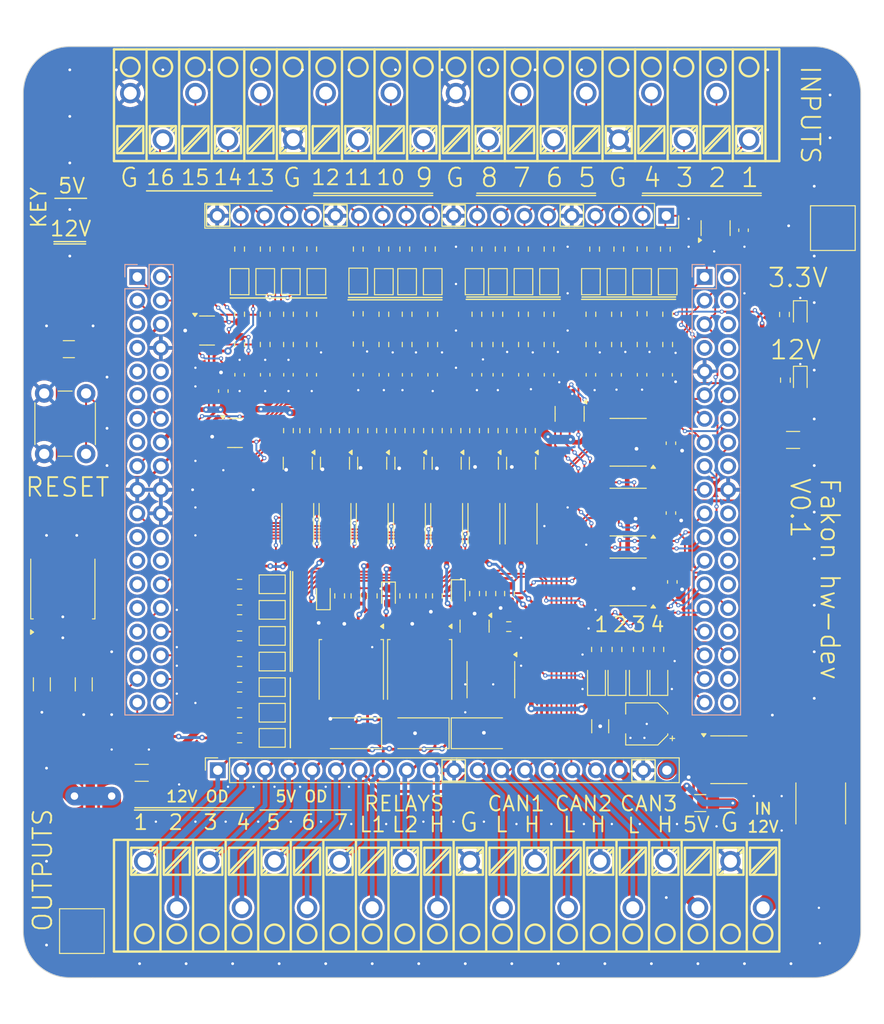
<source format=kicad_pcb>
(kicad_pcb (version 20240108) (generator "pcbnew") (generator_version "8.0")
  (layers (0 "F.Cu" signal) (31 "B.Cu" signal) (34 "B.Paste" user) (35 "F.Paste" user) (36 "B.SilkS" user "B.Silkscreen") (37 "F.SilkS" user "F.Silkscreen") (38 "B.Mask" user) (39 "F.Mask" user) (44 "Edge.Cuts" user))
  (net 0 "")
  (net 1 "+3.3V")
  (net 2 "/IN1")
  (net 3 "/IN7")
  (net 4 "/IN13")
  (net 5 "/E5V")
  (net 6 "/IN2")
  (net 7 "GND")
  (net 8 "/IN8")
  (net 9 "/IN14")
  (net 10 "/IN3")
  (net 11 "/IOREF")
  (net 12 "/IN9")
  (net 13 "/~{RST}")
  (net 14 "/IN15")
  (net 15 "/IN4")
  (net 16 "/IN10")
  (net 17 "+5V")
  (net 18 "/IN16")
  (net 19 "/IN11")
  (net 20 "/VIN")
  (net 21 "/IN12")
  (net 22 "/IN6")
  (net 23 "+12V")
  (net 24 "Net-(D101-A)")
  (net 25 "Net-(D102-A)")
  (net 26 "Net-(D103-A)")
  (net 27 "Net-(D104-A)")
  (net 28 "Net-(D105-A)")
  (net 29 "Net-(D106-A)")
  (net 30 "Net-(D302-A)")
  (net 31 "Net-(D303-A)")
  (net 32 "/Outputs/12V_COIL_L1")
  (net 33 "/Outputs/12V_COIL_L2")
  (net 34 "/Outputs/12V_COIL_H")
  (net 35 "/Outputs/5V_OUT")
  (net 36 "/Outputs/12V_IN")
  (net 39 "VDDA")
  (net 40 "/5V_USB_CHGR")
  (net 51 "/OUT2")
  (net 52 "/FDCAN1_TX")
  (net 54 "/LED1")
  (net 56 "/FDCAN2_RX")
  (net 58 "/OUT5")
  (net 59 "/LED2")
  (net 62 "/OUT4")
  (net 63 "/OUT6")
  (net 64 "/FDCAN3_TX")
  (net 65 "/LED3")
  (net 66 "/COIL_L1")
  (net 67 "/COIL_L2")
  (net 69 "/FDCAN3_RX")
  (net 70 "/FDCAN1_RX")
  (net 72 "/OUT7")
  (net 74 "/FDCAN2_TX")
  (net 75 "/OUT3")
  (net 76 "/LED4")
  (net 77 "/COIL_H")
  (net 78 "/OUT1")
  (net 80 "/Inputs/12V_IN4")
  (net 81 "/Inputs/12V_IN3")
  (net 82 "/Inputs/12V_IN1")
  (net 83 "/Inputs/12V_IN6")
  (net 84 "/Inputs/5V_IN13")
  (net 85 "/Inputs/12V_IN9")
  (net 86 "/Inputs/12V_IN12")
  (net 87 "/Inputs/12V_IN10")
  (net 88 "/Inputs/5V_IN16")
  (net 89 "/Inputs/12V_IN11")
  (net 90 "/Inputs/5V_IN15")
  (net 91 "/Inputs/12V_IN2")
  (net 92 "/Inputs/12V_IN5")
  (net 93 "/Inputs/12V_IN7")
  (net 94 "/Inputs/12V_IN8")
  (net 95 "/Inputs/5V_IN14")
  (net 96 "/Outputs/12V_OUT3")
  (net 97 "/Outputs/12V_OUT2")
  (net 98 "/Outputs/5V_OUT6")
  (net 99 "/CAN3_H")
  (net 100 "/CAN3_L")
  (net 101 "/Outputs/5V_OUT7")
  (net 102 "/CAN2_H")
  (net 103 "/Outputs/12V_OUT1")
  (net 104 "/Outputs/5V_OUT5")
  (net 105 "/Outputs/12V_OUT4")
  (net 106 "/CAN2_L")
  (net 107 "/CAN1_H")
  (net 108 "/CAN1_L")
  (net 109 "Net-(JP201-A)")
  (net 110 "Net-(JP202-A)")
  (net 111 "Net-(JP203-A)")
  (net 112 "Net-(JP204-A)")
  (net 113 "Net-(JP205-A)")
  (net 114 "Net-(JP206-A)")
  (net 115 "Net-(JP207-A)")
  (net 116 "Net-(JP208-A)")
  (net 117 "Net-(JP209-A)")
  (net 118 "Net-(JP210-A)")
  (net 119 "Net-(JP211-A)")
  (net 120 "Net-(JP212-A)")
  (net 121 "Net-(JP213-A)")
  (net 122 "Net-(JP214-A)")
  (net 123 "Net-(JP215-A)")
  (net 124 "Net-(JP216-A)")
  (net 125 "Net-(JP301-A)")
  (net 126 "Net-(JP301-B)")
  (net 127 "Net-(JP302-A)")
  (net 128 "Net-(JP302-B)")
  (net 129 "Net-(JP303-B)")
  (net 130 "Net-(JP303-A)")
  (net 131 "Net-(JP304-A)")
  (net 132 "Net-(JP304-B)")
  (net 133 "Net-(JP305-B)")
  (net 134 "Net-(JP305-A)")
  (net 135 "Net-(JP306-B)")
  (net 136 "Net-(JP306-A)")
  (net 137 "Net-(JP307-A)")
  (net 138 "Net-(JP307-B)")
  (net 139 "Net-(Q301-G)")
  (net 140 "Net-(Q302-G)")
  (net 141 "Net-(Q303-G)")
  (net 142 "Net-(Q304-G)")
  (net 143 "Net-(Q305-G)")
  (net 144 "Net-(Q306-G)")
  (net 145 "Net-(Q307-G)")
  (net 146 "Net-(Q308-G)")
  (net 147 "Net-(Q309-G)")
  (net 148 "Net-(Q310-D)")
  (net 149 "Net-(Q310-G)")
  (net 156 "/IN5")
  (net 157 "Net-(D301-A)")
  (net 163 "/5V_REGOUT")
  (net 164 "Net-(F302-Pad1)")
  (footprint "Resistor_SMD:R_0603_1608Metric" (layer "F.Cu") (at 154.1 102.25 -90)
    (property "Reference" "R103" (hide yes))
    (property "Value" "330R")
  )
  (footprint "Resistor_SMD:R_0603_1608Metric" (layer "F.Cu") (at 115.75 103.55)
    (property "Reference" "R321" (hide yes))
    (property "Value" "1K")
  )
  (footprint "Jumper:SolderJumper-2_P1.3mm_Open_Pad1.0x1.5mm" (layer "F.Cu") (at 119.25 98)
    (property "Reference" "JP302" (hide yes))
    (property "Value" "SolderJumper_2_Open")
  )
  (footprint "Package_SO:SOP-8_3.9x4.9mm_P1.27mm" (layer "F.Cu") (at 168.325 114.095)
    (property "Reference" "Q312" (hide yes))
    (property "Value" "Q_PMOS_HL_4485")
  )
  (footprint "Resistor_SMD:R_0603_1608Metric" (layer "F.Cu") (at 115.75 95.25)
    (property "Reference" "R307" (hide yes))
    (property "Value" "1K")
  )
  (footprint "Package_SO:SOIC-8_3.9x4.9mm_P1.27mm" (layer "F.Cu") (at 157.5 95 180)
    (property "Reference" "U103" (hide yes))
    (property "Value" "SN65HVD232DR")
  )
  (footprint "Resistor_SMD:R_0603_1608Metric" (layer "F.Cu") (at 123.5 69.5 -90)
    (property "Reference" "R209" (hide yes))
    (property "Value" "10K")
  )
  (footprint "Package_TO_SOT_SMD:SOT-23" (layer "F.Cu") (at 134 82.25 -90)
    (property "Reference" "Q306" (hide yes))
    (property "Value" "2N7002")
  )
  (footprint "Package_TO_SOT_SMD:SOT-23" (layer "F.Cu") (at 130 82.25 -90)
    (property "Reference" "Q305" (hide yes))
    (property "Value" "2N7002")
  )
  (footprint "Jumper:SolderJumper-2_P1.3mm_Bridged_Pad1.0x1.5mm" (layer "F.Cu") (at 159 62.75 -90)
    (property "Reference" "JP204" (hide yes))
    (property "Value" "SolderJumper_2_Bridged")
  )
  (footprint "Resistor_SMD:R_0603_1608Metric" (layer "F.Cu") (at 174.4 73.325 -90)
    (property "Reference" "R102" (hide yes))
    (property "Value" "10K")
  )
  (footprint "Resistor_SMD:R_0603_1608Metric" (layer "F.Cu") (at 115.75 109.05)
    (property "Reference" "R319" (hide yes))
    (property "Value" "1K")
  )
  (footprint "Button_Switch_THT:SW_PUSH_6mm_H8mm" (layer "F.Cu") (at 94.75 81.25 90)
    (property "Reference" "SW101" (hide yes))
    (property "Value" "SW_Push")
  )
  (footprint "Resistor_SMD:R_0603_1608Metric" (layer "F.Cu") (at 143.75 59.25 90)
    (property "Reference" "R204" (hide yes))
    (property "Value" "1K")
  )
  (footprint "Jumper:SolderJumper-2_P1.3mm_Bridged_Pad1.0x1.5mm" (layer "F.Cu") (at 115.75 62.75 -90)
    (property "Reference" "JP212" (hide yes))
    (property "Value" "SolderJumper_2_Bridged")
  )
  (footprint "Capacitor_SMD:C_0603_1608Metric" (layer "F.Cu") (at 118.5 72.75 -90)
    (property "Reference" "C209" (hide yes))
    (property "Value" "DNP")
  )
  (footprint "Fuse:Fuse_1206_3216Metric" (layer "F.Cu") (at 97.4 70)
    (property "Reference" "F101" (hide yes))
    (property "Value" "12H1100C 1A")
  )
  (footprint "Resistor_SMD:R_0603_1608Metric" (layer "F.Cu") (at 115.75 106.3)
    (property "Reference" "R309" (hide yes))
    (property "Value" "1K")
  )
  (footprint "Resistor_SMD:R_2512_6332Metric" (layer "F.Cu") (at 146 88.75 -90)
    (property "Reference" "R334" (hide yes))
    (property "Value" "100R 2W")
  )
  (footprint "Resistor_SMD:R_0603_1608Metric" (layer "F.Cu") (at 122.75 78.75 -90)
    (property "Reference" "R304" (hide yes))
    (property "Value" "33R")
  )
  (footprint "Resistor_SMD:R_0603_1608Metric" (layer "F.Cu") (at 115.75 100.8)
    (property "Reference" "R320" (hide yes))
    (property "Value" "1K")
  )
  (footprint "Resistor_SMD:R_0603_1608Metric" (layer "F.Cu") (at 139 78.75 -90)
    (property "Reference" "R306" (hide yes))
    (property "Value" "33R")
  )
  (footprint "Resistor_SMD:R_0603_1608Metric" (layer "F.Cu") (at 128.25 96.5 -90)
    (property "Reference" "R330" (hide yes))
    (property "Value" "10K")
  )
  (footprint "Jumper:SolderJumper-2_P1.3mm_Bridged_Pad1.0x1.5mm" (layer "F.Cu") (at 131.25 62.75 -90)
    (property "Reference" "JP213" (hide yes))
    (property "Value" "SolderJumper_2_Bridged")
  )
  (footprint "Resistor_SMD:R_0603_1608Metric" (layer "F.Cu") (at 128.5 66.2 -90)
    (property "Reference" "R247" (hide yes))
    (property "Value" "33K")
  )
  (footprint "LED_SMD:LED_0603_1608Metric" (layer "F.Cu") (at 124.75 96.5 90)
    (property "Reference" "D301" (hide yes))
    (property "Value" "LED_YELLOW")
  )
  (footprint "Package_TO_SOT_SMD:TO-252-2" (layer "F.Cu") (at 96.7525 95.66 90)
    (property "Reference" "U104" (hide yes))
    (property "Value" "L7805")
  )
  (footprint "Resistor_SMD:R_0603_1608Metric" (layer "F.Cu") (at 131.25 66.25 -90)
    (property "Reference" "R238" (hide yes))
    (property "Value" "33K")
  )
  (footprint "Resistor_SMD:R_0603_1608Metric" (layer "F.Cu") (at 145 78.75 -90)
    (property "Reference" "R325" (hide yes))
    (property "Value" "10K")
  )
  (footprint "Resistor_SMD:R_2512_6332Metric" (layer "F.Cu") (at 138 88.75 -90)
    (property "Reference" "R312" (hide yes))
    (property "Value" "100R 2W")
  )
  (footprint "Capacitor_SMD:C_0603_1608Metric" (layer "F.Cu") (at 159 72.75 -90)
    (property "Reference" "C204" (hide yes))
    (property "Value" "DNP")
  )
  (footprint "Package_TO_SOT_SMD:SOT-23-6" (layer "F.Cu") (at 112.25 68)
    (property "Reference" "U204" (hide yes))
    (property "Value" "CM1293A-04SO")
  )
  (footprint "Resistor_SMD:R_0603_1608Metric" (layer "F.Cu") (at 143.5 66.25 -90)
    (property "Reference" "R205" (hide yes))
    (property "Value" "33K")
  )
  (footprint "Resistor_SMD:R_0603_1608Metric" (layer "F.Cu") (at 126.5 96.5 -90)
    (property "Reference" "R327" (hide yes))
    (property "Value" "330R")
  )
  (footprint "Resistor_SMD:R_0603_1608Metric" (layer "F.Cu") (at 156.5 59.25 90)
    (property "Reference" "R219" (hide yes))
    (property "Value" "1K")
  )
  (footprint "Package_TO_SOT_SMD:SOT-23-6" (layer "F.Cu") (at 115.25 79)
    (property "Reference" "U203" (hide yes))
    (property "Value" "CM1293A-04SO")
  )
  (footprint "Package_TO_SOT_SMD:TO-252-2" (layer "F.Cu") (at 135.1 104.5 -90)
    (property "Reference" "Q309" (hide yes))
    (property "Value" "HD60N03")
  )
  (footprint "Resistor_SMD:R_0603_1608Metric" (layer "F.Cu") (at 115.75 98)
    (property "Reference" "R308" (hide yes))
    (property "Value" "1K")
  )
  (footprint "Resistor_SMD:R_0603_1608Metric" (layer "F.Cu") (at 156.3 102.25 -90)
    (property "Reference" "R104" (hide yes))
    (property "Value" "330R")
  )
  (footprint "Resistor_SMD:R_0603_1608Metric" (layer "F.Cu") (at 115.75 59.25 90)
    (property "Reference" "R234" (hide yes))
    (property "Value" "1K")
  )
  (footprint "Resistor_SMD:R_0603_1608Metric" (layer "F.Cu") (at 174.3 66.275 -90)
    (property "Reference" "R101" (hide yes))
    (property "Value" "330R")
  )
  (footprint "Resistor_SMD:R_0603_1608Metric" (layer "F.Cu") (at 115.75 69.5 -90)
    (property "Reference" "R236" (hide yes))
    (property "Value" "10K")
  )
  (footprint "LED_SMD:LED_0805_2012Metric" (layer "F.Cu") (at 158.6 105.5 90)
    (property "Reference" "D105" (hide yes))
    (property "Value" "LED_GREEN")
  )
  (footprint "Resistor_SMD:R_0603_1608Metric" (layer "F.Cu") (at 144.675 99.8 180)
    (property "Reference" "R338" (hide yes))
    (property "Value" "1K")
  )
  (footprint "Capacitor_SMD:C_0603_1608Metric" (layer "F.Cu") (at 128.5 72.75 -90)
    (property "Reference" "C216" (hide yes))
    (property "Value" "DNP")
  )
  (footprint "Connector_PinSocket_2.54mm:PinSocket_1x20_P2.54mm_Vertical" (layer "F.Cu") (at 161.6 55.675 -90)
    (property "Reference" "J202" (hide yes))
    (property "Value" "Conn_01x16")
  )
  (footprint "Resistor_SMD:R_0603_1608Metric" (layer "F.Cu") (at 160.8 102.25 -90)
    (property "Reference" "R106" (hide yes))
    (property "Value" "330R")
  )
  (footprint "LED_SMD:LED_0603_1608Metric" (layer "F.Cu") (at 131.75 96.5 -90)
    (property "Reference" "D302" (hide yes))
    (property "Value" "LED_YELLOW")
  )
  (footprint "Resistor_SMD:R_0603_1608Metric" (layer "F.Cu") (at 161.5 59.25 90)
    (property "Reference" "R201" (hide yes))
    (property "Value" "1K")
  )
  (footprint "Resistor_SMD:R_0603_1608Metric" (layer "F.Cu") (at 159 66.2 -90)
    (property "Reference" "R211" (hide yes))
    (property "Value" "33K")
  )
  (footprint "Resistor_SMD:R_0603_1608Metric" (layer "F.Cu") (at 133 78.75 -90)
    (property "Reference" "R315" (hide yes))
    (property "Value" "10K")
  )
  (footprint "hw-dev-breakout:TestPoint_Pad_4.0x4.0mm" (layer "F.Cu") (at 98.8 132.5)
    (property "Reference" "TP101" (hide yes))
    (property "Value" "TestPoint")
  )
  (footprint "Resistor_SMD:R_0603_1608Metric" (layer "F.Cu") (at 156.25 66.25 -90)
    (property "Reference" "R220" (hide yes))
    (property "Value" "33K")
  )
  (footprint "Package_TO_SOT_SMD:SOT-23" (layer "F.Cu") (at 126 82.25 -90)
    (property "Reference" "Q302" (hide yes))
    (property "Value" "2N7002")
  )
  (footprint "Jumper:SolderJumper-2_P1.3mm_Bridged_Pad1.0x1.5mm" (layer "F.Cu") (at 118.5 62.75 -90)
    (property "Reference" "JP209" (hide yes))
    (property "Value" "SolderJumper_2_Bridged")
  )
  (footprint "Jumper:SolderJumper-2_P1.3mm_Open_Pad1.0x1.5mm" (layer "F.Cu") (at 119.25 103.55)
    (property "Reference" "JP306" (hide yes))
    (property "Value" "SolderJumper_2_Open")
  )
  (footprint "Jumper:SolderJumper-2_P1.3mm_Bridged_Pad1.0x1.5mm" (layer "F.Cu") (at 124 62.75 -90)
    (property "Reference" "JP203" (hide yes))
    (property "Value" "SolderJumper_2_Bridged")
  )
  (footprint "Capacitor_SMD:C_0603_1608Metric" (layer "F.Cu") (at 162.1 80.1 -90)
    (property "Reference" "C101" (hide yes))
    (property "Value" "100nF")
  )
  (footprint "Jumper:SolderJumper-2_P1.3mm_Bridged_Pad1.0x1.5mm" (layer "F.Cu") (at 146.25 62.75 -90)
    (property "Reference" "JP215" (hide yes))
    (property "Value" "SolderJumper_2_Bridged")
  )
  (footprint "Capacitor_SMD:C_1206_3216Metric" (layer "F.Cu") (at 94.5 106 -90)
    (property "Reference" "C108" (hide yes))
    (property "Value" "1uF  50V")
  )
  (footprint "Diode_SMD:D_SMA" (layer "F.Cu") (at 134.75 111.25 180)
    (property "Reference" "D305" (hide yes))
    (property "Value" "SS54")
  )
  (footprint "Fuse:Fuse_1206_3216Metric" (layer "F.Cu") (at 165.25 118.75 180)
    (property "Reference" "F301" (hide yes))
    (property "Value" "12H1100C 1A")
  )
  (footprint "Resistor_SMD:R_0603_1608Metric" (layer "F.Cu") (at 137 96.5 -90)
    (property "Reference" "R333" (hide yes))
    (property "Value" "33R")
  )
  (footprint "Package_SO:SOIC-8_3.9x4.9mm_P1.27mm" (layer "F.Cu") (at 157.5 87.5 180)
    (property "Reference" "U102" (hide yes))
    (property "Value" "SN65HVD232DR")
  )
  (footprint "Package_TO_SOT_SMD:SOT-23-6" (layer "F.Cu") (at 151.2125 76.95 -90)
    (property "Reference" "U202" (hide yes))
    (property "Value" "CM1293A-04SO")
  )
  (footprint "Jumper:SolderJumper-2_P1.3mm_Bridged_Pad1.0x1.5mm" (layer "F.Cu") (at 161.75 62.75 -90)
    (property "Reference" "JP201" (hide yes))
    (property "Value" "SolderJumper_2_Bridged")
  )
  (footprint "Resistor_SMD:R_0603_1608Metric" (layer "F.Cu") (at 121 69.5 -90)
    (property "Reference" "R218" (hide yes))
    (property "Value" "10K")
  )
  (footprint "Capacitor_SMD:C_0603_1608Metric" (layer "F.Cu") (at 146.25 72.75 -90)
    (property "Reference" "C215" (hide yes))
    (property "Value" "DNP")
  )
  (footprint "Capacitor_SMD:C_1206_3216Metric" (layer "F.Cu") (at 175.225 79.75)
    (property "Reference" "C105" (hide yes))
    (property "Value" "1uF  50V")
  )
  (footprint "LED_SMD:LED_0805_2012Metric" (layer "F.Cu") (at 160.8 105.5 90)
    (property "Reference" "D106" (hide yes))
    (property "Value" "LED_GREEN")
  )
  (footprint "Jumper:SolderJumper-2_P1.3mm_Open_Pad1.0x1.5mm" (layer "F.Cu") (at 119.25 106.3)
    (property "Reference" "JP303" (hide yes))
    (property "Value" "SolderJumper_2_Open")
  )
  (footprint "Resistor_SMD:R_0603_1608Metric" (layer "F.Cu") (at 135.25 96.5 -90)
    (property "Reference" "R331" (hide yes))
    (property "Value" "10K")
  )
  (footprint "Resistor_SMD:R_0603_1608Metric" (layer "F.Cu") (at 136.25 59.25 90)
    (property "Reference" "R222" (hide yes))
    (property "Value" "1K")
  )
  (footprint "LED_SMD:LED_0805_2012Metric" (layer "F.Cu") (at 156.3 105.5 90)
    (property "Reference" "D104" (hide yes))
    (property "Value" "LED_GREEN")
  )
  (footprint "Package_TO_SOT_SMD:SOT-23" (layer "F.Cu") (at 138 82.25 -90)
    (property "Reference" "Q303" (hide yes))
    (property "Value" "2N7002")
  )
  (footprint "Resistor_SMD:R_0603_1608Metric" (layer "F.Cu") (at 130 96.5 -90)
    (property "Reference" "R332" (hide yes))
    (property "Value" "33R")
  )
  (footprint "Capacitor_SMD:C_1206_3216Metric" (layer "F.Cu") (at 154.5 110.5 90)
    (property "Reference" "C104" (hide yes))
    (property "Value" "1uF  50V")
  )
  (footprint "Connector_PinSocket_2.54mm:PinSocket_1x20_P2.54mm_Vertical" (layer "F.Cu") (at 113.4 115.225 90)
    (property "Reference" "J302" (hide yes))
    (property "Value" "Conn_01x20")
  )
  (footprint "Resistor_SMD:R_2512_6332Metric" (layer "F.Cu") (at 126 88.75 -90)
    (property "Reference" "R311" (hide yes))
    (property "Value" "100R 2W")
  )
  (footprint "Resistor_SMD:R_0603_1608Metric" (layer "F.Cu") (at 121 66.25 -90)
    (property "Reference" "R217" (hide yes))
    (property "Value" "6.8K")
  )
  (footprint "Resistor_SMD:R_0603_1608Metric" (layer "F.Cu") (at 125 78.75 -90)
    (property "Reference" "R302" (hide yes))
    (property "Value" "10K")
  )
  (footprint "hw-dev-breakout:WAGO 250-22" (layer "F.Cu") (at 138.75 127.5)
    (property "Reference" "J301" (hide yes))
    (property "Value" "WAGO 250-220")
  )
  (footprint "Capacitor_SMD:C_0603_1608Metric" (layer "F.Cu") (at 123.5 72.75 -90)
    (property "Reference" "C203" (hide yes))
    (property "Value" "DNP")
  )
  (footprint "Resistor_SMD:R_0603_1608Metric" (layer "F.Cu") (at 123.5 59.25 90)
    (property "Reference" "R207" (hide yes))
    (property "Value" "1K")
  )
  (footprint "Resistor_SMD:R_0603_1608Metric" (layer "F.Cu") (at 136.5 69.5 -90)
    (property "Reference" "R224" (hide yes))
    (property "Value" "10K")
  )
  (footprint "Jumper:SolderJumper-2_P1.3mm_Bridged_Pad1.0x1.5mm" (layer "F.Cu") (at 153.5 62.75 -90)
    (property "Reference" "JP210" (hide yes))
    (property "Value" "SolderJumper_2_Bridged")
  )
  (footprint "hw-dev-breakout:TestPoint_Pad_4.0x4.0mm" (layer "F.Cu") (at 179.5 57)
    (property "Reference" "TP102" (hide yes))
    (property "Value" "TestPoint")
  )
  (footprint "Resistor_SMD:R_2512_6332Metric" (layer "F.Cu") (at 122 88.75 -90)
    (property "Reference" "R310" (hide yes))
    (property "Value" "100R 2W")
  )
  (footprint "Resistor_SMD:R_2512_6332Metric" (layer "F.Cu") (at 130 88.75 -90)
    (property "Reference" "R323" (hide yes))
    (property "Value" "100R 2W")
  )
  (footprint "Resistor_SMD:R_0603_1608Metric" (layer "F.Cu") (at 133.75 69.5 -90)
    (property "Reference" "R233" (hide yes))
    (property "Value" "10K")
  )
  (footprint "Resistor_SMD:R_0603_1608Metric" (layer "F.Cu") (at 158.6 102.25 -90)
    (property "Reference" "R105" (hide yes))
    (property "Value" "330R")
  )
  (footprint "Resistor_SMD:R_0603_1608Metric" (layer "F.Cu") (at 141 78.75 -90)
    (property "Reference" "R313" (hide yes))
    (property "Value" "10K")
  )
  (footprint "Resistor_SMD:R_0603_1608Metric" (layer "F.Cu") (at 147 78.75 -90)
    (property "Reference" "R326" (hide yes))
    (property "Value" "33R")
  )
  (footprint "Resistor_SMD:R_0603_1608Metric" (layer "F.Cu") (at 143 78.75 -90)
    (property "Reference" "R316" (hide yes))
    (property "Value" "33R")
  )
  (footprint "Resistor_SMD:R_0603_1608Metric" (layer "F.Cu") (at 136.5 66.25 -90)
    (property "Reference" "R223" (hide yes))
    (property "Value" "33K")
  )
  (footprint "Resistor_SMD:R_0603_1608Metric" (layer "F.Cu") (at 149 66.25 -90)
    (property "Reference" "R241" (hide yes))
    (property "Value" "33K")
  )
  (footprint "LED_SMD:LED_0603_1608Metric" (layer "F.Cu") (at 176 73.325 -90)
    (property "Reference" "D102" (hide yes))
    (property "Value" "LED_RED")
  )
  (footprint "Resistor_SMD:R_0603_1608Metric" (layer "F.Cu") (at 159 69.5 -90)
    (property "Reference" "R212" (hide yes))
    (property "Value" "10K")
  )
  (footprint "Resistor_SMD:R_0603_1608Metric" (layer "F.Cu") (at 146.25 59.25 90)
    (property "Reference" "R243" (hide yes))
    (property "Value" "1K")
  )
  (footprint "Resistor_SMD:R_0603_1608Metric" (layer "F.Cu") (at 131 78.75 -90)
    (property "Reference" "R317" (hide yes))
    (property "Value" "33R")
  )
  (footprint "Capacitor_SMD:C_0603_1608Metric" (layer "F.Cu") (at 141.25 72.75 -90)
    (property "Reference" "C205" (hide yes))
    (property "Value" "DNP")
  )
  (footprint "Capacitor_SMD:C_0603_1608Metric" (layer "F.Cu") (at 121 72.75 -90)
    (property "Reference" "C206" (hide yes))
    (property "Value" "DNP")
  )
  (footprint "Resistor_SMD:R_0603_1608Metric" (layer "F.Cu") (at 159 59.25 90)
    (property "Reference" "R210" (hide yes))
    (property "Value" "1K")
  )
  (footprint "Capacitor_SMD:C_0603_1608Metric" (layer "F.Cu") (at 169.9 57.225 -90)
    (property "Reference" "C218" (hide yes))
    (property "Value" "100nF")
  )
  (footprint "Jumper:SolderJumper-2_P1.3mm_Bridged_Pad1.0x1.5mm" (layer "F.Cu") (at 136.5 62.75 -90)
    (property "Reference" "JP208" (hide yes))
    (property "Value" "SolderJumper_2_Bridged")
  )
  (footprint "Resistor_SMD:R_0603_1608Metric" (layer "F.Cu") (at 128.5 59.25 90)
    (property "Reference" "R246" (hide yes))
    (property "Value" "1K")
  )
  (footprint "Resistor_SMD:R_0603_1608Metric" (layer "F.Cu") (at 133.5 59.25 90)
    (property "Reference" "R231" (hide yes))
    (property "Value" "1K")
  )
  (footprint "Resistor_SMD:R_0603_1608Metric" (layer "F.Cu") (at 156.25 69.5 -90)
    (property "Reference" "R221" (hide yes))
    (property "Value" "10K")
  )
  (footprint "Resistor_SMD:R_0603_1608Metric" (layer "F.Cu") (at 146.25 69.5 -90)
    (property "Reference" "R245" (hide yes))
    (property "Value" "10K")
  )
  (footprint "Capacitor_SMD:C_0603_1608Metric" (layer "F.Cu") (at 149 72.75 -90)
    (property "Reference" "C214" (hide yes))
    (property "Value" "DNP")
  )
  (footprint "Jumper:SolderJumper-2_P1.3mm_Bridged_Pad1.0x1.5mm" (layer "F.Cu") (at 128.5 62.7 -90)
    (property "Reference" "JP216" (hide yes))
    (property "Value" "SolderJumper_2_Bridged")
  )
  (footprint "Resistor_SMD:R_0603_1608Metric" (layer "F.Cu") (at 115.75 111.75)
    (property "Reference" "R329" (hide yes))
    (property "Value" "1K")
  )
  (footprint "Resistor_SMD:R_0603_1608Metric" (layer "F.Cu") (at 141.25 59.25 90)
    (property "Reference" "R213" (hide yes))
    (property "Value" "1K")
  )
  (footprint "Resistor_SMD:R_0603_1608Metric" (layer "F.Cu") (at 127 78.75 -90)
    (property "Reference" "R305" (hide yes))
    (property "Value" "33R")
  )
  (footprint "LED_SMD:LED_0603_1608Metric" (layer "F.Cu") (at 139.25 96.25 -90)
    (property "Reference" "D303" (hide yes))
    (property "Value" "LED_YELLOW")
  )
  (footprint "Package_TO_SOT_SMD:TO-252-2" (layer "F.Cu") (at 127.75 104.5 -90)
    (property "Reference" "Q308" (hide yes))
    (property "Value" "HD60N03")
  )
  (footprint "Capacitor_SMD:C_1206_3216Metric" (layer "F.Cu") (at 105.225 115.5 180)
    (property "Reference" "C106" (hide yes))
    (property "Value" "1uF  50V")
  )
  (footprint "Diode_SMD:D_SMA" (layer "F.Cu") (at 142 111.25)
    (property "Reference" "D306" (hide yes))
    (property "Value" "SS54")
  )
  (footprint "Resistor_SMD:R_0603_1608Metric" (layer "F.Cu") (at 123.5 66.25 -90)
    (property "Reference" "R208" (hide yes))
    (property "Value" "6.8K")
  )
  (footprint "Resistor_SMD:R_0603_1608Metric" (layer "F.Cu") (at 153.9 59.25 90)
    (property "Reference" "R228" (hide yes))
    (property "Value" "1K")
  )
  (footprint "Jumper:SolderJumper-2_P1.3mm_Open_Pad1.0x1.5mm" (layer "F.Cu") (at 119.25 100.8)
    (property "Reference" "JP305" (hide yes))
    (property "Value" "SolderJumper_2_Open")
  )
  (footprint "Resistor_SMD:R_0603_1608Metric" (layer "F.Cu") (at 118.5 69.5 -90)
    (property "Reference" "R227" (hide yes))
    (property "Value" "10K")
  )
  (footprint "Package_SO:SOP-8_3.9x4.9mm_P1.27mm" (layer "F.Cu") (at 142.75 105.5 -90)
    (property "Reference" "Q311" (hide yes))
    (property "Value" "Q_PMOS_HL_4485")
  )
  (footprint "Jumper:SolderJumper-2_P1.3mm_Bridged_Pad1.0x1.5mm" (layer "F.Cu") (at 149 62.75 -90)
    (property "Reference" "JP214" (hide yes))
    (property "Value" "SolderJumper_2_Bridged")
  )
  (footprint "Resistor_SMD:R_0603_1608Metric" (layer "F.Cu") (at 118.5 66.25 -90)
    (property "Reference" "R226" (hide yes))
    (property "Value" "6.8K")
  )
  (footprint "Capacitor_SMD:C_0603_1608Metric" (layer "F.Cu") (at 114 74.5 90)
    (property "Reference" "C217" (hide yes))
    (property "Value" "100nF")
  )
  (footprint "Resistor_SMD:R_0603_1608Metric" (layer "F.Cu") (at 153.5 66.25 -90)
    (property "Reference" "R229" (hide yes))
    (property "Value" "33K")
  )
  (footprint "Capacitor_SMD:C_0603_1608Metric" (layer "F.Cu") (at 156.25 72.75 -90)
    (property "Reference" "C207" (hide yes))
    (property "Value" "DNP")
  )
  (footprint "Resistor_SMD:R_0603_1608Metric" (layer "F.Cu") (at 118.5 59.25 90)
    (property "Reference" "R225" (hide yes))
    (property "Value" "1K")
  )
  (footprint "Jumper:SolderJumper-2_P1.3mm_Bridged_Pad1.0x1.5mm" (layer "F.Cu") (at 133.75 62.75 -90)
    (property "Reference" "JP211" (hide yes))
    (property "Value" "SolderJumper_2_Bridged")
  )
  (footprint "Resistor_SMD:R_0603_1608Metric" (layer "F.Cu") (at 161.75 66.25 -90)
    (property "Reference" "R202" (hide yes))
    (property "Value" "33K")
  )
  (footprint "Capacitor_SMD:C_0603_1608Metric" (layer "F.Cu") (at 131.25 72.75 -90)
    (property "Reference" "C213" (hide yes))
    (property "Value" "DNP")
  )
  (footprint "Resistor_SMD:R_0603_1608Metric" (layer "F.Cu") (at 153.5 69.5 -90)
    (property "Reference" "R230" (hide yes))
    (property "Value" "10K")
  )
  (footprint "LED_SMD:LED_0603_1608Metric" (layer "F.Cu") (at 176 66.2875 -90)
    (property "Reference" "D101" (hide yes))
    (property "Value" "LED_RED")
  )
  (footprint "Capacitor_SMD:C_1206_3216Metric" (layer "F.Cu") (at 99 106 -90)
    (property "Reference" "C107" (hide yes))
    (property "Value" "1uF  50V")
  )
  (footprint "Jumper:SolderJumper-2_P1.3mm_Bridged_Pad1.0x1.5mm" (layer "F.Cu") (at 141 62.75 -90)
    (property "Reference" "JP205" (hide yes))
    (property "Value" "SolderJumper_2_Bridged")
  )
  (footprint "Fuse:Fuse_2920_7451Metric" (layer "F.Cu") (at 178.2 118.7875 -90)
    (property "Reference" "F302" (hide yes))
    (property "Value" "LSMD500")
  )
  (footprint "Resistor_SMD:R_0603_1608Metric" (layer "F.Cu") (at 128.5 69.45 -90)
    (property "Reference" "R248" (hide yes))
    (property "Value" "10K")
  )
  (footprint "Capacitor_SMD:C_0603_1608Metric" (layer "F.Cu") (at 162.1 87.6 -90)
    (property "Reference" "C102" (hide yes))
    (property "Value" "100nF")
  )
  (footprint "Jumper:SolderJumper-2_P1.3mm_Bridged_Pad1.0x1.5mm" (layer "F.Cu") (at 121.25 62.75 -90)
    (property "Reference" "JP206" (hide yes))
    (property "Value" "SolderJumper_2_Bridged")
  )
  (footprint "Package_TO_SOT_SMD:SOT-23-6" (layer "F.Cu") (at 166.9 57 90)
    (property "Reference" "U201" (hide yes))
    (property "Value" "CM1293A-04SO")
  )
  (footprint "Package_TO_SOT_SMD:SOT-23" (layer "F.Cu") (at 146 82.25 -90)
    (property "Reference" "Q307" (hide yes))
    (property "Value" "2N7002")
  )
  (footprint "Resistor_SMD:R_2512_6332Metric" (layer "F.Cu") (at 134 88.75 -90)
    (property "Reference" "R324" (hide yes))
    (property "Value" "100R 2W")
  )
  (footprint "Package_TO_SOT_SMD:SOT-23" (layer "F.Cu") (at 142 82.25 -90)
    (property "Reference" "Q304" (hide yes))
    (property "Value" "2N7002")
  )
  (footprint "Capacitor_SMD:C_0603_1608Metric" (layer "F.Cu") (at 161.75 72.75 -90)
    (property "Reference" "C201" (hide yes))
    (property "Value" "DNP")
  )
  (footprint "Resistor_SMD:R_0603_1608Metric" (layer "F.Cu") (at 149 69.5 -90)
    (property "Reference" "R242" (hide yes))
    (property "Value" "10K")
  )
  (footprint "Jumper:SolderJumper-2_P1.3mm_Bridged_Pad1.0x1.5mm" (layer "F.Cu") (at 156.25 62.75 -90)
    (property "Reference" "JP207" (hide yes))
    (property "Value" "SolderJumper_2_Bridged")
  )
  (footprint "Package_TO_SOT_SMD:SOT-23" (layer "F.Cu") (at 141 99.75 -90)
    (property "Reference" "Q310" (hide yes))
    (property "Value" "2N7002")
  )
  (footprint "hw-dev-breakout:WAGO 250-22" (layer "F.Cu") (at 137.25 45 180)
    (property "Reference" "J201" (hide yes))
    (property "Value" "WAGO 250-220")
  )
  (footprint "Package_SO:SOIC-8_3.9x4.9mm_P1.27mm" (layer "F.Cu") (at 157.5 80 180)
    (property "Reference" "U101" (hide yes))
    (property "Value" "SN65HVD232DR")
  )
  (footprint "LED_SMD:LED_0805_2012Metric" (layer "F.Cu") (at 154.1 105.5 90)
    (property "Reference" "D103" (hide yes))
    (property "Value" "LED_GREEN")
  )
  (footprint "Resistor_SMD:R_0603_1608Metric" (layer "F.Cu") (at 141.25 66.25 -90)
    (property "Reference" "R214" (hide yes))
    (property "Value" "33K")
  )
  (footprint "Resistor_SMD:R_0603_1608Metric" (layer "F.Cu") (at 137 78.75 -90)
    (property "Reference" "R303" (hide yes))
    (property "Value" "10K")
  )
  (footprint "Resistor_SMD:R_2512_6332Metric" (layer "F.Cu") (at 142 88.75 -90)
    (property "Reference" "R322" (hide yes))
    (property "Value" "100R 2W")
  )
  (footprint "Diode_SMD:D_SMA" (layer "F.Cu") (at 127.5 111.25 180)
    (property "Reference" "D304" (hide yes))
    (property "Value" "SS54")
  )
  (footprint "Resistor_SMD:R_0603_1608Metric" (layer "F.Cu") (at 146.25 66.25 -90)
    (property "Reference" "R244" (hide yes))
    (property "Value" "33K")
  )
  (footprint "Jumper:SolderJumper-2_P1.3mm_Open_Pad1.0x1.5mm" (layer "F.Cu") (at 119.25 109.05)
    (property "Reference" "JP304" (hide yes))
    (property "Value" "SolderJumper_2_Open")
  )
  (footprint "Resistor_SMD:R_0603_1608Metric" (layer "F.Cu") (at 133.75 66.25 -90)
    (property "Reference" "R232" (hide yes))
    (property "Value" "33K")
  )
  (footprint "Resistor_SMD:R_0603_1608Metric" (layer "F.Cu") (at 121 78.75 90)
    (property "Reference" "R301" (hide yes))
    (property "Value" "10K")
  )
  (footprint "Capacitor_SMD:C_0603_1608Metric" (layer "F.Cu") (at 143.5 72.75 -90)
    (property "Reference" "C202" (hide yes))
    (property "Value" "DNP")
  )
  (footprint "Capacitor_SMD:CP_Elec_4x4.5" (layer "F.Cu") (at 159.5 110.25 180)
    (property "Reference" "C301" (hide yes))
    (property "Value" "10uF 25V")
  )
  (footprint "Resistor_SMD:R_0603_1608Metric" (layer "F.Cu") (at 143.5 69.5 -90)
    (property "Reference" "R206" (hide yes))
    (property "Value" "10K")
  )
  (footprint "Resistor_SMD:R_0603_1608Metric" (layer "F.Cu") (at 161.75 69.5 -90)
    (property "Reference" "R203" (hide yes))
    (property "Value" "10K")
  )
  (footprint "Capacitor_SMD:C_0603_1608Metric" (layer "F.Cu") (at 162.25 95 -90)
    (property "Reference" "C103" (hide yes))
    (property "Value" "100nF")
  )
  (footprint "Resistor_SMD:R_0603_1608Metric" (layer "F.Cu") (at 142.75 96.25 -90)
    (property "Reference" "R336" (hide yes))
    (property "Value" "10K")
  )
  (footprint "Resistor_SMD:R_0603_1608Metric" (layer "F.Cu") (at 141 96.25 -90)
    (property "Reference" "R335" (hide yes))
    (property "Value" "330R")
  )
  (footprint "Jumper:SolderJumper-2_P1.3mm_Bridged_Pad1.0x1.5mm" (layer "F.Cu") (at 143.5 62.75 -90)
    (property "Reference" "JP202" (hide yes))
    (property "Value" "SolderJumper_2_Bridged")
  )
  (footprint "Resistor_SMD:R_0603_1608Metric" (layer "F.Cu") (at 149 59.25 90)
    (property "Reference" "R240" (hide yes))
    (property "Value" "1K")
  )
  (footprint "Package_TO_SOT_SMD:SOT-23" (layer "F.Cu") (at 122 82.25 -90)
    (property "Reference" "Q301" (hide yes))
    (property "Value" "2N7002")
  )
  (footprint "Resistor_SMD:R_0603_1608Metric" (layer "F.Cu") (at 135 78.75 -90)
    (property "Reference" "R318" (hide yes))
    (property "Value" "33R")
  )
  (footprint "Resistor_SMD:R_0603_1608Metric" (layer "F.Cu") (at 144.75 96.25 -90)
    (property "Reference" "R337" (hide yes))
    (property "Value" "33R")
  )
  (footprint "Resistor_SMD:R_0603_1608Metric" (layer "F.Cu") (at 133.5 96.5 -90)
    (property "Reference" "R328" (hide yes))
    (property "Value" "330R")
  )
  (footprint "Capacitor_SMD:C_0603_1608Metric" (layer "F.Cu") (at 153.5 72.75 -90)
    (property "Reference" "C210" (hide yes))
    (property "Value" "DNP")
  )
  (footprint "Resistor_SMD:R_0603_1608Metric" (layer "F.Cu") (at 121 59.25 90)
    (property "Reference" "R216" (hide yes))
    (property "Value" "1K")
  )
  (footprint "Resistor_SMD:R_0603_1608Metric" (layer "F.Cu") (at 131.25 59.25 90)
    (property "Reference" "R237" (hide yes))
    (property "Value" "1K")
  )
  (footprint "Capacitor_SMD:C_0603_1608Metric" (layer "F.Cu") (at 136.5 72.75 -90)
    (property "Reference" "C208" (hide yes))
    (property "Value" "DNP")
  )
  (footprint "Capacitor_SMD:C_0603_1608Metric" (layer "F.Cu") (at 115.75 72.75 -90)
    (property "Reference" "C212" (hide yes))
    (property "Value" "DNP")
  )
  (footprint "Resistor_SMD:R_0603_1608Metric" (layer "F.Cu") (at 129 78.75 -90)
    (property "Reference" "R314" (hide yes))
    (property "Value" "10K")
  )
  (footprint "Capacitor_SMD:C_0603_1608Metric" (layer "F.Cu") (at 133.75 72.75 -90)
    (property "Reference" "C211" (hide yes))
    (property "Value" "DNP")
  )
  (footprint "Jumper:SolderJumper-2_P1.3mm_Open_Pad1.0x1.5mm" (layer "F.Cu") (at 119.25 111.75)
    (property "Reference" "JP307" (hide yes))
    (property "Value" "SolderJumper_2_Open")
  )
  (footprint "Resistor_SMD:R_0603_1608Metric" (layer "F.Cu") (at 131.25 69.5 -90)
    (property "Reference" "R239" (hide yes))
    (property "Value" "10K")
  )
  (footprint "Resistor_SMD:R_0603_1608Metric" (layer "F.Cu") (at 141.25 69.5 -90)
    (property "Reference" "R215" (hide yes))
    (property "Value" "10K")
  )
  (footprint "Resistor_SMD:R_0603_1608Metric" (layer "F.Cu") (at 115.75 66.25 -90)
    (property "Reference" "R235" (hide yes))
    (property "Value" "6.8K")
  )
  (footprint "Jumper:SolderJumper-2_P1.3mm_Open_Pad1.0x1.5mm" (layer "F.Cu") (at 119.25 95.25)
    (property "Reference" "JP301" (hide yes))
    (property "Value" "SolderJumper_2_Open")
  )
  (footprint "Connector_PinSocket_2.54mm:PinSocket_2x19_P2.54mm_Vertical" (layer "B.Cu") (at 165.71 62.24 180)
    (property "Reference" "J102" (hide yes))
    (property "Value" "CN10")
  )
  (footprint "Connector_PinSocket_2.54mm:PinSocket_2x19_P2.54mm_Vertical" (layer "B.Cu") (at 104.75 62.24 180)
    (property "Reference" "J101" (hide yes))
    (property "Value" "CN7")
  )
  (gr_line (start 152.5 64.65) (end 162.6 64.65) (stroke (width 0.15)) (layer "F.SilkS"))
  (gr_line (start 159 53.5) (end 171.8 53.5) (stroke (width 0.15)) (layer "F.SilkS"))
  (gr_line (start 121.2 105.3) (end 121.2 112.8) (stroke (width 0.15)) (layer "F.SilkS"))
  (gr_line (start 104.5 119.25) (end 117.25 119.25) (stroke (width 0.15)) (layer "F.SilkS"))
  (gr_line (start 121.2 93.85) (end 121.2 104.6) (stroke (width 0.15)) (layer "F.SilkS"))
  (gr_line (start 114.75 64.5) (end 125.1 64.5) (stroke (width 0.15)) (layer "F.SilkS"))
  (gr_rect (start 157.9 114.1) (end 160.4 116.4) (stroke (width 0.15)) (fill none) (layer "F.SilkS"))
  (gr_line (start 140.1 64.65) (end 150.2 64.65) (stroke (width 0.15)) (layer "F.SilkS"))
  (gr_line (start 105.75 53) (end 119.25 53) (stroke (width 0.15)) (layer "F.SilkS"))
  (gr_line (start 117.95 119.5) (end 127.75 119.5) (stroke (width 0.15)) (layer "F.SilkS"))
  (gr_line (start 141.2 53.5) (end 154 53.5) (stroke (width 0.15)) (layer "F.SilkS"))
  (gr_line (start 104.45 119.5) (end 117.25 119.5) (stroke (width 0.15)) (layer "F.SilkS"))
  (gr_line (start 140.15 64.4) (end 150.2 64.4) (stroke (width 0.15)) (layer "F.SilkS"))
  (gr_line (start 95.8 58.45) (end 99.2 58.45) (stroke (width 0.15)) (layer "F.SilkS"))
  (gr_rect (start 124.8 54.5) (end 127.3 56.8) (stroke (width 0.15)) (fill none) (layer "F.SilkS"))
  (gr_line (start 123.7 53.5) (end 136.5 53.5) (stroke (width 0.15)) (layer "F.SilkS"))
  (gr_rect (start 150.2 54.5) (end 152.7 56.8) (stroke (width 0.15)) (fill none) (layer "F.SilkS"))
  (gr_rect (start 112.2 54.5) (end 114.7 56.8) (stroke (width 0.15)) (fill none) (layer "F.SilkS"))
  (gr_line (start 127.4 64.7) (end 137.5 64.7) (stroke (width 0.15)) (layer "F.SilkS"))
  (gr_rect (start 137.5 54.5) (end 140 56.8) (stroke (width 0.15)) (fill none) (layer "F.SilkS"))
  (gr_line (start 159.05 53.25) (end 171.8 53.25) (stroke (width 0.15)) (layer "F.SilkS"))
  (gr_line (start 127.45 64.45) (end 137.5 64.45) (stroke (width 0.15)) (layer "F.SilkS"))
  (gr_line (start 141.25 53.25) (end 154 53.25) (stroke (width 0.15)) (layer "F.SilkS"))
  (gr_line (start 95.9 53.8) (end 99.3 53.8) (stroke (width 0.15)) (layer "F.SilkS"))
  (gr_rect (start 137.5 114.1) (end 140 116.4) (stroke (width 0.15)) (fill none) (layer "F.SilkS"))
  (gr_line (start 95.8 58.7) (end 99.2 58.7) (stroke (width 0.15)) (layer "F.SilkS"))
  (gr_line (start 123.75 53.25) (end 136.5 53.25) (stroke (width 0.15)) (layer "F.SilkS"))
  (gr_line (start 152.55 64.4) (end 162.6 64.4) (stroke (width 0.15)) (layer "F.SilkS"))
  (gr_line (start 121.45 93.9) (end 121.4 104.6) (stroke (width 0.15)) (layer "F.SilkS"))
  (gr_line (start 175 137.5) (end 100 137.5) (stroke (width 0.1)) (layer "Edge.Cuts"))
  (gr_line (start 92.5 42.5) (end 92.5 132.5) (stroke (width 0.1)) (layer "Edge.Cuts"))
  (gr_line (start 175 37.5) (end 177.5 37.5) (stroke (width 0.1)) (layer "Edge.Cuts"))
  (gr_line (start 100 37.5) (end 97.5 37.5) (stroke (width 0.1)) (layer "Edge.Cuts"))
  (gr_line (start 182.5 42.5) (end 182.5 132.5) (stroke (width 0.1)) (layer "Edge.Cuts"))
  (gr_line (start 100 37.5) (end 175 37.5) (stroke (width 0.1)) (layer "Edge.Cuts"))
  (gr_line (start 175 137.5) (end 177.5 137.5) (stroke (width 0.1)) (layer "Edge.Cuts"))
  (gr_arc (start 177.5 37.5) (mid 181.035534 38.964466) (end 182.5 42.5) (stroke (width 0.1)) (layer "Edge.Cuts"))
  (gr_arc (start 182.5 132.5) (mid 181.035534 136.035534) (end 177.5 137.5) (stroke (width 0.1)) (layer "Edge.Cuts"))
  (gr_line (start 97.5 137.5) (end 100 137.5) (stroke (width 0.1)) (layer "Edge.Cuts"))
  (gr_arc (start 92.5 42.5) (mid 93.964466 38.964466) (end 97.5 37.5) (stroke (width 0.1)) (layer "Edge.Cuts"))
  (gr_arc (start 97.5 137.5) (mid 93.964466 136.035534) (end 92.5 132.5) (stroke (width 0.1)) (layer "Edge.Cuts"))
  (gr_text "8" (at 141.5 52.75 0) (layer "F.SilkS") (effects (font (size 2 2) (thickness 0.2)) (justify left bottom)))
  (gr_text "CAN3" (at 156.5 119.75 0) (layer "F.SilkS") (effects (font (size 1.6 1.6) (thickness 0.2)) (justify left bottom)))
  (gr_text "11" (at 128.5 52.5 0) (layer "F.SilkS") (effects (font (size 1.6 1.6) (thickness 0.2)) (justify bottom)))
  (gr_text "KEY" (at 95.1 54.8 90) (layer "F.SilkS") (effects (font (size 1.6 1.6) (thickness 0.2)) (justify bottom)))
  (gr_text "13" (at 118 52.5 0) (layer "F.SilkS") (effects (font (size 1.6 1.6) (thickness 0.2)) (justify bottom)))
  (gr_text "12" (at 125 52.5 0) (layer "F.SilkS") (effects (font (size 1.6 1.6) (thickness 0.2)) (justify bottom)))
  (gr_text "L" (at 150.4 122 0) (layer "F.SilkS") (effects (font (size 1.6 1.6) (thickness 0.2)) (justify left bottom)))
  (gr_text "L1" (at 128.5 122 0) (layer "F.SilkS") (effects (font (size 1.6 1.6) (thickness 0.2)) (justify left bottom)))
  (gr_text "3" (at 157.75 100.5 0) (layer "F.SilkS") (effects (font (size 1.6 1.6) (thickness 0.2)) (justify left bottom)))
  (gr_text "H" (at 153.3 122 0) (layer "F.SilkS") (effects (font (size 1.6 1.6) (thickness 0.2)) (justify left bottom)))
  (gr_text "Fakon hw-dev\nV0.1" (at 174.8 83.7 270) (layer "F.SilkS") (effects (font (size 2 2) (thickness 0.2)) (justify left bottom)))
  (gr_text "OUTPUTS" (at 95.75 132.7 90) (layer "F.SilkS") (effects (font (size 2 2) (thickness 0.2)) (justify left bottom)))
  (gr_text "12V" (at 175.5 71.25 0) (layer "F.SilkS") (effects (font (size 2 2) (thickness 0.2)) (justify bottom)))
  (gr_text "12V OD" (at 107.75 118.75 0) (layer "F.SilkS") (effects (font (size 1.2 1.2) (thickness 0.2)) (justify left bottom)))
  (gr_text "3.3V" (at 175.75 63.5 0) (layer "F.SilkS") (effects (font (size 2 2) (thickness 0.2)) (justify bottom)))
  (gr_text "5V OD" (at 119.5 118.75 0) (layer "F.SilkS") (effects (font (size 1.2 1.2) (thickness 0.2)) (justify left bottom)))
  (gr_text "4" (at 115.25 121.75 0) (layer "F.SilkS") (effects (font (size 1.6 1.6) (thickness 0.2)) (justify left bottom)))
  (gr_text "5" (at 152 52.75 0) (layer "F.SilkS") (effects (font (size 2 2) (thickness 0.2)) (justify left bottom)))
  (gr_text "1" (at 169.5 52.75 0) (layer "F.SilkS") (effects (font (size 2 2) (thickness 0.2)) (justify left bottom)))
  (gr_text "H" (at 136 122 0) (layer "F.SilkS") (effects (font (size 1.6 1.6) (thickness 0.2)) (justify left bottom)))
  (gr_text "6" (at 148.5 52.75 0) (layer "F.SilkS") (effects (font (size 2 2) (thickness 0.2)) (justify left bottom)))
  (gr_text "L" (at 143.1 122 0) (layer "F.SilkS") (effects (font (size 1.6 1.6) (thickness 0.2)) (justify left bottom)))
  (gr_text "5V" (at 97.7 53.4 0) (layer "F.SilkS") (effects (font (size 1.6 1.6) (thickness 0.2)) (justify bottom)))
  (gr_text "3" (at 162.5 52.75 0) (layer "F.SilkS") (effects (font (size 2 2) (thickness 0.2)) (justify left bottom)))
  (gr_text "5V" (at 163.25 122 0) (layer "F.SilkS") (effects (font (size 1.6 1.6) (thickness 0.2)) (justify left bottom)))
  (gr_text "H" (at 146.2 122 0) (layer "F.SilkS") (effects (font (size 1.6 1.6) (thickness 0.2)) (justify left bottom)))
  (gr_text "CAN2" (at 149.5 119.75 0) (layer "F.SilkS") (effects (font (size 1.6 1.6) (thickness 0.2)) (justify left bottom)))
  (gr_text "2" (at 108 121.75 0) (layer "F.SilkS") (effects (font (size 1.6 1.6) (thickness 0.2)) (justify left bottom)))
  (gr_text "1\n" (at 153.75 100.5 0) (layer "F.SilkS") (effects (font (size 1.6 1.6) (thickness 0.2)) (justify left bottom)))
  (gr_text "2" (at 155.75 100.5 0) (layer "F.SilkS") (effects (font (size 1.6 1.6) (thickness 0.2)) (justify left bottom)))
  (gr_text "G" (at 137.75 52.75 0) (layer "F.SilkS") (effects (font (size 2 2) (thickness 0.2)) (justify left bottom)))
  (gr_text "L2" (at 132 122 0) (layer "F.SilkS") (effects (font (size 1.6 1.6) (thickness 0.2)) (justify left bottom)))
  (gr_text "9" (at 134.5 52.75 0) (layer "F.SilkS") (effects (font (size 2 2) (thickness 0.2)) (justify left bottom)))
  (gr_text "12V" (at 97.6 58 0) (layer "F.SilkS") (effects (font (size 1.6 1.6) (thickness 0.2)) (justify bottom)))
  (gr_text "3" (at 111.75 121.75 0) (layer "F.SilkS") (effects (font (size 1.6 1.6) (thickness 0.2)) (justify left bottom)))
  (gr_text "INPUTS" (at 175.9 39.4 -90) (layer "F.SilkS") (effects (font (size 2 2) (thickness 0.2)) (justify left bottom)))
  (gr_text "CAN1" (at 142.25 119.75 0) (layer "F.SilkS") (effects (font (size 1.6 1.6) (thickness 0.2)) (justify left bottom)))
  (gr_text "4" (at 159 52.75 0) (layer "F.SilkS") (effects (font (size 2 2) (thickness 0.2)) (justify left bottom)))
  (gr_text "15" (at 111 52.5 0) (layer "F.SilkS") (effects (font (size 1.6 1.6) (thickness 0.2)) (justify bottom)))
  (gr_text "G" (at 167.25 122 0) (layer "F.SilkS") (effects (font (size 2 2) (thickness 0.2)) (justify left bottom)))
  (gr_text "G" (at 102.75 52.75 0) (layer "F.SilkS") (effects (font (size 2 2) (thickness 0.2)) (justify left bottom)))
  (gr_text "6" (at 122.25 121.75 0) (layer "F.SilkS") (effects (font (size 1.6 1.6) (thickness 0.2)) (justify left bottom)))
  (gr_text "RESET" (at 97.25 86 0) (layer "F.SilkS") (effects (font (size 2 2) (thickness 0.2)) (justify bottom)))
  (gr_text "H" (at 160.5 122 0) (layer "F.SilkS") (effects (font (size 1.6 1.6) (thickness 0.2)) (justify left bottom)))
  (gr_text "4" (at 159.75 100.5 0) (layer "F.SilkS") (effects (font (size 1.6 1.6) (thickness 0.2)) (justify left bottom)))
  (gr_text "1\n" (at 104.25 121.75 0) (layer "F.SilkS") (effects (font (size 1.6 1.6) (thickness 0.2)) (justify left bottom)))
  (gr_text "IN\n12V" (at 172 122 0) (layer "F.SilkS") (effects (font (size 1.2 1.2) (thickness 0.2)) (justify bottom)))
  (gr_text "G" (at 155.25 52.75 0) (layer "F.SilkS") (effects (font (size 2 2) (thickness 0.2)) (justify left bottom)))
  (gr_text "16" (at 107.25 52.5 0) (layer "F.SilkS") (effects (font (size 1.6 1.6) (thickness 0.2)) (justify bottom)))
  (gr_text "7" (at 145 52.75 0) (layer "F.SilkS") (effects (font (size 2 2) (thickness 0.2)) (justify left bottom)))
  (gr_text "14" (at 114.5 52.5 0) (layer "F.SilkS") (effects (font (size 1.6 1.6) (thickness 0.2)) (justify bottom)))
  (gr_text "7" (at 125.75 121.75 0) (layer "F.SilkS") (effects (font (size 1.6 1.6) (thickness 0.2)) (justify left bottom)))
  (gr_text "L" (at 157.3 122.1 0) (layer "F.SilkS") (effects (font (size 1.6 1.6) (thickness 0.2)) (justify left bottom)))
  (gr_text "RELAYS" (at 129 119.75 0) (layer "F.SilkS") (effects (font (size 1.6 1.6) (thickness 0.2)) (justify left bottom)))
  (gr_text "G" (at 139.25 122 0) (layer "F.SilkS") (effects (font (size 2 2) (thickness 0.2)) (justify left bottom)))
  (gr_text "5" (at 118.5 121.75 0) (layer "F.SilkS") (effects (font (size 1.6 1.6) (thickness 0.2)) (justify left bottom)))
  (gr_text "G" (at 120.25 52.75 0) (layer "F.SilkS") (effects (font (size 2 2) (thickness 0.2)) (justify left bottom)))
  (gr_text "2" (at 166 52.75 0) (layer "F.SilkS") (effects (font (size 2 2) (thickness 0.2)) (justify left bottom)))
  (gr_text "10" (at 132 52.5 0) (layer "F.SilkS") (effects (font (size 1.6 1.6) (thickness 0.2)) (justify bottom)))
  (segment (start 158.285 86.865) (end 157.45 87.7) (width 0.5) (layer "F.Cu") (net 1))
  (segment (start 157.4 86.05) (end 158.1 86.75) (width 0.5) (layer "F.Cu") (net 1))
  (segment (start 152.347021 80) (end 153.3 79.047021) (width 0.5) (layer "F.Cu") (net 1))
  (segment (start 171.2 66.8) (end 171.2 72.5) (width 0.3) (layer "F.Cu") (net 1))
  (segment (start 158.215 86.865) (end 159.975 86.865) (width 0.5) (layer "F.Cu") (net 1))
  (segment (start 148.35 78.872) (end 148.35 77.35) (width 0.2) (layer "F.Cu") (net 1))
  (segment (start 115.25 78.2) (end 116.05 79) (width 0.2) (layer "F.Cu") (net 1))
  (segment (start 158.1 86.75) (end 158.215 86.865) (width 0.5) (layer "F.Cu") (net 1))
  (segment (start 113.745 76.445) (end 113.695 76.495) (width 0.7) (layer "F.Cu") (net 1))
  (segment (start 159.975 94.365) (end 162.11 94.365) (width 0.5) (layer "F.Cu") (net 1))
  (segment (start 166.7494 86.295) (end 166.7444 86.3) (width 0.3) (layer "F.Cu") (net 1))
  (segment (start 153.3 79.047021) (end 153.3 77.6) (width 0.5) (layer "F.Cu") (net 1))
  (segment (start 151.30625 79.70625) (end 151.2125 79.6125) (width 0.2) (layer "F.Cu") (net 1))
  (segment (start 171.4 62.55) (end 174.3 65.45) (width 0.3) (layer "F.Cu") (net 1))
  (segment (start 116.05 79) (end 116.3875 79) (width 0.2) (layer "F.Cu") (net 1))
  (segment (start 157.4 80.05) (end 157.4 86.05) (width 0.5) (layer "F.Cu") (net 1))
  (segment (start 151.2125 79.6125) (end 151.2125 78.0875) (width 0.2) (layer "F.Cu") (net 1))
  (segment (start 169.9 56.45) (end 170.55 56.45) (width 0.3) (layer "F.Cu") (net 1))
  (segment (start 162.625 86.3) (end 162.1 86.825) (width 0.3) (layer "F.Cu") (net 1))
  (segment (start 113.757316 76.495) (end 115.25 77.987684) (width 0.2) (layer "F.Cu") (net 1))
  (segment (start 166.9 55.1) (end 167.2 54.8) (width 0.5) (layer "F.Cu") (net 1))
  (segment (start 112.145 76.495) (end 110.815 76.495) (width 0.5) (layer "F.Cu") (net 1))
  (segment (start 156.405 77.105) (end 158.085 78.785) (width 0.5) (layer "F.Cu") (net 1))
  (segment (start 171.2 72.5) (end 170.1 73.6) (width 0.3) (layer "F.Cu") (net 1))
  (segment (start 158.085 78.785) (end 158.085 79.365) (width 0.5) (layer "F.Cu") (net 1))
  (segment (start 157.965 79.365) (end 157.4 79.93) (width 0.2) (layer "F.Cu") (net 1))
  (segment (start 151.30625 79.70625) (end 151.6 80) (width 0.5) (layer "F.Cu") (net 1))
  (segment (start 170.1 73.6) (end 170.1 85.5) (width 0.3) (layer "F.Cu") (net 1))
  (segment (start 157.4 79.93) (end 157.4 80.05) (width 0.2) (layer "F.Cu") (net 1))
  (segment (start 162.11 94.365) (end 162.25 94.225) (width 0.5) (layer "F.Cu") (net 1))
  (segment (start 118.045 76.445) (end 113.745 76.445) (width 0.7) (layer "F.Cu") (net 1))
  (segment (start 162.1 86.825) (end 160.015 86.825) (width 0.5) (layer "F.Cu") (net 1))
  (segment (start 157.4 87.6) (end 157.4 93.6) (width 0.2) (layer "F.Cu") (net 1))
  (segment (start 172.55 65.45) (end 171.2 66.8) (width 0.3) (layer "F.Cu") (net 1))
  (segment (start 166.7444 86.3) (end 162.625 86.3) (width 0.3) (layer "F.Cu") (net 1))
  (segment (start 159.975 79.365) (end 157.965 79.365) (width 0.2) (layer "F.Cu") (net 1))
  (segment (start 166.9 55.8625) (end 166.9 55.1) (width 0.5) (layer "F.Cu") (net 1))
  (segment (start 169.9 55.2) (end 169.9 56.45) (width 0.5) (layer "F.Cu") (net 1))
  (segment (start 158.285 86.865) (end 159.975 86.865) (width 0.2) (layer "F.Cu") (net 1))
  (segment (start 158.25 86.9) (end 158.285 86.865) (width 0.2) (layer "F.Cu") (net 1))
  (segment (start 114 76.19) (end 113.695 76.495) (width 0.7) (layer "F.Cu") (net 1))
  (segment (start 158.165 94.365) (end 159.975 94.365) (width 0.5) (layer "F.Cu") (net 1))
  (segment (start 115.25 77.987684) (end 115.25 78.2) (width 0.2) (layer "F.Cu") (net 1))
  (segment (start 166.9 56.3) (end 166.9 55.8625) (width 0.2) (layer "F.Cu") (net 1))
  (segment (start 121.15 76.827) (end 147.560998 76.827) (width 0.7) (layer "F.Cu") (net 1))
  (segment (start 159.975 79.365) (end 158.085 79.365) (width 0.5) (layer "F.Cu") (net 1))
  (segment (start 170.1 85.5) (end 169.3 86.3) (width 0.3) (layer "F.Cu") (net 1))
  (segment (start 162.1 79.325) (end 160.015 79.325) (width 0.5) (layer "F.Cu") (net 1))
  (segment (start 158.1 86.75) (end 158.175 86.825) (width 0.2) (layer "F.Cu") (net 1))
  (segment (start 170.55 56.45) (end 171.4 57.3) (width 0.3) (layer "F.Cu") (net 1))
  (segment (start 158.175 86.825) (end 157.4 87.6) (width 0.2) (layer "F.Cu") (net 1))
  (segment (start 157.4 93.6) (end 158.165 94.365) (width 0.2) (layer "F.Cu") (net 1))
  (segment (start 147.8 76.8) (end 121.15 76.8) (width 0.2) (layer "F.Cu") (net 1))
  (segment (start 167.747943 86.295) (end 166.7494 86.295) (width 0.3) (layer "F.Cu") (net 1))
  (segment (start 158.175 86.825) (end 158.25 86.9) (width 0.2) (layer "F.Cu") (net 1))
  (segment (start 174.3 65.45) (end 172.55 65.45) (width 0.3) (layer "F.Cu") (net 1))
  (segment (start 169.3 86.3) (end 167.752943 86.3) (width 0.3) (layer "F.Cu") (net 1))
  (segment (start 157.45 87.7) (end 157.45 93.65) (width 0.5) (layer "F.Cu") (net 1))
  (segment (start 157.45 93.65) (end 158.165 94.365) (width 0.5) (layer "F.Cu") (net 1))
  (segment (start 148.341999 77.608001) (end 148.341999 78.863999) (width 0.7) (layer "F.Cu") (net 1))
  (segment (start 153.795 77.105) (end 156.405 77.105) (width 0.5) (layer "F.Cu") (net 1))
  (segment (start 112.45 68.275001) (end 112.725001 68) (width 0.2) (layer "F.Cu") (net 1))
  (segment (start 171.4 57.3) (end 171.4 62.55) (width 0.3) (layer "F.Cu") (net 1))
  (segment (start 114 75.275) (end 114 76.19) (width 0.7) (layer "F.Cu") (net 1))
  (segment (start 160.015 79.325) (end 159.975 79.365) (width 0.5) (layer "F.Cu") (net 1))
  (segment (start 158.085 79.365) (end 157.4 80.05) (width 0.5) (layer "F.Cu") (net 1))
  (segment (start 160.015 86.825) (end 159.975 86.865) (width 0.5) (layer "F.Cu") (net 1))
  (segment (start 151.6 80) (end 152.347021 80) (width 0.5) (layer "F.Cu") (net 1))
  (segment (start 153.3 77.6) (end 153.795 77.105) (width 0.5) (layer "F.Cu") (net 1))
  (segment (start 148.341999 78.863999) (end 148.889 79.411) (width 1) (layer "F.Cu") (net 1))
  (segment (start 148.35 77.35) (end 147.8 76.8) (width 0.2) (layer "F.Cu") (net 1))
  (segment (start 167.2 54.8) (end 169.5 54.8) (width 0.5) (layer "F.Cu") (net 1))
  (segment (start 169.5 54.8) (end 169.9 55.2) (width 0.5) (layer "F.Cu") (net 1))
  (segment (start 110.815 76.495) (end 107.29 80.02) (width 0.5) (layer "F.Cu") (net 1))
  (segment (start 167.752943 86.3) (end 167.747943 86.295) (width 0.3) (layer "F.Cu") (net 1))
  (segment (start 112.725001 68) (end 113.3875 68) (width 0.2) (layer "F.Cu") (net 1))
  (segment (start 112.45 76.19) (end 112.45 68.275001) (width 0.2) (layer "F.Cu") (net 1))
  (segment (start 113.695 76.495) (end 113.757316 76.495) (width 0.2) (layer "F.Cu") (net 1))
  (segment (start 147.560998 76.827) (end 148.341999 77.608001) (width 0.7) (layer "F.Cu") (net 1))
  (segment (start 112.145 76.495) (end 112.45 76.19) (width 0.2) (layer "F.Cu") (net 1))
  (via (at 118.045 76.445) (size 0.6) (drill 0.3) (layers "F.Cu" "B.Cu") (net 1))
  (via (at 121.15 76.827) (size 0.6) (drill 0.3) (layers "F.Cu" "B.Cu") (net 1))
  (via (at 151.30625 79.70625) (size 0.6) (drill 0.3) (layers "F.Cu" "B.Cu") (net 1))
  (via (at 148.889 79.411) (size 0.6) (drill 0.3) (layers "F.Cu" "B.Cu") (net 1))
  (via (at 112.145 76.495) (size 0.6) (drill 0.3) (layers "F.Cu" "B.Cu") (net 1))
  (via (at 113.695 76.495) (size 0.6) (drill 0.3) (layers "F.Cu" "B.Cu") (net 1))
  (segment (start 120.768 76.445) (end 121.15 76.827) (width 0.7) (layer "B.Cu") (net 1))
  (segment (start 149.178 79.7) (end 148.889 79.411) (width 1) (layer "B.Cu") (net 1))
  (segment (start 118.045 76.445) (end 120.768 76.445) (width 0.7) (layer "B.Cu") (net 1))
  (segment (start 113.695 76.495) (end 112.145 76.495) (width 0.7) (layer "B.Cu") (net 1))
  (segment (start 151.3 79.7) (end 149.178 79.7) (width 1) (layer "B.Cu") (net 1))
  (segment (start 151.30625 79.70625) (end 151.3 79.7) (width 1) (layer "B.Cu") (net 1))
  (segment (start 160.45 71.55) (end 160.825 71.925) (width 0.2) (layer "F.Cu") (net 2))
  (segment (start 161.75 67.075) (end 161.75 68.675) (width 0.2) (layer "F.Cu") (net 2))
  (segment (start 165.95 62) (end 165.95 58.1375) (width 0.2) (layer "F.Cu") (net 2))
  (segment (start 161.175 68.675) (end 160.45 69.4) (width 0.2) (layer "F.Cu") (net 2))
  (segment (start 160.45 69.4) (end 160.45 71.55) (width 0.2) (layer "F.Cu") (net 2))
  (segment (start 160.825 71.975) (end 161.75 71.975) (width 0.2) (layer "F.Cu") (net 2))
  (segment (start 163.8 64.15) (end 165.71 62.24) (width 0.2) (layer "F.Cu") (net 2))
  (segment (start 162.825 68.675) (end 163.8 67.7) (width 0.2) (layer "F.Cu") (net 2))
  (segment (start 165.71 62.24) (end 165.95 62) (width 0.2) (layer "F.Cu") (net 2))
  (segment (start 161.75 68.675) (end 162.825 68.675) (width 0.2) (layer "F.Cu") (net 2))
  (segment (start 161.75 68.675) (end 161.175 68.675) (width 0.2) (layer "F.Cu") (net 2))
  (segment (start 160.825 71.925) (end 160.825 71.975) (width 0.2) (layer "F.Cu") (net 2))
  (segment (start 163.8 67.7) (end 163.8 64.15) (width 0.2) (layer "F.Cu") (net 2))
  (segment (start 144.9 72.55) (end 144.325 71.975) (width 0.2) (layer "F.Cu") (net 3))
  (segment (start 152.1625 78.0875) (end 152.1625 79.1875) (width 0.2) (layer "F.Cu") (net 3))
  (segment (start 153.4 81.75) (end 153.4 82.8) (width 0.2) (layer "F.Cu") (net 3))
  (segment (start 142.5 71.45) (end 142.45 71.5) (width 0.2) (layer "F.Cu") (net 3))
  (segment (start 161.8 85.9) (end 161.5 86.2) (width 0.127) (layer "F.Cu") (net 3))
  (segment (start 152.1625 77.5125) (end 151.65 77) (width 0.2) (layer "F.Cu") (net 3))
  (segment (start 144.9 74) (end 144.9 72.55) (width 0.2) (layer "F.Cu") (net 3))
  (segment (start 161.5 86.2) (end 158.7 86.2) (width 0.127) (layer "F.Cu") (net 3))
  (segment (start 145.8 74.9) (end 144.9 74) (width 0.2) (layer "F.Cu") (net 3))
  (segment (start 151.65 77) (end 149.95 77) (width 0.2) (layer "F.Cu") (net 3))
  (segment (start 158.15 85.65) (end 158.15 84.3) (width 0.127) (layer "F.Cu") (net 3))
  (segment (start 158.7 86.2) (end 158.15 85.65) (width 0.127) (layer "F.Cu") (net 3))
  (segment (start 161.8 85.9) (end 162.6 85.1) (width 0.2) (layer "F.Cu") (net 3))
  (segment (start 152.1625 79.1875) (end 152.15 79.2) (width 0.2) (layer "F.Cu") (net 3))
  (segment (start 143.5 67.075) (end 143.5 68.675) (width 0.2) (layer "F.Cu") (net 3))
  (segment (start 142.775 68.675) (end 142.5 68.95) (width 0.2) (layer "F.Cu") (net 3))
  (segment (start 162.6 85.1) (end 165.71 85.1) (width 0.2) (layer "F.Cu") (net 3))
  (segment (start 142.45 71.5) (end 142.925 71.975) (width 0.2) (layer "F.Cu") (net 3))
  (segment (start 143.5 68.675) (end 142.775 68.675) (width 0.2) (layer "F.Cu") (net 3))
  (segment (start 149.95 77) (end 147.85 74.9) (width 0.2) (layer "F.Cu") (net 3))
  (segment (start 152.1625 78.0875) (end 152.1625 77.5125) (width 0.2) (layer "F.Cu") (net 3))
  (segment (start 142.5 68.95) (end 142.5 71.45) (width 0.2) (layer "F.Cu") (net 3))
  (segment (start 142.925 71.975) (end 143.5 71.975) (width 0.2) (layer "F.Cu") (net 3))
  (segment (start 153.4 82.8) (end 154.9 84.3) (width 0.2) (layer "F.Cu") (net 3))
  (segment (start 147.85 74.9) (end 145.8 74.9) (width 0.2) (layer "F.Cu") (net 3))
  (segment (start 144.325 71.975) (end 143.5 71.975) (width 0.2) (layer "F.Cu") (net 3))
  (segment (start 154.9 84.3) (end 156.55 84.3) (width 0.2) (layer "F.Cu") (net 3))
  (via (at 152.15 79.2) (size 0.45) (drill 0.25) (layers "F.Cu" "B.Cu") (net 3))
  (via (at 156.55 84.3) (size 0.45) (drill 0.25) (layers "F.Cu" "B.Cu") (net 3))
  (via (at 153.4 81.75) (size 0.45) (drill 0.25) (layers "F.Cu" "B.Cu") (net 3))
  (via (at 158.15 84.3) (size 0.45) (drill 0.25) (layers "F.Cu" "B.Cu") (net 3))
  (segment (start 152.2 80.55) (end 152.2 79.25) (width 0.2) (layer "B.Cu") (net 3))
  (segment (start 153.4 81.75) (end 152.2 80.55) (width 0.2) (layer "B.Cu") (net 3))
  (segment (start 156.55 84.3) (end 158.15 84.3) (width 0.2) (layer "B.Cu") (net 3))
  (segment (start 152.2 79.25) (end 152.15 79.2) (width 0.2) (layer "B.Cu") (net 3))
  (segment (start 123.5 68.675) (end 122.925 68.675) (width 0.2) (layer "F.Cu") (net 4))
  (segment (start 111.8625 66.3) (end 122.725 66.3) (width 0.2) (layer "F.Cu") (net 4))
  (segment (start 108.8425 64.78) (end 107.29 64.78) (width 0.2) (layer "F.Cu") (net 4))
  (segment (start 122.4 69.2) (end 122.4 70.875) (width 0.2) (layer "F.Cu") (net 4))
  (segment (start 123.5 67.075) (end 123.5 68.675) (width 0.2) (layer "F.Cu") (net 4))
  (segment (start 122.4 70.875) (end 123.5 71.975) (width 0.2) (layer "F.Cu") (net 4))
  (segment (start 122.925 68.675) (end 122.4 69.2) (width 0.2) (layer "F.Cu") (net 4))
  (segment (start 122.725 66.3) (end 123.5 67.075) (width 0.2) (layer "F.Cu") (net 4))
  (segment (start 111.1125 67.05) (end 108.8425 64.78) (width 0.2) (layer "F.Cu") (net 4))
  (segment (start 111.1125 67.05) (end 111.8625 66.3) (width 0.2) (layer "F.Cu") (net 4))
  (segment (start 102 68.75) (end 102.16 68.59) (width 0.3) (layer "F.Cu") (net 5))
  (segment (start 102.16 68.59) (end 106.02 68.59) (width 0.3) (layer "F.Cu") (net 5))
  (segment (start 100.75 70) (end 102 68.75) (width 2) (layer "F.Cu") (net 5))
  (segment (start 106.02 68.59) (end 107.29 67.32) (width 0.3) (layer "F.Cu") (net 5))
  (segment (start 98.8 70) (end 100.75 70) (width 2) (layer "F.Cu") (net 5))
  (segment (start 162.5 74.5) (end 163.8 73.2) (width 0.2) (layer "F.Cu") (net 6))
  (segment (start 165.71 64.78) (end 167 63.49) (width 0.2) (layer "F.Cu") (net 6))
  (segment (start 159.925 71.975) (end 160.4 72.45) (width 0.2) (layer "F.Cu") (net 6))
  (segment (start 160.8 74.5) (end 162.5 74.5) (width 0.2) (layer "F.Cu") (net 6))
  (segment (start 160.4 74.1) (end 160.8 74.5) (width 0.2) (layer "F.Cu") (net 6))
  (segment (start 164.127 67.835448) (end 164.127 66.363) (width 0.2) (layer "F.Cu") (net 6))
  (segment (start 167 60.15) (end 167.85 59.3) (width 0.2) (layer "F.Cu") (net 6))
  (segment (start 159 71.975) (end 159.925 71.975) (width 0.2) (layer "F.Cu") (net 6))
  (segment (start 163.8 73.2) (end 163.8 68.162448) (width 0.2) (layer "F.Cu") (net 6))
  (segment (start 157.8 69.35) (end 158.475 68.675) (width 0.2) (layer "F.Cu") (net 6))
  (segment (start 158.475 68.675) (end 159 68.675) (width 0.2) (layer "F.Cu") (net 6))
  (segment (start 160.4 72.45) (end 160.4 74.1) (width 0.2) (layer "F.Cu") (net 6))
  (segment (start 163.8 68.162448) (end 164.127 67.835448) (width 0.2) (layer "F.Cu") (net 6))
  (segment (start 159 67.025) (end 159 68.675) (width 0.2) (layer "F.Cu") (net 6))
  (segment (start 157.8 71.65) (end 157.8 69.35) (width 0.2) (layer "F.Cu") (net 6))
  (segment (start 167.85 59.3) (end 167.85 58.1375) (width 0.2) (layer "F.Cu") (net 6))
  (segment (start 159 71.975) (end 158.125 71.975) (width 0.2) (layer "F.Cu") (net 6))
  (segment (start 158.125 71.975) (end 157.8 71.65) (width 0.2) (layer "F.Cu") (net 6))
  (segment (start 167 63.49) (end 167 60.15) (width 0.2) (layer "F.Cu") (net 6))
  (segment (start 164.127 66.363) (end 165.71 64.78) (width 0.2) (layer "F.Cu") (net 6))
  (segment (start 128.5 73.525) (end 128.5 74.4) (width 0.2) (layer "F.Cu") (net 7))
  (segment (start 146.275 73.525) (end 147.05 74.3) (width 0.2) (layer "F.Cu") (net 7))
  (segment (start 136.125 98.2) (end 135.25 97.325) (width 0.5) (layer "F.Cu") (net 7))
  (segment (start 141 81.2625) (end 141.05 81.3125) (width 0.5) (layer "F.Cu") (net 7))
  (segment (start 150.075 73.525) (end 150.1 73.55) (width 0.2) (layer "F.Cu") (net 7))
  (segment (start 162.1 80.875) (end 161.86 80.635) (width 0.5) (layer "F.Cu") (net 7))
  (segment (start 141.25 70.325) (end 141.25 70.45) (width 0.2) (layer "F.Cu") (net 7))
  (segment (start 129.05 81.3125) (end 129.05 82.45) (width 0.5) (layer "F.Cu") (net 7))
  (segment (start 158.165 95.635) (end 158.1 95.7) (width 0.5) (layer "F.Cu") (net 7))
  (segment (start 164.006084 115.972622) (end 165.672622 115.972622) (width 0.3) (layer "F.Cu") (net 7))
  (segment (start 124.475 70.325) (end 124.5 70.35) (width 0.2) (layer "F.Cu") (net 7))
  (segment (start 137.05 81.3125) (end 137.05 82.7) (width 0.5) (layer "F.Cu") (net 7))
  (segment (start 176 72.5375) (end 176 71.6) (width 0.2) (layer "F.Cu") (net 7))
  (segment (start 163.175 88.375) (end 163.2 88.4) (width 0.5) (layer "F.Cu") (net 7))
  (segment (start 136.5 70.325) (end 137.475 70.325) (width 0.2) (layer "F.Cu") (net 7))
  (segment (start 137.05 81.3125) (end 137.05 79.625) (width 0.5) (layer "F.Cu") (net 7))
  (segment (start 162.11 95.635) (end 162.25 95.775) (width 0.5) (layer "F.Cu") (net 7))
  (segment (start 153.5 74) (end 153.9 74.4) (width 0.2) (layer "F.Cu") (net 7))
  (segment (start 162.1 88.375) (end 161.86 88.135) (width 0.5) (layer "F.Cu") (net 7))
  (segment (start 158.6 106.4375) (end 156.3 106.4375) (width 0.5) (layer "F.Cu") (net 7))
  (segment (start 159.975 95.635) (end 158.165 95.635) (width 0.5) (layer "F.Cu") (net 7))
  (segment (start 113.2 79) (end 114.1125 79) (width 0.5) (layer "F.Cu") (net 7))
  (segment (start 118.5 70.325) (end 118.5 71.15) (width 0.2) (layer "F.Cu") (net 7))
  (segment (start 166.9 59.35) (end 166.75 59.5) (width 0.2) (layer "F.Cu") (net 7))
  (segment (start 137.05 79.625) (end 137 79.575) (width 0.5) (layer "F.Cu") (net 7))
  (segment (start 159.975 80.635) (end 158.465 80.635) (width 0.5) (layer "F.Cu") (net 7))
  (segment (start 127 99.5) (end 125.51 99.5) (width 0.5) (layer "F.Cu") (net 7))
  (segment (start 158.465 80.635) (end 158.4 80.7) (width 0.5) (layer "F.Cu") (net 7))
  (segment (start 124.2 97.8375) (end 124.2 98.5) (width 0.5) (layer "F.Cu") (net 7))
  (segment (start 123.5 70.325) (end 124.475 70.325) (width 0.2) (layer "F.Cu") (net 7))
  (segment (start 125.51 99.5) (end 125.47 99.46) (width 0.5) (layer "F.Cu") (net 7))
  (segment (start 139.25 95) (end 139.55 94.7) (width 0.2) (layer "F.Cu") (net 7))
  (segment (start 121.05 81.3125) (end 121.05 82.65) (width 0.5) (layer "F.Cu") (net 7))
  (segment (start 145.05 79.625) (end 145 79.575) (width 0.5) (layer "F.Cu") (net 7))
  (segment (start 114 72.75) (end 113.75 72.5) (width 0.5) (layer "F.Cu") (net 7))
  (segment (start 153.5 73.525) (end 153.5 74) (width 0.2) (layer "F.Cu") (net 7))
  (segment (start 146.25 70.325) (end 147.225 70.325) (width 0.2) (layer "F.Cu") (net 7))
  (segment (start 114 73.725) (end 114 72.75) (width 0.5) (layer "F.Cu") (net 7))
  (segment (start 115.75 70.325) (end 115.75 71.15) (width 0.2) (layer "F.Cu") (net 7))
  (segment (start 136.5 73.525) (end 136.5 74.5) (width 0.2) (layer "F.Cu") (net 7))
  (segment (start 141.25 73.525) (end 141.25 74.4) (width 0.2) (layer "F.Cu") (net 7))
  (segment (start 141.05 81.3125) (end 141.05 82.65) (width 0.5) (layer "F.Cu") (net 7))
  (segment (start 165.672622 115.972622) (end 165.7 116) (width 0.3) (layer "F.Cu") (net 7))
  (segment (start 156.25 73.525) (end 156.25 74.35) (width 0.2) (layer "F.Cu") (net 7))
  (segment (start 134.675 70.325) (end 134.7 70.35) (width 0.2) (layer "F.Cu") (net 7))
  (segment (start 143.8 97.8) (end 143.475 97.8) (width 0.5) (layer "F.Cu") (net 7))
  (segment (start 149 73.525) (end 150.075 73.525) (width 0.2) (layer "F.Cu") (net 7))
  (segment (start 145.05 81.3125) (end 145.05 82.6) (width 0.5) (layer "F.Cu") (net 7))
  (segment (start 154.425 70.325) (end 154.45 70.35) (width 0.2) (layer "F.Cu") (net 7))
  (segment (start 158.365 88.135) (end 158.3 88.2) (width 0.5) (layer "F.Cu") (net 7))
  (segment (start 143.5 70.325) (end 144.475 70.325) (width 0.2) (layer "F.Cu") (net 7))
  (segment (start 176.0375 65.4625) (end 176 65.5) (width 0.2) (layer "F.Cu") (net 7))
  (segment (start 125.5 111.25) (end 125.5 109.7) (width 0.5) (layer "F.Cu") (net 7))
  (segment (start 159 73.525) (end 159 74.35) (width 0.2) (layer "F.Cu") (net 7))
  (segment (start 121 70.325) (end 121 71.15) (width 0.2) (layer "F.Cu") (net 7))
  (segment (start 141.25 70.45) (end 141.9 71.1) (width 0.2) (layer "F.Cu") (net 7))
  (segment (start 163.275 95.775) (end 163.3 95.8) (width 0.5) (layer "F.Cu") (net 7))
  (segment (start 133.05 81.3125) (end 133.05 82.65) (width 0.5) (layer "F.Cu") (net 7))
  (segment (start 149.925 70.325) (end 149.95 70.3) (width 0.2) (layer "F.Cu") (net 7))
  (segment (start 162.1 80.875) (end 163.275 80.875) (width 0.5) (layer "F.Cu") (net 7))
  (segment (start 130.9075 95.7125) (end 130.9 95.72) (width 0.127) (layer "F.Cu") (net 7))
  (segment (start 159.975 95.635) (end 162.11 95.635) (width 0.5) (layer "F.Cu") (net 7))
  (segment (start 131.25 73.525) (end 131.25 74.4) (width 0.2) (layer "F.Cu") (net 7))
  (segment (start 153.5 70.325) (end 154.425 70.325) (width 0.2) (layer "F.Cu") (net 7))
  (segment (start 124.75 97.2875) (end 124.2 97.8375) (width 0.5) (layer "F.Cu") (net 7))
  (segment (start 132.51 99.5) (end 132.47 99.46) (width 0.5) (layer "F.Cu") (net 7))
  (segment (start 115.75 73.525) (end 115.75 74.5) (width 0.2) (layer "F.Cu") (net 7))
  (segment (start 123.5 73.525) (end 123.5 74.5) (width 0.2) (layer "F.Cu") (net 7))
  (segment (start 176 65.5) (end 176 64.5) (width 0.2) (layer "F.Cu") (net 7))
  (segment (start 143.95 111.2) (end 142 111.2) (width 0.5) (layer "F.Cu") (net 7))
  (segment (start 166.9 58.1375) (end 166.9 59.35) (width 0.2) (layer "F.Cu") (net 7))
  (segment (start 134.3 99.5) (end 132.51 99.5) (width 0.5) (layer "F.Cu") (net 7))
  (segment (start 161.86 88.135) (end 159.975 88.135) (width 0.5) (layer "F.Cu") (net 7))
  (segment (start 133.75 73.525) (end 133.75 73.9) (width 0.2) (layer "F.Cu") (net 7))
  (segment (start 129.425 70.275) (end 129.45 70.25) (width 0.2) (layer "F.Cu") (net 7))
  (segment (start 161.75 73.525) (end 162.575 73.525) (width 0.2) (layer "F.Cu") (net 7))
  (segment (start 129.05 82.45) (end 128.75 82.75) (width 0.5) (layer "F.Cu") (net 7))
  (segment (start 156.3 106.4375) (end 154.1 106.4375) (width 0.5) (layer "F.Cu") (net 7))
  (segment (start 149 70.325) (end 149.925 70.325) (width 0.2) (layer "F.Cu") (net 7))
  (segment (start 144 111.25) (end 143.95 111.2) (width 0.5) (layer "F.Cu") (net 7))
  (segment (start 128.5 70.275) (end 129.425 70.275) (width 0.2) (layer "F.Cu") (net 7))
  (segment (start 125.05 82.5) (end 124.65 82.9) (width 0.5) (layer "F.Cu") (net 7))
  (segment (start 140.05 98.8125) (end 140.5875 98.8125) (width 0.5) (layer "F.Cu") (net 7))
  (segment (start 162.1 88.375) (end 163.175 88.375) (width 0.5) (layer "F.Cu") (net 7))
  (segment (start 121.05 82.65) (end 120.75 82.95) (width 0.5) (layer "F.Cu") (net 7))
  (segment (start 125.05 81.3125) (end 125.05 82.5) (width 0.5) (layer "F.Cu") (net 7))
  (segment (start 131.25 70.325) (end 132.175 70.325) (width 0.2) (layer "F.Cu") (net 7))
  (segment (start 151.5 74.8) (end 151.2125 75.0875) (width 0.2) (layer "F.Cu") (net 7))
  (segment (start 131.75 95.7125) (end 130.9075 95.7125) (width 0.127) (layer "F.Cu") (net 7))
  (segment (start 156.25 70.325) (end 157.175 70.325) (width 0.2) (layer "F.Cu") (net 7))
  (segment (start 144.475 70.325) (end 144.5 70.3) (width 0.2) (layer "F.Cu") (net 7))
  (segment (start 124.2 99.35) (end 124.25 99.4) (width 0.5) (layer "F.Cu") (net 7))
  (segment (start 124.2 98.5) (end 124.2 99.35) (width 0.5) (layer "F.Cu") (net 7))
  (segment (start 159 70.325) (end 159.775 70.325) (width 0.2) (layer "F.Cu") (net 7))
  (segment (start 158.6 106.4375) (end 160.8 106.4375) (width 0.5) (layer "F.Cu") (net 7))
  (segment (start 133.75 73.9) (end 133.25 74.4) (width 0.2) (layer "F.Cu") (net 7))
  (segment (start 147.225 70.325) (end 147.25 70.35) (width 0.2) (layer "F.Cu") (net 7))
  (segment (start 162.575 73.525) (end 162.6 73.5) (width 0.2) (layer "F.Cu") (net 7))
  (segment (start 163.275 80.875) (end 163.3 80.9) (width 0.5) (layer "F.Cu") (net 7))
  (segment (start 140.5875 98.8125) (end 141 98.4) (width 0.5) (layer "F.Cu") (net 7))
  (segment (start 132.75 111.25) (end 134.6 111.25) (width 0.5) (layer "F.Cu") (net 7))
  (segment (start 133.75 70.325) (end 134.675 70.325) (width 0.2) (layer "F.Cu") (net 7))
  (segment (start 137.475 70.325) (end 137.5 70.35) (width 0.2) (layer "F.Cu") (net 7))
  (segment (start 157.175 70.325) (end 157.2 70.3) (width 0.2) (layer "F.Cu") (net 7))
  (segment (start 137.05 82.7) (end 136.95 82.8) (width 0.5) (layer "F.Cu") (net 7))
  (segment (start 146.25 73.525) (end 146.275 73.525) (width 0.2) (layer "F.Cu") (net 7))
  (segment (start 154.5 109.025) (end 154.5 110.5) (width 0.7) (layer "F.Cu") (net 7))
  (segment (start 124.7875 97.325) (end 124.75 97.2875) (width 0.2) (layer "F.Cu") (net 7))
  (segment (start 111.1125 68) (end 109.9 68) (width 0.5) (layer "F.Cu") (net 7))
  (segment (start 143.475 97.8) (end 142.75 97.075) (width 0.5) (layer "F.Cu") (net 7))
  (segment (start 159.775 70.325) (end 159.8 70.3) (width 0.2) (layer "F.Cu") (net 7))
  (segment (start 136.3 98.2) (end 136.125 98.2) (width 0.5) (layer "F.Cu") (net 7))
  (segment (start 112.8 79.4) (end 113.2 79) (width 0.5) (layer "F.Cu") (net 7))
  (segment (start 162.25 95.775) (end 163.275 95.775) (width 0.5) (layer "F.Cu") (net 7))
  (segment (start 161.86 80.635) (end 159.975 80.635) (width 0.5) (layer "F.Cu") (net 7))
  (segment (start 161.825 70.4) (end 161.75 70.325) (width 0.2) (layer "F.Cu") (net 7))
  (segment (start 139.25 95.4625) (end 139.25 95) (width 0.2) (layer "F.Cu") (net 7))
  (segment (start 151.2125 75.0875) (end 151.2125 75.8125) (width 0.2) (layer "F.Cu") (net 7))
  (segment (start 145.05 81.3125) (end 145.05 79.625) (width 0.5) (layer "F.Cu") (net 7))
  (segment (start 118.5 73.525) (end 118.5 74.5) (width 0.2) (layer "F.Cu") (net 7))
  (segment (start 159.975 88.135) (end 158.365 88.135) (width 0.5) (layer "F.Cu") (net 7))
  (segment (start 141 79.575) (end 141 81.2625) (width 0.5) (layer "F.Cu") (net 7))
  (segment (start 133.05 82.65) (end 132.9 82.8) (width 0.5) (layer "F.Cu") (net 7))
  (segment (start 132.175 70.325) (end 132.2 70.35) (width 0.2) (layer "F.Cu") (net 7))
  (segment (start 121 73.525) (end 121 74.5) (width 0.2) (layer "F.Cu") (net 7))
  (segment (start 162.6 70.4) (end 161.825 70.4) (width 0.2) (layer "F.Cu") (net 7))
  (segment (start 143.5 73.525) (end 143.5 74.4) (width 0.2) (layer "F.Cu") (net 7))
  (segment (start 145.05 82.6) (end 145 82.65) (width 0.5) (layer "F.Cu") (net 7))
  (via (at 140 136) (size 0.6) (drill 0.3) (layers "F.Cu" "B.Cu") (net 7))
  (via (at 124.65 82.9) (size 0.8) (drill 0.4) (layers "F.Cu" "B.Cu") (net 7))
  (via (at 154.5 110.5) (size 0.8) (drill 0.4) (layers "F.Cu" "B.Cu") (net 7))
  (via (at 177.5 97.5) (size 0.6) (drill 0.3) (layers "F.Cu" "B.Cu") (net 7))
  (via (at 153.25 100) (size 0.45) (drill 0.25) (layers "F.Cu" "B.Cu") (net 7))
  (via (at 114.25 120.75) (size 0.45) (drill 0.25) (layers "F.Cu" "B.Cu") (net 7))
  (via (at 130 102) (size 0.45) (drill 0.25) (layers "F.Cu" "B.Cu") (net 7))
  (via (at 170 59) (size 0.45) (drill 0.25) (layers "F.Cu" "B.Cu") (net 7))
  (via (at 127 99.5) (size 0.8) (drill 0.4) (layers "F.Cu" "B.Cu") (net 7))
  (via (at 179.2 47.3) (size 0.6) (drill 0.3) (layers "F.Cu" "B.Cu") (net 7))
  (via (at 155.75 121) (size 0.45) (drill 0.25) (layers "F.Cu" "B.Cu") (net 7))
  (via (at 141 98.4) (size 0.8) (drill 0.4) (layers "F.Cu" "B.Cu") (net 7))
  (via (at 170 64) (size 0.45) (drill 0.25) (layers "F.Cu" "B.Cu") (net 7))
  (via (at 94.5 109) (size 0.6) (drill 0.3) (layers "F.Cu" "B.Cu") (net 7))
  (via (at 109 98) (size 0.45) (drill 0.25) (layers "F.Cu" "B.Cu") (net 7))
  (via (at 99 109.25) (size 0.6) (drill 0.3) (layers "F.Cu" "B.Cu") (net 7))
  (via (at 135 136) (size 0.6) (drill 0.3) (layers "F.Cu" "B.Cu") (net 7))
  (via (at 139 59) (size 0.45) (drill 0.25) (layers "F.Cu" "B.Cu") (net 7))
  (via (at 177.5 102.5) (size 0.6) (drill 0.3) (layers "F.Cu" "B.Cu") (net 7))
  (via (at 178.1 133.8) (size 0.45) (drill 0.25) (layers "F.Cu" "B.Cu") (net 7))
  (via (at 144.5 70.3) (size 0.45) (drill 0.25) (layers "F.Cu" "B.Cu") (net 7))
  (via (at 159.5 110.25) (size 0.45) (drill 0.25) (layers "F.Cu" "B.Cu") (net 7))
  (via (at 121 71.15) (size 0.45) (drill 0.25) (layers "F.Cu" "B.Cu") (net 7))
  (via (at 162.6 73.5) (size 0.6) (drill 0.3) (layers "F.Cu" "B.Cu") (net 7))
  (via (at 128.75 82.75) (size 0.8) (drill 0.4) (layers "F.Cu" "B.Cu") (net 7))
  (via (at 107.5 40) (size 0.6) (drill 0.3) (layers "F.Cu" "B.Cu") (net 7))
  (via (at 167.5 40) (size 0.6) (drill 0.3) (layers "F.Cu" "B.Cu") (net 7))
  (via (at 111 72) (size 0.45) (drill 0.25) (layers "F.Cu" "B.Cu") (net 7))
  (via (at 102 102.5) (size 0.6) (drill 0.3) (layers "F.Cu" "B.Cu") (net 7))
  (via (at 120.75 82.95) (size 0.8) (drill 0.4) (layers "F.Cu" "B.Cu") (net 7))
  (via (at 152.6 106.5) (size 0.45) (drill 0.25) (layers "F.Cu" "B.Cu") (net 7))
  (via (at 171 118) (size 0.45) (drill 0.25) (layers "F.Cu" "B.Cu") (net 7))
  (via (at 142 111.2) (size 0.8) (drill 0.4) (layers "F.Cu" "B.Cu") (net 7))
  (via (at 174 118) (size 0.45) (drill 0.25) (layers "F.Cu" "B.Cu") (net 7))
  (via (at 177.5 107.5) (size 0.6) (drill 0.3) (layers "F.Cu" "B.Cu") (net 7))
  (via (at 121.25 120.75) (size 0.45) (drill 0.25) (layers "F.Cu" "B.Cu") (net 7))
  (via (at 134.3 99.5) (size 0.8) (drill 0.4) (layers "F.Cu" "B.Cu") (net 7))
  (via (at 125 136) (size 0.6) (drill 0.3) (layers "F.Cu" "B.Cu") (net 7))
  (via (at 157.5 40) (size 0.6) (drill 0.3) (layers "F.Cu" "B.Cu") (net 7))
  (via (at 147.5 40) (size 0.6) (drill 0.3) (layers "F.Cu" "B.Cu") (net 7))
  (via (at 152.5 40) (size 0.6) (drill 0.3) (layers "F.Cu" "B.Cu") (net 7))
  (via (at 109 107) (size 0.45) (drill 0.25) (layers "F.Cu" "B.Cu") (net 7))
  (via (at 133.25 74.4) (size 0.45) (drill 0.25) (layers "F.Cu" "B.Cu") (net 7))
  (via (at 163.3 80.9) (size 0.8) (drill 0.4) (layers "F.Cu" "B.Cu") (net 7))
  (via (at 102.5 40) (size 0.6) (drill 0.3) (layers "F.Cu" "B.Cu") (net 7))
  (via (at 175 136) (size 0.6) (drill 0.3) (layers "F.Cu" "B.Cu") (net 7))
  (via (at 173 109.3) (size 0.6) (drill 0.3) (layers "F.Cu" "B.Cu") (net 7))
  (via (at 159 74.35) (size 0.45) (drill 0.25) (layers "F.Cu" "B.Cu") (net 7))
  (via (at 118.5 71.15) (size 0.45) (drill 0.25) (layers "F.Cu" "B.Cu") (net 7))
  (via (at 162.2 106.5) (size 0.45) (drill 0.25) (layers "F.Cu" "B.Cu") (net 7))
  (via (at 117.2 85.1) (size 0.6) (drill 0.3) (layers "F.Cu" "B.Cu") (net 7))
  (via (at 149.95 70.3) (size 0.45) (drill 0.25) (layers "F.Cu" "B.Cu") (net 7))
  (via (at 127.5 117) (size 0.45) (drill 0.25) (layers "F.Cu" "B.Cu") (net 7))
  (via (at 140 109) (size 0.45) (drill 0.25) (layers "F.Cu" "B.Cu") (net 7))
  (via (at 115.75 74.5) (size 0.45) (drill 0.25) (layers "F.Cu" "B.Cu") (net 7))
  (via (at 125 117) (size 0.45) (drill 0.25) (layers "F.Cu" "B.Cu") (net 7))
  (via (at 101.5 82.5) (size 0.6) (drill 0.3) (layers "F.Cu" "B.Cu") (net 7))
  (via (at 109.25 116.75) (size 0.45) (drill 0.25) (layers "F.Cu" "B.Cu") (net 7))
  (via (at 177.5 77.5) (size 0.6) (drill 0.3) (layers "F.Cu" "B.Cu") (net 7))
  (via (at 95 90) (size 0.6) (drill 0.3) (layers "F.Cu" "B.Cu") (net 7))
  (via (at 158.1 95.7) (size 0.8) (drill 0.4) (layers "F.Cu" "B.Cu") (net 7))
  (via (at 120 136) (size 0.6) (drill 0.3) (layers "F.Cu" "B.Cu") (net 7))
  (via (at 158.4 80.7) (size 0.8) (drill 0.4) (layers "F.Cu" "B.Cu") (net 7))
  (via (at 130.9 95.72) (size 0.45) (drill 0.25) (layers "F.Cu" "B.Cu") (net 7))
  (via (at 136.3 98.2) (size 0.8) (drill 0.4) (layers "F.Cu" "B.Cu") (net 7))
  (via (at 162.5 40) (size 0.6) (drill 0.3) (layers "F.Cu" "B.Cu") (net 7))
  (via (at 134.6 111.25) (size 0.8) (drill 0.4) (layers "F.Cu" "B.Cu") (net 7))
  (via (at 164 56) (size 0.45) (drill 0.25) (layers "F.Cu" "B.Cu") (net 7))
  (via (at 156.25 74.35) (size 0.45) (drill 0.25) (layers "F.Cu" "B.Cu") (net 7))
  (via (at 174 121.7) (size 0.45) (drill 0.25) (layers "F.Cu" "B.Cu") (net 7))
  (via (at 177.5 72.25) (size 0.6) (drill 0.3) (layers "F.Cu" "B.Cu") (net 7))
  (via (at 154.45 70.35) (size 0.45) (drill 0.25) (layers "F.Cu" "B.Cu") (net 7))
  (via (at 111 108) (size 0.45) (drill 0.25) (layers "F.Cu" "B.Cu") (net 7))
  (via (at 161.6 128.9) (size 0.6) (drill 0.3) (layers "F.Cu" "B.Cu") (net 7))
  (via (at 170 136) (size 0.6) (drill 0.3) (layers "F.Cu" "B.Cu") (net 7))
  (via (at 152.6 102.8) (size 0.45) (drill 0.25) (layers "F.Cu" "B.Cu") (net 7))
  (via (at 95 125) (size 0.6) (drill 0.3) (layers "F.Cu" "B.Cu") (net 7))
  (via (at 124.5 70.35) (size 0.45) (drill 0.25) (layers "F.Cu" "B.Cu") (net 7))
  (via (at 146 101) (size 0.45) (drill 0.25) (layers "F.Cu" "B.Cu") (net 7))
  (via (at 150 136) (size 0.6) (drill 0.3) (layers "F.Cu" "B.Cu") (net 7))
  (via (at 141.05 82.65) (size 0.8) (drill 0.4) (layers "F.Cu" "B.Cu") (net 7))
  (via (at 139.55 94.7) (size 0.45) (drill 0.25) (layers "F.Cu" "B.Cu") (net 7))
  (via (at 138.75 120.75) (size 0.45) (drill 0.25) (layers "F.Cu" "B.Cu") (net 7))
  (via (at 131.25 74.4) (size 0.45) (drill 0.25) (layers "F.Cu" "B.Cu") (net 7))
  (via (at 177.5 92.5) (size 0.6) (drill 0.3) (layers "F.Cu" "B.Cu") (net 7))
  (via (at 162.5 103.5) (size 0.45) (drill 0.25) (layers "F.Cu" "B.Cu") (net 7))
  (via (at 101.5 78.5) (size 0.6) (drill 0.3) (layers "F.Cu" "B.Cu") (net 7))
  (via (at 166.75 59.5) (size 0.45) (drill 0.25) (layers "F.Cu" "B.Cu") (net 7))
  (via (at 164.006084 115.972622) (size 0.8) (drill 0.4) (layers "F.Cu" "B.Cu") (net 7))
  (via (at 109 102) (size 0.45) (drill 0.25) (layers "F.Cu" "B.Cu") (net 7))
  (via (at 109.9 68) (size 0.8) (drill 0.4) (layers "F.Cu" "B.Cu") (net 7))
  (via (at 164 59) (size 0.45) (drill 0.25) (layers "F.Cu" "B.Cu") (net 7))
  (via (at 143 106) (size 0.45) (drill 0.25) (layers "F.Cu" "B.Cu") (net 7))
  (via (at 154 98) (size 0.45) (drill 0.25) (layers "F.Cu" "B.Cu") (net 7))
  (via (at 124.5 120.75) (size 0.45) (drill 0.25) (layers "F.Cu" "B.Cu") (net 7))
  (via (at 98.25 90) (size 0.6) (drill 0.3) (layers "F.Cu" "B.Cu") (net 7))
  (via (at 122.5 40) (size 0.6) (drill 0.3) (layers "F.Cu" "B.Cu") (net 7))
  (via (at 117.75 120.75) (size 0.45) (drill 0.25) (layers "F.Cu" "B.Cu") (net 7))
  (via (at 159.25 111.75) (size 0.45) (drill 0.25) (layers "F.Cu" "B.Cu") (net 7))
  (via (at 151 64) (size 0.45) (drill 0.25) (layers "F.Cu" "B.Cu") (net 7))
  (via (at 141.9 71.1) (size 0.45) (drill 0.25) (layers "F.Cu" "B.Cu") (net 7))
  (via (at 96.75 101) (size 0.6) (drill 0.3) (layers "F.Cu" "B.Cu") (net 7))
  (via (at 158.75 121) (size 0.45) (drill 0.25) (layers "F.Cu" "B.Cu") (net 7))
  (via (at 145.5 121) (size 0.45) (drill 0.25) (layers "F.Cu" "B.Cu") (net 7))
  (via (at 129.45 70.25) (size 0.45) (drill 0.25) (layers "F.Cu" "B.Cu") (net 7))
  (via (at 162.75 121) (size 0.45) (drill 0.25) (layers "F.Cu" "B.Cu") (net 7))
  (via (at 132.5 40) (size 0.6) (drill 0.3) (layers "F.Cu" "B.Cu") (net 7))
  (via (at 105 136) (size 0.6) (drill 0.3) (layers "F.Cu" "B.Cu") (net 7))
  (via (at 127.75 121) (size 0.45) (drill 0.25) (layers "F.Cu" "B.Cu") (net 7))
  (via (at 134.7 70.35) (size 0.45) (drill 0.25) (layers "F.Cu" "B.Cu") (net 7))
  (via (at 110.7 85.1) (size 0.6) (drill 0.3) (layers "F.Cu" "B.Cu") (net 7))
  (via (at 110 136) (size 0.6) (drill 0.3) (layers "F.Cu" "B.Cu") (net 7))
  (via (at 97.5 40) (size 0.6) (drill 0.3) (layers "F.Cu" "B.Cu") (net 7))
  (via (at 152.75 121) (size 0.45) (drill 0.25) (layers "F.Cu" "B.Cu") (net 7))
  (via (at 177.5 65) (size 0.6) (drill 0.3) (layers "F.Cu" "B.Cu") (net 7))
  (via (at 146 104) (size 0.45) (drill 0.25) (layers "F.Cu" "B.Cu") (net 7))
  (via (at 163.2 88.4) (size 0.8) (drill 0.4) (layers "F.Cu" "B.Cu") (net 7))
  (via (at 132.2 70.35) (size 0.45) (drill 0.25) (layers "F.Cu" "B.Cu") (net 7))
  (via (at 97.5 45) (size 0.6) (drill 0.3) (layers "F.Cu" "B.Cu") (net 7))
  (via (at 131.5 121) (size 0.45) (drill 0.25) (layers "F.Cu" "B.Cu") (net 7))
  (via (at 111 120.75) (size 0.45) (drill 0.25) (layers "F.Cu" "B.Cu") (net 7))
  (via (at 151.5 74.8) (size 0.45) (drill 0.25) (layers "F.Cu" "B.Cu") (net 7))
  (via (at 115.75 71.15) (size 0.45) (drill 0.25) (layers "F.Cu" "B.Cu") (net 7))
  (via (at 142.5 40) (size 0.6) (drill 0.3) (layers "F.Cu" "B.Cu") (net 7))
  (via (at 145 82.65) (size 0.8) (drill 0.4) (layers "F.Cu" "B.Cu") (net 7))
  (via (at 148.5 89) (size 0.45) (drill 0.25) (layers "F.Cu" "B.Cu") (net 7))
  (via (at 158.3 88.2) (size 0.8) (drill 0.4) (layers "F.Cu" "B.Cu") (net 7))
  (via (at 112.5 40) (size 0.6) (drill 0.3) (layers "F.Cu" "B.Cu") (net 7))
  (via (at 111 82) (size 0.45) (drill 0.25) (layers "F.Cu" "B.Cu") (net 7))
  (via (at 102 109.25) (size 0.6) (drill 0.3) (layers "F.Cu" "B.Cu") (net 7))
  (via (at 153 91) (size 0.45) (drill 0.25) (layers "F.Cu" "B.Cu") (net 7))
  (via (at 95 134) (size 0.6) (drill 0.3) (layers "F.Cu" "B.Cu") (net 7))
  (via (at 143.5 74.4) (size 0.45) (drill 0.25) (layers "F.Cu" "B.Cu") (net 7))
  (via (at 121 74.5) (size 0.45) (drill 0.25) (layers "F.Cu" "B.Cu") (net 7))
  (via (at 151 87) (size 0.45) (drill 0.25) (layers "F.Cu" "B.Cu") (net 7))
  (via (at 151 59) (size 0.45) (drill 0.25) (layers "F.Cu" "B.Cu") (net 7))
  (via (at 178 130) (size 0.45) (drill 0.25) (layers "F.Cu" "B.Cu") (net 7))
  (via (at 119.5 117) (size 0.45) (drill 0.25) (layers "F.Cu" "B.Cu") (net 7))
  (via (at 142 120.75) (size 0.45) (drill 0.25) (layers "F.Cu" "B.Cu") (net 7))
  (via (at 130 136) (size 0.6) (drill 0.3) (layers "F.Cu" "B.Cu") (net 7))
  (via (at 97.5 60) (size 0.6) (drill 0.3) (layers "F.Cu" "B.Cu") (net 7))
  (via (at 96.75 98.75) (size 0.6) (drill 0.3) (layers "F.Cu" "B.Cu") (net 7))
  (via (at 127.5 40) (size 0.6) (drill 0.3) (layers "F.Cu" "B.Cu") (net 7))
  (via (at 117.25 117) (size 0.45) (drill 0.25) (layers "F.Cu" "B.Cu") (net 7))
  (via (at 132.9 82.8) (size 0.8) (drill 0.4) (layers "F.Cu" "B.Cu") (net 7))
  (via (at 97.5 50) (size 0.6) (drill 0.3) (layers "F.Cu" "B.Cu") (net 7))
  (via (at 95 67.5) (size 0.6) (drill 0.3) (layers "F.Cu" "B.Cu") (net 7))
  (via (at 174.75 56.75) (size 0.6) (drill 0.3) (layers "F.Cu" "B.Cu") (net 7))
  (via (at 136.95 82.8) (size 0.8) (drill 0.4) (layers "F.Cu" "B.Cu") (net 7))
  (via (at 111 74) (size 0.45) (drill 0.25) (layers "F.Cu" "B.Cu") (net 7))
  (via (at 151 68) (size 0.45) (drill 0.25) (layers "F.Cu" "B.Cu") (net 7))
  (via (at 176 71.6) (size 0.45) (drill 0.25) (layers "F.Cu" "B.Cu") (net 7))
  (via (at 147.25 70.35) (size 0.45) (drill 0.25) (layers "F.Cu" "B.Cu") (net 7))
  (via (at 115 136) (size 0.6) (drill 0.3) (layers "F.Cu" "B.Cu") (net 7))
  (via (at 135.5 120.75) (size 0.45) (drill 0.25) (layers "F.Cu" "B.Cu") (net 7))
  (via (at 162.6 70.4) (size 0.45) (drill 0.25) (layers "F.Cu" "B.Cu") (net 7))
  (via (at 167 121.25) (size 0.45) (drill 0.25) (layers "F.Cu" "B.Cu") (net 7))
  (via (at 139 63) (size 0.45) (drill 0.25) (layers "F.Cu" "B.Cu") (net 7))
  (via (at 153.9 74.4) (size 0.45) (drill 0.25) (layers "F.Cu" "B.Cu") (net 7))
  (via (at 136.5 74.5) (size 0.45) (drill 0.25) (layers "F.Cu" "B.Cu") (net 7))
  (via (at 137.5 70.35) (size 0.45) (drill 0.25) (layers "F.Cu" "B.Cu") (net 7))
  (via (at 177.5 60) (size 0.6) (drill 0.3) (layers "F.Cu" "B.Cu") (net 7))
  (via (at 143.8 97.8) (size 0.8) (drill 0.4) (layers "F.Cu" "B.Cu") (net 7))
  (via (at 149.25 121) (size 0.45) (drill 0.25) (layers "F.Cu" "B.Cu") (net 7))
  (via (at 140 106) (size 0.45) (drill 0.25) (layers "F.Cu" "B.Cu") (net 7))
  (via (at 137.5 40) (size 0.6) (drill 0.3) (layers "F.Cu" "B.Cu") (net 7))
  (via (at 100 67.5) (size 0.6) (drill 0.3) (layers "F.Cu" "B.Cu") (net 7))
  (via (at 95 115) (size 0.6) (drill 0.3) (layers "F.Cu" "B.Cu") (net 7))
  (via (at 150.1 73.55) (size 0.45) (drill 0.25) (layers "F.Cu" "B.Cu") (net 7))
  (via (at 106 113) (size 0.45) (drill 0.25) (layers "F.Cu" "B.Cu") (net 7))
  (via (at 177.5 82.5) (size 0.6) (drill 0.3) (layers "F.Cu" "B.Cu") (net 7))
  (via (at 157.2 70.3) (size 0.45) (drill 0.25) (layers "F.Cu" "B.Cu") (net 7))
  (via (at 114 83) (size 0.45) (drill 0.25) (layers "F.Cu" "B.Cu") (net 7))
  (via (at 97.5 55) (size 0.6) (drill 0.3) (layers "F.Cu" "B.Cu") (net 7))
  (via (at 128.5 74.4) (size 0.45) (drill 0.25) (layers "F.Cu" "B.Cu") (net 7))
  (via (at 172.5 40) (size 0.6) (drill 0.3) (layers "F.Cu" "B.Cu") (net 7))
  (via (at 155 136) (size 0.6) (drill 0.3) (layers "F.Cu" "B.Cu") (net 7))
  (via (at 177.5 87.5) (size 0.6) (drill 0.3) (layers "F.Cu" "B.Cu") (net 7))
  (via (at 106.75 120.75) (size 0.45) (drill 0.25) (layers "F.Cu" "B.Cu") (net 7))
  (via (at 177.5 52.5) (size 0.6) (drill 0.3) (layers "F.Cu" "B.Cu") (net 7))
  (via (at 101.5 73) (size 0.6) (drill 0.3) (layers "F.Cu" "B.Cu") (net 7))
  (via (at 102 113) (size 0.45) (drill 0.25) (layers "F.Cu" "B.Cu") (net 7))
  (via (at 157.75 111.75) (size 0.45) (drill 0.25) (layers "F.Cu" "B.Cu") (net 7))
  (via (at 176 64.5) (size 0.45) (drill 0.25) (layers "F.Cu" "B.Cu") (net 7))
  (via (at 165 136) (size 0.6) (drill 0.3) (layers "F.Cu" "B.Cu") (net 7))
  (via (at 160 136) (size 0.6) (drill 0.3) (layers "F.Cu" "B.Cu") (net 7))
  (via (at 141.25 74.4) (size 0.45) (drill 0.25) (layers "F.Cu" "B.Cu") (net 7))
  (via (at 123.5 74.5) (size 0.45) (drill 0.25) (layers "F.Cu" "B.Cu") (net 7))
  (via (at 179.2 42.7) (size 0.6) (drill 0.3) (layers "F.Cu" "B.Cu") (net 7))
  (via (at 139 72) (size 0.45) (drill 0.25) (layers "F.Cu" "B.Cu") (net 7))
  (via (at 111 87) (size 0.45) (drill 0.25) (layers "F.Cu" "B.Cu") (net 7))
  (via (at 124.25 99.4) (size 0.8) (drill 0.4) (layers "F.Cu" "B.Cu") (net 7))
  (via (at 114.5 117) (size 0.45) (drill 0.25) (layers "F.Cu" "B.Cu") (net 7))
  (via (at 111 90) (size 0.45) (drill 0.25) (layers "F.Cu" "B.Cu") (net 7))
  (via (at 139 68) (size 0.45) (drill 0.25) (layers "F.Cu" "B.Cu") (net 7))
  (via (at 125.5 109.7) (size 0.8) (drill 0.4) (layers "F.Cu" "B.Cu") (net 7))
  (via (at 147.05 74.3) (size 0.45) (drill 0.25) (layers "F.Cu" "B.Cu") (net 7))
  (via (at 163.3 95.8) (size 0.8) (drill 0.4) (layers "F.Cu" "B.Cu") (net 7))
  (via (at 122.25 117) (size 0.45) (drill 0.25) (layers "F.Cu" "B.Cu") (net 7))
  (via (at 117.5 40) (size 0.6) (drill 0.3) (layers "F.Cu" "B.Cu") (net 7))
  (via (at 118.5 74.5) (size 0.45) (drill 0.25) (layers "F.Cu" "B.Cu") (net 7))
  (via (at 145 136) (size 0.6) (drill 0.3) (layers "F.Cu" "B.Cu") (net 7))
  (via (at 113.75 72.5) (size 0.8) (drill 0.4) (layers "F.Cu" "B.Cu") (net 7))
  (via (at 112.8 79.4) (size 0.8) (drill 0.4) (layers "F.Cu" "B.Cu") (net 7))
  (via (at 109 104) (size 0.45) (drill 0.25) (layers "F.Cu" "B.Cu") (net 7))
  (via (at 159.8 70.3) (size 0.45) (drill 0.25) (layers "F.Cu" "B.Cu") (net 7))
  (segment (start 140.15 69.1) (end 140.15 71.2) (width 0.2) (layer "F.Cu") (net 8))
  (segment (start 141.25 67.075) (end 141.25 68.675) (width 0.2) (layer "F.Cu") (net 8))
  (segment (start 156.5 85.5) (end 156.5 88.7) (width 0.2) (layer "F.Cu") (net 8))
  (segment (start 142.25 74.15) (end 142.25 72.5) (width 0.2) (layer "F.Cu") (net 8))
  (segment (start 158.707674 88.782276) (end 161.182276 88.782276) (width 0.2) (layer "F.Cu") (net 8))
  (segment (start 156.5 88.7) (end 156.65 88.85) (width 0.2) (layer "F.Cu") (net 8))
  (segment (start 147.675 75.5) (end 143.6 75.5) (width 0.2) (layer "F.Cu") (net 8))
  (segment (start 150.2625 78.0875) (end 150.2625 79.6125) (width 0.2) (layer "F.Cu") (net 8))
  (segment (start 140.15 71.2) (end 140.925 71.975) (width 0.2) (layer "F.Cu") (net 8))
  (segment (start 141.25 68.675) (end 140.575 68.675) (width 0.2) (layer "F.Cu") (net 8))
  (segment (start 161.5 89.1) (end 164.25 89.1) (width 0.2) (layer "F.Cu") (net 8))
  (segment (start 154.6 85.05) (end 156.05 85.05) (width 0.2) (layer "F.Cu") (net 8))
  (segment (start 152.8 82.2) (end 152.8 83.3) (width 0.2) (layer "F.Cu") (net 8))
  (segment (start 140.925 71.975) (end 141.25 71.975) (width 0.2) (layer "F.Cu") (net 8))
  (segment (start 150.2625 78.0875) (end 147.675 75.5) (width 0.2) (layer "F.Cu") (net 8))
  (segment (start 143.6 75.5) (end 142.25 74.15) (width 0.2) (layer "F.Cu") (net 8))
  (segment (start 156.05 85.05) (end 156.5 85.5) (width 0.2) (layer "F.Cu") (net 8))
  (segment (start 158.2 89.15) (end 158.33995 89.15) (width 0.2) (layer "F.Cu") (net 8))
  (segment (start 164.25 89.1) (end 165.71 87.64) (width 0.2) (layer "F.Cu") (net 8))
  (segment (start 158.33995 89.15) (end 158.707674 88.782276) (width 0.2) (layer "F.Cu") (net 8))
  (segment (start 142.25 72.5) (end 141.725 71.975) (width 0.2) (layer "F.Cu") (net 8))
  (segment (start 150.2625 79.6125) (end 151.75 81.1) (width 0.2) (layer "F.Cu") (net 8))
  (segment (start 161.182276 88.782276) (end 161.5 89.1) (width 0.2) (layer "F.Cu") (net 8))
  (segment (start 154.15 84.65) (end 154.2 84.65) (width 0.2) (layer "F.Cu") (net 8))
  (segment (start 141.725 71.975) (end 141.25 71.975) (width 0.2) (layer "F.Cu") (net 8))
  (segment (start 154.2 84.65) (end 154.6 85.05) (width 0.2) (layer "F.Cu") (net 8))
  (segment (start 140.575 68.675) (end 140.15 69.1) (width 0.2) (layer "F.Cu") (net 8))
  (segment (start 152.8 83.3) (end 154.15 84.65) (width 0.2) (layer "F.Cu") (net 8))
  (via (at 158.2 89.15) (size 0.45) (drill 0.25) (layers "F.Cu" "B.Cu") (net 8))
  (via (at 152.8 82.2) (size 0.45) (drill 0.25) (layers "F.Cu" "B.Cu") (net 8))
  (via (at 151.75 81.1) (size 0.45) (drill 0.25) (layers "F.Cu" "B.Cu") (net 8))
  (via (at 156.65 88.85) (size 0.45) (drill 0.25) (layers "F.Cu" "B.Cu") (net 8))
  (segment (start 156.95 89.15) (end 158.2 89.15) (width 0.2) (layer "B.Cu") (net 8))
  (segment (start 151.75 81.15) (end 152.8 82.2) (width 0.2) (layer "B.Cu") (net 8))
  (segment (start 156.65 88.85) (end 156.95 89.15) (width 0.2) (layer "B.Cu") (net 8))
  (segment (start 151.75 81.1) (end 151.75 81.15) (width 0.2) (layer "B.Cu") (net 8))
  (segment (start 120 71.1) (end 120.875 71.975) (width 0.2) (layer "F.Cu") (net 9))
  (segment (start 120.875 71.975) (end 121 71.975) (width 0.2) (layer "F.Cu") (net 9))
  (segment (start 120.275 72.7) (end 121 71.975) (width 0.2) (layer "F.Cu") (net 9))
  (segment (start 109.1 66.2) (end 109 66.1) (width 0.2) (layer "F.Cu") (net 9))
  (segment (start 113.75 71) (end 113.75 71.29773) (width 0.2) (layer "F.Cu") (net 9))
  (segment (start 115.15227 72.7) (end 120.275 72.7) (width 0.2) (layer "F.Cu") (net 9))
  (segment (start 120 69.675) (end 120 71.1) (width 0.2) (layer "F.Cu") (net 9))
  (segment (start 106.07 66.1) (end 104.75 64.78) (width 0.2) (layer "F.Cu") (net 9))
  (segment (start 121 68.675) (end 120 69.675) (width 0.2) (layer "F.Cu") (net 9))
  (segment (start 109 66.1) (end 106.07 66.1) (width 0.2) (layer "F.Cu") (net 9))
  (segment (start 121 67.075) (end 121 68.675) (width 0.2) (layer "F.Cu") (net 9))
  (segment (start 111.1125 70.1125) (end 111.1125 68.95) (width 0.2) (layer "F.Cu") (net 9))
  (segment (start 111.75 70.75) (end 111.1125 70.1125) (width 0.2) (layer "F.Cu") (net 9))
  (segment (start 109.75 68.95) (end 109.1 68.3) (width 0.2) (layer "F.Cu") (net 9))
  (segment (start 113.75 71.29773) (end 115.15227 72.7) (width 0.2) (layer "F.Cu") (net 9))
  (segment (start 111.1125 68.95) (end 109.75 68.95) (width 0.2) (layer "F.Cu") (net 9))
  (segment (start 109.1 68.3) (end 109.1 66.2) (width 0.2) (layer "F.Cu") (net 9))
  (via (at 113.75 71) (size 0.45) (drill 0.25) (layers "F.Cu" "B.Cu") (net 9))
  (via (at 111.75 70.75) (size 0.45) (drill 0.25) (layers "F.Cu" "B.Cu") (net 9))
  (segment (start 112 71) (end 111.75 70.75) (width 0.2) (layer "B.Cu") (net 9))
  (segment (start 113.75 71) (end 112 71) (width 0.2) (layer "B.Cu") (net 9))
  (segment (start 156.25 67.075) (end 156.25 68.675) (width 0.2) (layer "F.Cu") (net 10))
  (segment (start 157.7 72.6) (end 157.7 74.2) (width 0.2) (layer "F.Cu") (net 10))
  (segment (start 169.15 73.65) (end 170.05 72.75) (width 0.2) (layer "F.Cu") (net 10))
  (segment (start 170.05 69.1) (end 169.45 68.5) (width 0.2) (layer "F.Cu") (net 10))
  (segment (start 165.71 67.32) (end 166.86 66.17) (width 0.2) (layer "F.Cu") (net 10))
  (segment (start 166.89 68.5) (end 165.71 67.32) (width 0.2) (layer "F.Cu") (net 10))
  (segment (start 168.7 56.5) (end 168.0625 55.8625) (width 0.2) (layer "F.Cu") (net 10))
  (segment (start 169.45 68.5) (end 166.89 68.5) (width 0.2) (layer "F.Cu") (net 10))
  (segment (start 168.7 59.1) (end 168.7 56.5) (width 0.2) (layer "F.Cu") (net 10))
  (segment (start 157.075 71.975) (end 157.7 72.6) (width 0.2) (layer "F.Cu") (net 10))
  (segment (start 168.9 63.4) (end 169.75 62.55) (width 0.2) (layer "F.Cu") (net 10))
  (segment (start 169.75 60.15) (end 168.7 59.1) (width 0.2) (layer "F.Cu") (net 10))
  (segment (start 167.99 63.4) (end 168.9 63.4) (width 0.2) (layer "F.Cu") (net 10))
  (segment (start 155.05 69.25) (end 155.05 71.45) (width 0.2) (layer "F.Cu") (net 10))
  (segment (start 155.625 68.675) (end 155.05 69.25) (width 0.2) (layer "F.Cu") (net 10))
  (segment (start 163.8 74.95) (end 165.1 73.65) (width 0.2) (layer "F.Cu") (net 10))
  (segment (start 156.25 68.675) (end 155.625 68.675) (width 0.2) (layer "F.Cu") (net 10))
  (segment (start 155.05 71.45) (end 155.575 71.975) (width 0.2) (layer "F.Cu") (net 10))
  (segment (start 166.86 64.53) (end 167.99 63.4) (width 0.2) (layer "F.Cu") (net 10))
  (segment (start 165.1 73.65) (end 169.15 73.65) (width 0.2) (layer "F.Cu") (net 10))
  (segment (start 166.86 66.17) (end 166.86 64.53) (width 0.2) (layer "F.Cu") (net 10))
  (segment (start 158.45 74.95) (end 163.8 74.95) (width 0.2) (layer "F.Cu") (net 10))
  (segment (start 155.575 71.975) (end 156.25 71.975) (width 0.2) (layer "F.Cu") (net 10))
  (segment (start 157.7 74.2) (end 158.45 74.95) (width 0.2) (layer "F.Cu") (net 10))
  (segment (start 170.05 72.75) (end 170.05 69.1) (width 0.2) (layer "F.Cu") (net 10))
  (segment (start 169.75 62.55) (end 169.75 60.15) (width 0.2) (layer "F.Cu") (net 10))
  (segment (start 156.25 71.975) (end 157.075 71.975) (width 0.2) (layer "F.Cu") (net 10))
  (segment (start 168.0625 55.8625) (end 167.85 55.8625) (width 0.2) (layer "F.Cu") (net 10))
  (segment (start 149.05 77.5) (end 149.6 78.05) (width 0.2) (layer "F.Cu") (net 12))
  (segment (start 153.55 89.442316) (end 155.407684 91.3) (width 0.2) (layer "F.Cu") (net 12))
  (segment (start 117.562448 81.7) (end 115.05 81.7) (width 0.2) (layer "F.Cu") (net 12))
  (segment (start 147.377 75.827) (end 149.05 77.5) (width 0.2) (layer "F.Cu") (net 12))
  (segment (start 135.3 70.775) (end 136.5 71.975) (width 0.2) (layer "F.Cu") (net 12))
  (segment (start 149.655 80.355) (end 151.05 81.75) (width 0.2) (layer "F.Cu") (net 12))
  (segment (start 136.5 71.975) (end 140.352 75.827) (width 0.2) (layer "F.Cu") (net 12))
  (segment (start 135.3 69.2) (end 135.3 70.775) (width 0.2) (layer "F.Cu") (net 12))
  (segment (start 136.5 67.075) (end 136.5 68.675) (width 0.2) (layer "F.Cu") (net 12))
  (segment (start 136.5 68.675) (end 135.825 68.675) (width 0.2) (layer "F.Cu") (net 12))
  (segment (start 152.15 82.8) (end 152.15 87.2) (width 0.2) (layer "F.Cu") (net 12))
  (segment (start 118.654 78.446) (end 118.654 80.608448) (width 0.2) (layer "F.Cu") (net 12))
  (segment (start 115.05 81.7) (end 114.1125 80.7625) (width 0.2) (layer "F.Cu") (net 12))
  (segment (start 136.5 71.975) (end 132.248 76.227) (width 0.2) (layer "F.Cu") (net 12))
  (segment (start 153.55 88.7) (end 153.55 89.442316) (width 0.2) (layer "F.Cu") (net 12))
  (segment (start 118.654 80.608448) (end 117.562448 81.7) (width 0.2) (layer "F.Cu") (net 12))
  (segment (start 135.825 68.675) (end 135.3 69.2) (width 0.2) (layer "F.Cu") (net 12))
  (segment (start 140.352 75.827) (end 147.377 75.827) (width 0.2) (layer "F.Cu") (net 12))
  (segment (start 155.407684 91.3) (end 156.1 91.3) (width 0.2) (layer "F.Cu") (net 12))
  (segment (start 158.2 91.4) (end 162.7 91.4) (width 0.2) (layer "F.Cu") (net 12))
  (segment (start 149.6 78.65) (end 149.655 78.705) (width 0.2) (layer "F.Cu") (net 12))
  (segment (start 120.873 76.227) (end 118.654 78.446) (width 0.2) (layer "F.Cu") (net 12))
  (segment (start 149.655 78.705) (end 149.655 80.355) (width 0.2) (layer "F.Cu") (net 12))
  (segment (start 152.15 87.2) (end 152.45 87.5) (width 0.2) (layer "F.Cu") (net 12))
  (segment (start 132.248 76.227) (end 120.873 76.227) (width 0.2) (layer "F.Cu") (net 12))
  (segment (start 114.1125 80.7625) (end 114.1125 79.95) (width 0.2) (layer "F.Cu") (net 12))
  (segment (start 149.6 78.05) (end 149.6 78.65) (width 0.2) (layer "F.Cu") (net 12))
  (via (at 156.1 91.3) (size 0.45) (drill 0.25) (layers "F.Cu" "B.Cu") (net 12))
  (via (at 152.15 82.8) (size 0.45) (drill 0.25) (layers "F.Cu" "B.Cu") (net 12))
  (via (at 162.7 91.4) (size 0.45) (drill 0.25) (layers "F.Cu" "B.Cu") (net 12))
  (via (at 152.45 87.5) (size 0.45) (drill 0.25) (layers "F.Cu" "B.Cu") (net 12))
  (via (at 158.2 91.4) (size 0.45) (drill 0.25) (layers "F.Cu" "B.Cu") (net 12))
  (via (at 151.05 81.75) (size 0.45) (drill 0.25) (layers "F.Cu" "B.Cu") (net 12))
  (via (at 153.55 88.7) (size 0.45) (drill 0.25) (layers "F.Cu" "B.Cu") (net 12))
  (segment (start 164.49 91.4) (end 165.71 90.18) (width 0.2) (layer "B.Cu") (net 12))
  (segment (start 151.05 81.75) (end 151.1 81.75) (width 0.2) (layer "B.Cu") (net 12))
  (segment (start 158.1 91.3) (end 158.2 91.4) (width 0.2) (layer "B.Cu") (net 12))
  (segment (start 153.55 88.7) (end 153.55 88.6) (width 0.2) (layer "B.Cu") (net 12))
  (segment (start 156.1 91.3) (end 158.1 91.3) (width 0.2) (layer "B.Cu") (net 12))
  (segment (start 162.7 91.4) (end 164.49 91.4) (width 0.2) (layer "B.Cu") (net 12))
  (segment (start 153.55 88.6) (end 152.45 87.5) (width 0.2) (layer "B.Cu") (net 12))
  (segment (start 151.1 81.75) (end 152.15 82.8) (width 0.2) (layer "B.Cu") (net 12))
  (segment (start 100.83 76.33) (end 99.25 74.75) (width 0.2) (layer "F.Cu") (net 13))
  (segment (start 107.29 77.48) (end 106.14 76.33) (width 0.2) (layer "F.Cu") (net 13))
  (segment (start 99.25 81.25) (end 99.25 74.75) (width 0.2) (layer "F.Cu") (net 13))
  (segment (start 106.14 76.33) (end 100.83 76.33) (width 0.2) (layer "F.Cu") (net 13))
  (segment (start 118.125 68.675) (end 117.3 69.5) (width 0.2) (layer "F.Cu") (net 14))
  (segment (start 117.3 70.775) (end 118.5 71.975) (width 0.2) (layer "F.Cu") (net 14))
  (segment (start 114.6 67.85) (end 114.6 68.9) (width 0.2) (layer "F.Cu") (net 14))
  (segment (start 118.5 67.075) (end 118.5 68.675) (width 0.2) (layer "F.Cu") (net 14))
  (segment (start 117.3 69.5) (end 117.3 70.775) (width 0.2) (layer "F.Cu") (net 14))
  (segment (start 114.4 65.5) (end 111.14 62.24) (width 0.2) (layer "F.Cu") (net 14))
  (segment (start 118.5 68.675) (end 118.125 68.675) (width 0.2) (layer "F.Cu") (net 14))
  (segment (start 114.55 68.95) (end 113.3875 68.95) (width 0.2) (layer "F.Cu") (net 14))
  (segment (start 113.9375 69.5) (end 113.3875 68.95) (width 0.2) (layer "F.Cu") (net 14))
  (segment (start 111.14 62.24) (end 107.29 62.24) (width 0.2) (layer "F.Cu") (net 14))
  (segment (start 114.6 68.9) (end 114.55 68.95) (width 0.2) (layer "F.Cu") (net 14))
  (segment (start 117.3 69.5) (end 113.9375 69.5) (width 0.2) (layer "F.Cu") (net 14))
  (via (at 114.4 65.5) (size 0.45) (drill 0.25) (layers "F.Cu" "B.Cu") (net 14))
  (via (at 114.6 67.85) (size 0.45) (drill 0.25) (layers "F.Cu" "B.Cu") (net 14))
  (segment (start 114.6 67.85) (end 114.634889 67.85) (width 0.2) (layer "B.Cu") (net 14))
  (segment (start 115.155 66.255) (end 114.4 65.5) (width 0.2) (layer "B.Cu") (net 14))
  (segment (start 114.634889 67.85) (end 115.155 67.329889) (width 0.2) (layer "B.Cu") (net 14))
  (segment (start 115.155 67.329889) (end 115.155 66.255) (width 0.2) (layer "B.Cu") (net 14))
  (segment (start 153.5 67.075) (end 153.5 68.675) (width 0.2) (layer "F.Cu") (net 15))
  (segment (start 153.5 71.975) (end 154.225 71.975) (width 0.2) (layer "F.Cu") (net 15))
  (segment (start 154.8 74.05) (end 156.1 75.35) (width 0.2) (layer "F.Cu") (net 15))
  (segment (start 154.225 71.975) (end 154.8 72.55) (width 0.2) (layer "F.Cu") (net 15))
  (segment (start 163.3 67.3) (end 163.2 67.4) (width 0.127) (layer "F.Cu") (net 15))
  (segment (start 164.7465 68.7465) (end 166.171227 68.7465) (width 0.127) (layer "F.Cu") (net 15))
  (segment (start 152.1 69.1) (end 152.525 68.675) (width 0.2) (layer "F.Cu") (net 15))
  (segment (start 153.5 71.975) (end 152.775 71.975) (width 0.2) (layer "F.Cu") (net 15))
  (segment (start 152.525 68.675) (end 153.5 68.675) (width 0.2) (layer "F.Cu") (net 15))
  (segment (start 152.775 71.975) (end 152.1 71.3) (width 0.2) (layer "F.Cu") (net 15))
  (segment (start 164.4 68.4) (end 164.7465 68.7465) (width 0.127) (layer "F.Cu") (net 15))
  (segment (start 156.1 75.35) (end 165.3 75.35) (width 0.2) (layer "F.Cu") (net 15))
  (segment (start 154.8 72.55) (end 154.8 74.05) (width 0.2) (layer "F.Cu") (net 15))
  (segment (start 165.71 74.94) (end 166.383654 74.94) (width 0.2) (layer "F.Cu") (net 15))
  (segment (start 167.1 69.675273) (end 167.1 70.8) (width 0.127) (layer "F.Cu") (net 15))
  (segment (start 163.3 58.5125) (end 163.3 61.3) (width 0.127) (layer "F.Cu") (net 15))
  (segment (start 167.1 72.8) (end 166.9 73) (width 0.2) (layer "F.Cu") (net 15))
  (segment (start 167.1 70.8) (end 167.1 72.8) (width 0.2) (layer "F.Cu") (net 15))
  (segment (start 165.95 55.8625) (end 163.3 58.5125) (width 0.127) (layer "F.Cu") (net 15))
  (segment (start 166.171227 68.7465) (end 167.1 69.675273) (width 0.127) (layer "F.Cu") (net 15))
  (segment (start 165.3 75.35) (end 165.71 74.94) (width 0.2) (layer "F.Cu") (net 15))
  (segment (start 152.1 71.3) (end 152.1 69.1) (width 0.2) (layer "F.Cu") (net 15))
  (segment (start 163.3 61.3) (end 163.3 67.3) (width 0.127) (layer "F.Cu") (net 15))
  (via (at 166.9 73) (size 0.45) (drill 0.25) (layers "F.Cu" "B.Cu") (net 15))
  (via (at 163.2 67.4) (size 0.45) (drill 0.25) (layers "F.Cu" "B.Cu") (net 15))
  (via (at 164.4 68.4) (size 0.45) (drill 0.25) (layers "F.Cu" "B.Cu") (net 15))
  (segment (start 166.9 73.75) (end 165.71 74.94) (width 0.2) (layer "B.Cu") (net 15))
  (segment (start 163.3 67.5) (end 163.5 67.5) (width 0.127) (layer "B.Cu") (net 15))
  (segment (start 163.2 67.4) (end 163.3 67.5) (width 0.127) (layer "B.Cu") (net 15))
  (segment (start 163.5 67.5) (end 164.4 68.4) (width 0.127) (layer "B.Cu") (net 15))
  (segment (start 166.9 73) (end 166.9 73.75) (width 0.2) (layer "B.Cu") (net 15))
  (segment (start 117.5 81.3) (end 115.9 81.3) (width 0.2) (layer "F.Cu") (net 16))
  (segment (start 130.7 75.9) (end 120.724896 75.9) (width 0.2) (layer "F.Cu") (net 16))
  (segment (start 132.6 74) (end 130.7 75.9) (width 0.2) (layer "F.Cu") (net 16))
  (segment (start 133.75 67.075) (end 133.75 68.675) (width 0.2) (layer "F.Cu") (net 16))
  (segment (start 132.8 70.9) (end 133.75 71.85) (width 0.2) (layer "F.Cu") (net 16))
  (segment (start 112.1 90.8) (end 112.1 79.11005) (width 0.2) (layer "F.Cu") (net 16))
  (segment (start 114.637552 78.05) (end 114.1125 78.05) (width 0.2) (layer "F.Cu") (net 16))
  (segment (start 133.75 71.975) (end 132.6 73.125) (width 0.2) (layer "F.Cu") (net 16))
  (segment (start 115.9 81.3) (end 115.15 80.55) (width 0.2) (layer "F.Cu") (net 16))
  (segment (start 133.75 71.85) (end 133.75 71.975) (width 0.2) (layer "F.Cu") (net 16))
  (segment (start 107.64 95.26) (end 112.1 90.8) (width 0.2) (layer "F.Cu") (net 16))
  (segment (start 107.29 95.26) (end 107.64 95.26) (width 0.2) (layer "F.Cu") (net 16))
  (segment (start 132.925 68.675) (end 132.8 68.8) (width 0.2) (layer "F.Cu") (net 16))
  (segment (start 120.724896 75.9) (end 118.327 78.297896) (width 0.2) (layer "F.Cu") (net 16))
  (segment (start 132.8 68.8) (end 132.8 70.9) (width 0.2) (layer "F.Cu") (net 16))
  (segment (start 115.15 80.55) (end 115.15 78.562448) (width 0.2) (layer "F.Cu") (net 16))
  (segment (start 118.327 80.473) (end 117.5 81.3) (width 0.2) (layer "F.Cu") (net 16))
  (segment (start 133.75 68.675) (end 132.925 68.675) (width 0.2) (layer "F.Cu") (net 16))
  (segment (start 115.15 78.562448) (end 114.637552 78.05) (width 0.2) (layer "F.Cu") (net 16))
  (segment (start 132.6 73.125) (end 132.6 74) (width 0.2) (layer "F.Cu") (net 16))
  (segment (start 112.1 79.11005) (end 113.16005 78.05) (width 0.2) (layer "F.Cu") (net 16))
  (segment (start 113.16005 78.05) (end 114.1125 78.05) (width 0.2) (layer "F.Cu") (net 16))
  (segment (start 118.327 78.297896) (end 118.327 80.473) (width 0.2) (layer "F.Cu") (net 16))
  (segment (start 121.2 63.45) (end 121.25 63.4) (width 0.5) (layer "F.Cu") (net 17))
  (segment (start 169 128.969702) (end 170.5 127.469702) (width 1) (layer "F.Cu") (net 17))
  (segment (start 121.25 63.4) (end 124 63.4) (width 0.2) (layer "F.Cu") (net 17))
  (segment (start 100.75 112) (end 99.7 113.05) (width 1) (layer "F.Cu") (net 17))
  (segment (start 156.58 115.225) (end 156.58 114.055) (width 0.7) (layer "F.Cu") (net 17))
  (segment (start 170.5 120.5) (end 168.75 118.75) (width 1) (layer "F.Cu") (net 17))
  (segment (start 113 76.85) (end 107.29 82.56) (width 0.3) (layer "F.Cu") (net 17))
  (segment (start 102 85.3) (end 103.5 83.8) (width 1) (layer "F.Cu") (net 17))
  (segment (start 107.29 82.56) (end 106.09 83.76) (width 0.3) (layer "F.Cu") (net 17))
  (segment (start 101.15 111.6) (end 100.75 112) (width 0.3) (layer "F.Cu") (net 17))
  (segment (start 114.925 111.75) (end 114.925 109.05) (width 0.5) (layer "F.Cu") (net 17))
  (segment (start 113.55 70.2) (end 113 70.75) (width 0.3) (layer "F.Cu") (net 17))
  (segment (start 99.7 127.5) (end 106.45 134.25) (width 1) (layer "F.Cu") (net 17))
  (segment (start 106.09 83.76) (end 103.54 83.76) (width 0.3) (layer "F.Cu") (net 17))
  (segment (start 102 100.021866) (end 102 85.3) (width 1) (layer "F.Cu") (net 17))
  (segment (start 106.45 134.25) (end 167 134.25) (width 1) (layer "F.Cu") (net 17))
  (segment (start 109.2 111.6) (end 101.15 111.6) (width 0.3) (layer "F.Cu") (net 17))
  (segment (start 103.54 83.76) (end 103.5 83.8) (width 0.3) (layer "F.Cu") (net 17))
  (segment (start 169 132.25) (end 169 128.969702) (width 1) (layer "F.Cu") (net 17))
  (segment (start 117.2 64.85) (end 115.75 63.4) (width 0.2) (layer "F.Cu") (net 17))
  (segment (start 160.8 117.3) (end 163.4 117.3) (width 0.7) (layer "F.Cu") (net 17))
  (segment (start 99.7 113.05) (end 99.7 127.5) (width 1) (layer "F.Cu") (net 17))
  (segment (start 156.58 115.225) (end 158.655 117.3) (width 1) (layer "F.Cu") (net 17))
  (segment (start 114.925 111.75) (end 114.925 106.3) (width 0.5) (layer "F.Cu") (net 17))
  (segment (start 168.75 118.75) (end 166.65 118.75) (width 1) (layer "F.Cu") (net 17))
  (segment (start 118.5 63.4) (end 118.5 63.9) (width 0.2) (layer "F.Cu") (net 17))
  (segment (start 156.58 114.055) (end 154.5 111.975) (width 0.7) (layer "F.Cu") (net 17))
  (segment (start 115.75 63.4) (end 118.5 63.4) (width 0.2) (layer "F.Cu") (net 17))
  (segment (start 163.4 117.3) (end 163.8 116.9) (width 0.7) (layer "F.Cu") (net 17))
  (segment (start 120.9 64.5) (end 121.25 64.15) (width 0.2) (layer "F.Cu") (net 17))
  (segment (start 158.655 117.3) (end 160.8 117.3) (width 1) (layer "F.Cu") (net 17))
  (segment (start 167 134.25) (end 169 132.25) (width 1) (layer "F.Cu") (net 17))
  (segment (start 118.5 63.9) (end 119 64.4) (width 0.2) (layer "F.Cu") (net 17))
  (segment (start 114.5 70.2) (end 113.55 70.2) (width 0.3) (layer "F.Cu") (net 17))
  (segment (start 100.75 112) (end 100.75 101.271866) (width 1) (layer "F.Cu") (net 17))
  (segment (start 111.75 111.75) (end 111.714541 111.714541) (width 0.3) (layer "F.Cu") (net 17))
  (segment (start 114.925 111.75) (end 111.75 111.75) (width 0.3) (layer "F.Cu") (net 17))
  (segment (start 113 70.75) (end 113 76.85) (width 0.3) (layer "F.Cu") (net 17))
  (segment (start 117.2 65.7) (end 117.2 64.85) (width 0.2) (layer "F.Cu") (net 17))
  (segment (start 121.25 64.15) (end 121.25 63.4) (width 0.2) (layer "F.Cu") (net 17))
  (segment (start 100.75 101.271866) (end 102 100.021866) (width 1) (layer "F.Cu") (net 17))
  (segment (start 170.5 127.469702) (end 170.5 120.5) (width 1) (layer "F.Cu") (net 17))
  (via (at 119 64.4) (size 0.45) (drill 0.25) (layers "F.Cu" "B.Cu") (net 17))
  (via (at 117.2 65.7) (size 0.45) (drill 0.25) (layers "F.Cu" "B.Cu") (net 17))
  (via (at 109.2 111.6) (size 0.6) (drill 0.3) (layers "F.Cu" "B.Cu") (net 17))
  (via (at 114.5 70.2) (size 0.8) (drill 0.4) (layers "F.Cu" "B.Cu") (net 17))
  (via (at 163.8 116.9) (size 0.6) (drill 0.3) (layers "F.Cu" "B.Cu") (net 17))
  (via (at 111.714541 111.714541) (size 0.6) (drill 0.3) (layers "F.Cu" "B.Cu") (net 17))
  (via (at 120.9 64.5) (size 0.45) (drill 0.25) (layers "F.Cu" "B.Cu") (net 17))
  (via (at 168.75 118.75) (size 0.6) (drill 0.3) (layers "F.Cu" "B.Cu") (net 17))
  (segment (start 111.714541 111.714541) (end 109.314541 111.714541) (width 0.3) (layer "B.Cu") (net 17))
  (segment (start 114.5 70.2) (end 114.5 70.115111) (width 0.2) (layer "B.Cu") (net 17))
  (segment (start 109.314541 111.714541) (end 109.2 111.6) (width 0.3) (layer "B.Cu") (net 17))
  (segment (start 163.8 116.9) (end 165.65 118.75) (width 0.7) (layer "B.Cu") (net 17))
  (segment (start 165.65 118.75) (end 168.75 118.75) (width 0.7) (layer "B.Cu") (net 17))
  (segment (start 120.8 64.4) (end 119 64.4) (width 0.2) (layer "B.Cu") (net 17))
  (segment (start 117.2 67.415111) (end 117.2 65.7) (width 0.2) (layer "B.Cu") (net 17))
  (segment (start 114.5 70.115111) (end 117.2 67.415111) (width 0.2) (layer "B.Cu") (net 17))
  (segment (start 120.9 64.5) (end 120.8 64.4) (width 0.2) (layer "B.Cu") (net 17))
  (segment (start 115.725 67.05) (end 115.75 67.075) (width 0.2) (layer "F.Cu") (net 18))
  (segment (start 114.6 67.05) (end 114.6 67.1) (width 0.2) (layer "F.Cu") (net 18))
  (segment (start 114.6 67.05) (end 115.725 67.05) (width 0.2) (layer "F.Cu") (net 18))
  (segment (start 113.45 65.55) (end 111.4 63.5) (width 0.2) (layer "F.Cu") (net 18))
  (segment (start 116.7 70.15) (end 116.7 71.025) (width 0.2) (layer "F.Cu") (net 18))
  (segment (start 111.4 63.5) (end 106.01 63.5) (width 0.2) (layer "F.Cu") (net 18))
  (segment (start 106.01 63.5) (end 104.75 62.24) (width 0.2) (layer "F.Cu") (net 18))
  (segment (start 116.7 68.7) (end 116.675 68.675) (width 0.2) (layer "F.Cu") (net 18))
  (segment (start 113.3875 67.05) (end 114.6 67.05) (width 0.2) (layer "F.Cu") (net 18))
  (segment (start 116.675 68.675) (end 115.75 68.675) (width 0.2) (layer "F.Cu") (net 18))
  (segment (start 115.75 67.075) (end 115.75 68.675) (width 0.2) (layer "F.Cu") (net 18))
  (segment (start 116.7 71.025) (end 115.75 71.975) (width 0.2) (layer "F.Cu") (net 18))
  (via (at 116.7 68.7) (size 0.45) (drill 0.25) (layers "F.Cu" "B.Cu") (net 18))
  (via (at 113.45 65.55) (size 0.45) (drill 0.25) (layers "F.Cu" "B.Cu") (net 18))
  (via (at 114.6 67.1) (size 0.45) (drill 0.25) (layers "F.Cu" "B.Cu") (net 18))
  (via (at 116.7 70.15) (size 0.45) (drill 0.25) (layers "F.Cu" "B.Cu") (net 18))
  (segment (start 114.4 66.5) (end 114.4 66.9) (width 0.2) (layer "B.Cu") (net 18))
  (segment (start 114.4 66.9) (end 114.6 67.1) (width 0.2) (layer "B.Cu") (net 18))
  (segment (start 116.7 68.7) (end 116.7 70.15) (width 0.2) (layer "B.Cu") (net 18))
  (segment (start 113.45 65.55) (end 114.4 66.5) (width 0.2) (layer "B.Cu") (net 18))
  (segment (start 130.825 68.675) (end 130.5 69) (width 0.2) (layer "F.Cu") (net 19))
  (segment (start 104.75 87.64) (end 106 88.89) (width 0.2) (layer "F.Cu") (net 19))
  (segment (start 130.5 71.225) (end 131.25 71.975) (width 0.2) (layer "F.Cu") (net 19))
  (segment (start 131.25 68.675) (end 130.825 68.675) (width 0.2) (layer "F.Cu") (net 19))
  (segment (start 128.525435 75.474565) (end 120.687883 75.474565) (width 0.2) (layer "F.Cu") (net 19))
  (segment (start 118 79.7) (end 117.75 79.95) (width 0.2) (layer "F.Cu") (net 19))
  (segment (start 130.5 69) (end 130.5 71.225) (width 0.2) (layer "F.Cu") (net 19))
  (segment (start 107.576346 96.6) (end 113.7 90.476346) (width 0.2) (layer "F.Cu") (net 19))
  (segment (start 117.75 79.95) (end 117.55 79.95) (width 0.2) (layer "F.Cu") (net 19))
  (segment (start 130 73.225) (end 130 74) (width 0.2) (layer "F.Cu") (net 19))
  (segment (start 117.55 79.95) (end 116.3875 79.95) (width 0.2) (layer "F.Cu") (net 19))
  (segment (start 113.7 90.476346) (end 113.7 86.4) (width 0.2) (layer "F.Cu") (net 19))
  (segment (start 131.25 71.975) (end 130 73.225) (width 0.2) (layer "F.Cu") (net 19))
  (segment (start 106 88.89) (end 106 96.2) (width 0.2) (layer "F.Cu") (net 19))
  (segment (start 106.4 96.6) (end 107.576346 96.6) (width 0.2) (layer "F.Cu") (net 19))
  (segment (start 113.7 86.4) (end 118.4 81.7) (width 0.2) (layer "F.Cu") (net 19))
  (segment (start 106 96.2) (end 106.4 96.6) (width 0.2) (layer "F.Cu") (net 19))
  (segment (start 131.25 67.075) (end 131.25 68.675) (width 0.2) (layer "F.Cu") (net 19))
  (segment (start 118 78.162448) (end 118 79.7) (width 0.2) (layer "F.Cu") (net 19))
  (segment (start 130 74) (end 128.525435 75.474565) (width 0.2) (layer "F.Cu") (net 19))
  (segment (start 120.687883 75.474565) (end 118 78.162448) (width 0.2) (layer "F.Cu") (net 19))
  (via (at 118.4 81.7) (size 0.45) (drill 0.25) (layers "F.Cu" "B.Cu") (net 19))
  (via (at 117.55 79.95) (size 0.45) (drill 0.25) (layers "F.Cu" "B.Cu") (net 19))
  (segment (start 118.4 81.7) (end 117.55 80.85) (width 0.2) (layer "B.Cu") (net 19))
  (segment (start 117.55 80.85) (end 117.55 79.95) (width 0.2) (layer "B.Cu") (net 19))
  (segment (start 116.35 77.25) (end 116.5 77.4) (width 0.2) (layer "F.Cu") (net 21))
  (segment (start 128.5 68.625) (end 127.775 68.625) (width 0.2) (layer "F.Cu") (net 21))
  (segment (start 116.5 77.4) (end 116.3875 77.5125) (width 0.2) (layer "F.Cu") (net 21))
  (segment (start 104.75 82.56) (end 106.11 81.2) (width 0.2) (layer "F.Cu") (net 21))
  (segment (start 107.8 81.2) (end 107.8 81.136346) (width 0.2) (layer "F.Cu") (net 21))
  (segment (start 107.8 81.136346) (end 111.7 77.236346) (width 0.2) (layer "F.Cu") (net 21))
  (segment (start 117.65 78.05) (end 120.6 75.1) (width 0.2) (layer "F.Cu") (net 21))
  (segment (start 120.6 75.1) (end 125.4 75.1) (width 0.2) (layer "F.Cu") (net 21))
  (segment (start 128.5 67.025) (end 128.5 68.625) (width 0.2) (layer "F.Cu") (net 21))
  (segment (start 115.75 77.25) (end 116.35 77.25) (width 0.2) (layer "F.Cu") (net 21))
  (segment (start 127.6 68.8) (end 127.6 71.075) (width 0.2) (layer "F.Cu") (net 21))
  (segment (start 116.3875 77.5125) (end 116.3875 78.05) (width 0.2) (layer "F.Cu") (net 21))
  (segment (start 117.45 78.05) (end 116.3875 78.05) (width 0.2) (layer "F.Cu") (net 21))
  (segment (start 106.11 81.2) (end 107.8 81.2) (width 0.2) (layer "F.Cu") (net 21))
  (segment (start 128.5 72) (end 128.5 71.975) (width 0.2) (layer "F.Cu") (net 21))
  (segment (start 127.775 68.625) (end 127.6 68.8) (width 0.2) (layer "F.Cu") (net 21))
  (segment (start 117.45 78.05) (end 117.65 78.05) (width 0.2) (layer "F.Cu") (net 21))
  (segment (start 111.7 77.236346) (end 111.7 77.2) (width 0.2) (layer "F.Cu") (net 21))
  (segment (start 127.6 71.075) (end 128.5 71.975) (width 0.2) (layer "F.Cu") (net 21))
  (segment (start 125.4 75.1) (end 128.5 72) (width 0.2) (layer "F.Cu") (net 21))
  (via (at 115.75 77.25) (size 0.45) (drill 0.25) (layers "F.Cu" "B.Cu") (net 21))
  (via (at 111.7 77.2) (size 0.45) (drill 0.25) (layers "F.Cu" "B.Cu") (net 21))
  (segment (start 115.75 77.25) (end 115.7 77.2) (width 0.2) (layer "B.Cu") (net 21))
  (segment (start 115.7 77.2) (end 111.7 77.2) (width 0.2) (layer "B.Cu") (net 21))
  (segment (start 150.2625 74.9375) (end 150.2625 75.8125) (width 0.2) (layer "F.Cu") (net 22))
  (segment (start 146.25 68.675) (end 145.425 68.675) (width 0.2) (layer "F.Cu") (net 22))
  (segment (start 151.4 73.8) (end 150.998 74.202) (width 0.2) (layer "F.Cu") (net 22))
  (segment (start 150.998 74.202) (end 148.477 74.202) (width 0.2) (layer "F.Cu") (net 22))
  (segment (start 153.814499 76.4) (end 162.084889 76.4) (width 0.2) (layer "F.Cu") (net 22))
  (segment (start 145.425 68.675) (end 145.2 68.9) (width 0.2) (layer "F.Cu") (net 22))
  (segment (start 152.814499 75.4) (end 153.814499 76.4) (width 0.2) (layer "F.Cu") (net 22))
  (segment (start 145.375 71.975) (end 146.25 71.975) (width 0.2) (layer "F.Cu") (net 22))
  (segment (start 162.084889 76.4) (end 165.704889 80.02) (width 0.2) (layer "F.Cu") (net 22))
  (segment (start 145.2 68.9) (end 145.2 71.85) (width 0.2) (layer "F.Cu") (net 22))
  (segment (start 145.2 71.85) (end 145.35 72) (width 0.2) (layer "F.Cu") (net 22))
  (segment (start 151.4 73.8) (end 150.2625 74.9375) (width 0.2) (layer "F.Cu") (net 22))
  (segment (start 148.477 74.202) (end 146.25 71.975) (width 0.2) (layer "F.Cu") (net 22))
  (segment (start 145.35 72) (end 145.375 71.975) (width 0.2) (layer "F.Cu") (net 22))
  (segment (start 146.25 67.075) (end 146.25 68.675) (width 0.2) (layer "F.Cu") (net 22))
  (segment (start 165.704889 80.02) (end 165.71 80.02) (width 0.2) (layer "F.Cu") (net 22))
  (via (at 152.814499 75.4) (size 0.45) (drill 0.25) (layers "F.Cu" "B.Cu") (net 22))
  (via (at 151.4 73.8) (size 0.45) (drill 0.25) (layers "F.Cu" "B.Cu") (net 22))
  (segment (start 151.4 73.9) (end 151.4 73.8) (width 0.2) (layer "B.Cu") (net 22))
  (segment (start 152.814499 75.314499) (end 151.4 73.9) (width 0.2) (layer "B.Cu") (net 22))
  (segment (start 152.814499 75.4) (end 152.814499 75.314499) (width 0.2) (layer "B.Cu") (net 22))
  (segment (start 167.5 117) (end 167.8 116.7) (width 1) (layer "F.Cu") (net 23))
  (segment (start 95.775 104.525) (end 94.5 104.525) (width 1) (layer "F.Cu") (net 23))
  (segment (start 97 117) (end 98 118) (width 2) (layer "F.Cu") (net 23))
  (segment (start 133.1 66.2) (end 132.5 65.6) (width 0.2) (layer "F.Cu") (net 23))
  (segment (start 139.7 66.2) (end 138.8 65.3) (width 0.2) (layer "F.Cu") (net 23))
  (segment (start 144.655 104.4) (end 143.7 104.4) (width 0.5) (layer "F.Cu") (net 23))
  (segment (start 154.8 65.6) (end 154.2 66.2) (width 0.2) (layer "F.Cu") (net 23))
  (segment (start 152.5 108.65) (end 152.6 108.65) (width 0.5) (layer "F.Cu") (net 23))
  (segment (start 165.425 125.925) (end 165.425 117.1) (width 1) (layer "F.Cu") (net 23))
  (segment (start 171.9 70) (end 174.4 72.5) (width 0.5) (layer "F.Cu") (net 23))
  (segment (start 142.5 104.3) (end 142.1 103.9) (width 0.5) (layer "F.Cu") (net 23))
  (segment (start 154.85 65.25) (end 153.5 63.9) (width 0.2) (layer "F.Cu") (net 23))
  (segment (start 170.7 79.75) (end 170.7 110.25) (width 0.5) (layer "F.Cu") (net 23))
  (segment (start 145.5 99.8) (end 144.655 100.645) (width 0.127) (layer "F.Cu") (net 23))
  (segment (start 102 124) (end 102 118) (width 2) (layer "F.Cu") (net 23))
  (segment (start 162.885 114) (end 162.885 111.835) (width 2) (layer "F.Cu") (net 23))
  (segment (start 167.56 65.97165) (end 170.967688 65.97165) (width 0.2) (layer "F.Cu") (net 23))
  (segment (start 170.7 74.1) (end 170.7 79.75) (width 0.5) (layer "F.Cu") (net 23))
  (segment (start 153.5 63.9) (end 153.5 63.4) (width 0.2) (layer "F.Cu") (net 23))
  (segment (start 102 124) (end 102 128) (width 1) (layer "F.Cu") (net 23))
  (segment (start 94.5 100.7275) (end 94.4725 100.7) (width 2) (layer "F.Cu") (net 23))
  (segment (start 144.2 66.2) (end 139.7 66.2) (width 0.2) (layer "F.Cu") (net 23))
  (segment (start 144.9 65.5) (end 143.5 64.1) (width 0.2) (layer "F.Cu") (net 23))
  (segment (start 143.5 64.1) (end 143.5 63.4) (width 0.2) (layer "F.Cu") (net 23))
  (segment (start 96.75 111) (end 96.75 105.5) (width 1) (layer "F.Cu") (net 23))
  (segment (start 154.85 65.25) (end 156.25 63.85) (width 0.2) (layer "F.Cu") (net 23))
  (segment (start 146.25 64.15) (end 146.25 63.4) (width 0.2) (layer "F.Cu") (net 23))
  (segment (start 165.7 114.73) (end 163.615 114.73) (width 1) (layer "F.Cu") (net 23))
  (segment (start 144.9 65.5) (end 144.2 66.2) (width 0.2) (layer "F.Cu") (net 23))
  (segment (start 174.4 72.5) (end 172.3 72.5) (width 0.5) (layer "F.Cu") (net 23))
  (segment (start 132.5 65.6) (end 132.5 64.65) (width 0.2) (layer "F.Cu") (net 23))
  (segment (start 144.9 65.5) (end 146.25 64.15) (width 0.2) (layer "F.Cu") (net 23))
  (segment (start 140.95 63.45) (end 141 63.4) (width 0.2) (layer "F.Cu") (net 23))
  (segment (start 113.8 108.427) (end 113.8 108.25) (width 0.7) (layer "F.Cu") (net 23))
  (segment (start 97 111.25) (end 97 117) (width 2) (layer "F.Cu") (net 23))
  (segment (start 160.3 64.85) (end 161.75 63.4) (width 0.2) (layer "F.Cu") (net 23))
  (segment (start 102 120.2) (end 106.7 115.5) (width 0.7) (layer "F.Cu") (net 23))
  (segment (start 106.7 115.5) (end 113.8 108.4) (width 0.7) (layer "F.Cu") (net 23))
  (segment (start 113.8 108.4) (end 113.8 108.25) (width 0.7) (layer "F.Cu") (net 23))
  (segment (start 131.9 66.2) (end 127.6 66.2) (width 0.2) (layer "F.Cu") (net 23))
  (segment (start 166.5 132.5) (end 167.5 131.5) (width 1) (layer "F.Cu") (net 23))
  (segment (start 136.9 63.4) (end 138.8 65.3) (width 0.2) (layer "F.Cu") (net 23))
  (segment (start 96.75 105.5) (end 95.775 104.525) (width 1) (layer "F.Cu") (net 23))
  (segment (start 145.6 66.2) (end 144.9 65.5) (width 0.2) (layer "F.Cu") (net 23))
  (segment (start 168.76 112.19) (end 170.7 110.25) (width 0.5) (layer "F.Cu") (net 23))
  (segment (start 151.1 66.2) (end 145.6 66.2) (width 0.2) (layer "F.Cu") (net 23))
  (segment (start 114.925 103.55) (end 114.925 103.3) (width 0.5) (layer "F.Cu") (net 23))
  (segment (start 171.9 67.2) (end 171.9 70) (width 0.5) (layer "F.Cu") (net 23))
  (segment (start 147.1 108.6) (end 147.1 107.9) (width 0.5) (layer "F.Cu") (net 23))
  (segment (start 162.885 111.835) (end 161.3 110.25) (width 2) (layer "F.Cu") (net 23))
  (segment (start 160.3 64.7) (end 159 63.4) (width 0.2) (layer "F.Cu") (net 23))
  (segment (start 144.655 100.645) (end 144.655 102.875) (width 0.127) (layer "F.Cu") (net 23))
  (segment (start 138.8 65.3) (end 140.7 63.4) (width 0.2) (layer "F.Cu") (net 23))
  (segment (start 143.385 104.085) (end 143.385 102.875) (width 0.5) (layer "F.Cu") (net 23))
  (segment (start 163.425 113.46) (end 162.885 114) (width 1) (layer "F.Cu") (net 23))
  (segment (start 94.5 104.525) (end 94.5 100.7275) (width 2) (layer "F.Cu") (net 23))
  (segment (start 153.65 107.6) (end 160 107.6) (width 0.5) (layer "F.Cu") (net 23))
  (segment (start 161.75 63.4) (end 161.75 63.65) (width 0.2) (layer "F.Cu") (net 23))
  (segment (start 162.885 114) (end 161.66 115.225) (width 2) (layer "F.Cu") (net 23))
  (segment (start 154.8 65.3) (end 154.85 65.25) (width 0.2) (layer "F.Cu") (net 23))
  (segment (start 160.3 65.8) (end 160.3 64.85) (width 0.2) (layer "F.Cu") (net 23))
  (segment (start 165.425 117.1) (end 165.525 117) (width 1) (layer "F.Cu") (net 23))
  (segment (start 132.5 64.65) (end 131.25 63.4) (width 0.2) (layer "F.Cu") (net 23))
  (segment (start 143.385 104.085) (end 143.17 104.3) (width 0.5) (layer "F.Cu") (net 23))
  (segment (start 151.1 66.2) (end 149 64.1) (width 0.2) (layer "F.Cu") (net 23))
  (segment (start 137.9 66.2) (end 133.1 66.2) (width 0.2) (layer "F.Cu") (net 23))
  (segment (start 167.8 115.1) (end 167.43 114.73) (width 1) (layer "F.Cu") (net 23))
  (segment (start 138.8 65.3) (end 137.9 66.2) (width 0.2) (layer "F.Cu") (net 23))
  (segment (start 165.7 112.19) (end 163.24 112.19) (width 1) (layer "F.Cu") (net 23))
  (segment (start 170.967688 65.97165) (end 171.119669 65.819669) (width 0.2) (layer "F.Cu") (net 23))
  (segment (start 162.7 66.2) (end 160.7 66.2) (width 0.2) (layer "F.Cu") (net 23))
  (segment (start 97 111.25) (end 96.75 111) (width 1) (layer "F.Cu") (net 23))
  (segment (start 132.5 64.65) (end 133.75 63.4) (width 0.2) (layer "F.Cu") (net 23))
  (segment (start 143.17 104.3) (end 142.5 104.3) (width 0.5) (layer "F.Cu") (net 23))
  (segment (start 114.925 100.8) (end 114.925 98) (width 0.5) (layer "F.Cu") (net 23))
  (segment (start 165.7 112.19) (end 168.76 112.19) (width 0.5) (layer "F.Cu") (net 23))
  (segment (start 154.8 65.6) (end 154.8 65.3) (width 0.2) (layer "F.Cu") (net 23))
  (segment (start 167.5 128) (end 165.425 125.925) (width 1) (layer "F.Cu") (net 23))
  (segment (start 155.4 66.2) (end 154.8 65.6) (width 0.2) (layer "F.Cu") (net 23))
  (segment (start 160.7 66.2) (end 160.3 65.8) (width 0.2) (layer "F.Cu") (net 23))
  (segment (start 113.8 104.675) (end 114.925 103.55) (width 0.7) (layer "F.Cu") (net 23))
  (segment (start 143.7 104.4) (end 143.385 104.085) (width 0.5) (layer "F.Cu") (net 23))
  (segment (start 140.7 63.4) (end 141 63.4) (width 0.2) (layer "F.Cu") (net 23))
  (segment (start 173.75 79.75) (end 170.7 79.75) (width 0.5) (layer "F.Cu") (net 23))
  (segment (start 161.3 108.9) (end 161.3 110.25) (width 0.5) (layer "F.Cu") (net 23))
  (segment (start 147.1 107.9) (end 144.655 105.455) (width 0.5) (layer "F.Cu") (net 23))
  (segment (start 172.3 72.5) (end 170.7 74.1) (width 0.5) (layer "F.Cu") (net 23))
  (segment (start 102 128) (end 106.5 132.5) (width 1) (layer "F.Cu") (net 23))
  (segment (start 152.6 108.65) (end 153.65 107.6) (width 0.5) (layer "F.Cu") (net 23))
  (segment (start 127.25 63.35) (end 128.5 63.35) (width 0.2) (layer "F.Cu") (net 23))
  (segment (start 136.5 63.4) (end 136.9 63.4) (width 0.2) (layer "F.Cu") (net 23))
  (segment (start 149 64.1) (end 149 63.4) (width 0.2) (layer "F.Cu") (net 23))
  (segment (start 126.7 63.9) (end 127.25 63.35) (width 0.2) (layer "F.Cu") (net 23))
  (segment (start 144.655 105.455) (end 144.655 104.4) (width 0.5) (layer "F.Cu") (net 23))
  (segment (start 167.5 131.5) (end 167.5 128) (width 1) (layer "F.Cu") (net 23))
  (segment (start 163.615 114.73) (end 162.885 114) (width 1) (layer "F.Cu") (net 23))
  (segment (start 127.6 66.2) (end 126.7 65.3) (width 0.2) (layer "F.Cu") (net 23))
  (segment (start 167.8 116.7) (end 167.8 115.1) (width 1) (layer "F.Cu") (net 23))
  (segment (start 152.5 108.65) (end 152.6 108.75) (width 0.5) (layer "F.Cu") (net 23))
  (segment (start 167.43 114.73) (end 165.7 114.73) (width 1) (layer "F.Cu") (net 23))
  (segment (start 142.1 103.9) (end 142.115 103.885) (width 0.5) (layer "F.Cu") (net 23))
  (segment (start 163.24 112.19) (end 162.885 111.835) (width 1) (layer "F.Cu") (net 23))
  (segment (start 114.925 95.25) (end 114.925 98) (width 0.5) (layer "F.Cu") (net 23))
  (segment (start 159.9 66.2) (end 155.4 66.2) (width 0.2) (layer "F.Cu") (net 23))
  (segment (start 106.5 132.5) (end 166.5 132.5) (width 1) (layer "F.Cu") (net 23))
  (segment (start 102 124) (end 102 120.2) (width 0.7) (layer "F.Cu") (net 23))
  (segment (start 160.3 65.8) (end 159.9 66.2) (width 0.2) (layer "F.Cu") (net 23))
  (segment (start 146.3 63.45) (end 146.25 63.4) (width 0.2) (layer "F.Cu") (net 23))
  (segment (start 156.25 63.85) (end 156.25 63.4) (width 0.2) (layer "F.Cu") (net 23))
  (segment (start 144.655 104.4) (end 144.655 102.875) (width 0.5) (layer "F.Cu") (net 23))
  (segment (start 165.7 113.46) (end 163.425 113.46) (width 1) (layer "F.Cu") (net 23))
  (segment (start 132.5 65.6) (end 131.9 66.2) (width 0.2) (layer "F.Cu") (net 23))
  (segment (start 165.525 117) (end 167.5 117) (width 1) (layer "F.Cu") (net 23))
  (segment (start 154.2 66.2) (end 151.1 66.2) (width 0.2) (layer "F.Cu") (net 23))
  (segment (start 114.925 103.55) (end 114.925 100.8) (width 0.5) (layer "F.Cu") (net 23))
  (segment (start 126.7 65.3) (end 126.7 63.9) (width 0.2) (layer "F.Cu") (net 23))
  (segment (start 160 107.6) (end 161.3 108.9) (width 0.5) (layer "F.Cu") (net 23))
  (segment (start 142.115 103.885) (end 142.115 102.875) (width 0.5) (layer "F.Cu") (net 23))
  (segment (start 160.3 64.85) (end 160.3 64.7) (width 0.2) (layer "F.Cu") (net 23))
  (segment (start 113.8 108.25) (end 113.8 104.675) (width 0.7) (layer "F.Cu") (net 23))
  (via (at 167.56 65.97165) (size 0.45) (drill 0.25) (layers "F.Cu" "B.Cu") (net 23))
  (via (at 98 118) (size 1.6) (drill 0.8) (layers "F.Cu" "B.Cu") (net 23))
  (via (at 102 118) (size 1.6) (drill 0.8) (layers "F.Cu" "B.Cu") (net 23))
  (via (at 171.9 67.2) (size 0.45) (drill 0.25) (layers "F.Cu" "B.Cu") (net 23))
  (via (at 162.7 66.2) (size 0.45) (drill 0.25) (layers "F.Cu" "B.Cu") (net 23))
  (via (at 171.119669 65.819669) (size 0.45) (drill 0.25) (layers "F.Cu" "B.Cu") (net 23))
  (via (at 152.5 108.65) (size 0.8) (drill 0.4) (layers "F.Cu" "B.Cu") (net 23))
  (via (at 147.1 108.6) (size 0.8) (drill 0.4) (layers "F.Cu" "B.Cu") (net 23))
  (segment (start 162.92835 65.97165) (end 167.56 65.97165) (width 0.2) (layer "B.Cu") (net 23))
  (segment (start 102 118) (end 98 118) (width 2) (layer "B.Cu") (net 23))
  (segment (start 171.9 66.6) (end 171.9 67.2) (width 0.2) (layer "B.Cu") (net 23))
  (segment (start 171.119669 65.819669) (end 171.9 66.6) (width 0.2) (layer "B.Cu") (net 23))
  (segment (start 152.5 108.65) (end 147.15 108.65) (width 0.5) (layer "B.Cu") (net 23))
  (segment (start 147.15 108.65) (end 147.1 108.6) (width 0.5) (layer "B.Cu") (net 23))
  (segment (start 162.7 66.2) (end 162.92835 65.97165) (width 0.2) (layer "B.Cu") (net 23))
  (segment (start 175.975 67.1) (end 176 67.075) (width 0.2) (layer "F.Cu") (net 24))
  (segment (start 174.3 67.1) (end 175.975 67.1) (width 0.2) (layer "F.Cu") (net 24))
  (segment (start 174.4 74.15) (end 175.9625 74.15) (width 0.2) (layer "F.Cu") (net 25))
  (segment (start 175.9625 74.15) (end 176 74.1125) (width 0.2) (layer "F.Cu") (net 25))
  (segment (start 154.1 103.075) (end 154.1 104.5625) (width 0.127) (layer "F.Cu") (net 26))
  (segment (start 156.3 103.075) (end 156.3 104.5625) (width 0.2) (layer "F.Cu") (net 27))
  (segment (start 158.6 104.5625) (end 158.6 103.075) (width 0.127) (layer "F.Cu") (net 28))
  (segment (start 160.8 103.075) (end 160.8 104.5625) (width 0.127) (layer "F.Cu") (net 29))
  (segment (start 133.4625 97.2875) (end 133.5 97.325) (width 0.2) (layer "F.Cu") (net 30))
  (segment (start 131.75 97.2875) (end 133.4625 97.2875) (width 0.2) (layer "F.Cu") (net 30))
  (segment (start 140.9625 97.0375) (end 141 97.075) (width 0.2) (layer "F.Cu") (net 31))
  (segment (start 139.25 97.0375) (end 140.9625 97.0375) (width 0.2) (layer "F.Cu") (net 31))
  (segment (start 129.5 107.51) (end 129.5 111.25) (width 0.3) (layer "F.Cu") (net 32))
  (segment (start 127.75 105.76) (end 129.5 107.51) (width 0.3) (layer "F.Cu") (net 32))
  (segment (start 131.18 115.225) (end 131.18 112.93) (width 0.3) (layer "F.Cu") (net 32))
  (segment (start 131.18 112.93) (end 129.5 111.25) (width 0.3) (layer "F.Cu") (net 32))
  (segment (start 130 130) (end 130 116.405) (width 0.5) (layer "B.Cu") (net 32))
  (segment (start 130 116.405) (end 131.18 115.225) (width 0.5) (layer "B.Cu") (net 32))
  (segment (start 136.75 111.25) (end 136.75 112.7) (width 0.3) (layer "F.Cu") (net 33))
  (segment (start 134.225 115.225) (end 133.72 115.225) (width 0.3) (layer "F.Cu") (net 33))
  (segment (start 136.275 107.435) (end 136.75 107.91) (width 0.3) (layer "F.Cu") (net 33))
  (segment (start 136.75 112.7) (end 134.225 115.225) (width 0.3) (layer "F.Cu") (net 33))
  (segment (start 136.75 107.91) (end 136.75 111.25) (width 0.3) (layer "F.Cu") (net 33))
  (segment (start 133.5 125) (end 133.5 115.445) (width 0.5) (layer "B.Cu") (net 33))
  (segment (start 133.5 115.445) (end 133.72 115.225) (width 0.5) (layer "B.Cu") (net 33))
  (segment (start 142.6 109.9) (end 141.7 109.9) (width 0.5) (layer "F.Cu") (net 34))
  (segment (start 143.385 108.125) (end 143.385 109.515) (width 0.5) (layer "F.Cu") (net 34))
  (segment (start 144.473 109.9) (end 142.6 109.9) (width 0.5) (layer "F.Cu") (net 34))
  (segment (start 140.845 110.1) (end 140.845 110.405) (width 0.5) (layer "F.Cu") (net 34))
  (segment (start 140 111.25) (end 140 111.485) (width 0.3) (layer "F.Cu") (net 34))
  (segment (start 144.655 109.718) (end 144.473 109.9) (width 0.5) (layer "F.Cu") (net 34))
  (segment (start 140.845 110.405) (end 140 111.25) (width 0.5) (layer "F.Cu") (net 34))
  (segment (start 142.115 108.125) (end 142.115 109.485) (width 0.5) (layer "F.Cu") (net 34))
  (segment (start 140 111.485) (end 136.26 115.225) (width 0.3) (layer "F.Cu") (net 34))
  (segment (start 143 109.9) (end 142.6 109.9) (width 0.5) (layer "F.Cu") (net 34))
  (segment (start 141.7 109.9) (end 141.045 109.9) (width 0.5) (layer "F.Cu") (net 34))
  (segment (start 144.655 108.125) (end 144.655 109.718) (width 0.5) (layer "F.Cu") (net 34))
  (segment (start 140.845 108.125) (end 140.845 110.1) (width 0.5) (layer "F.Cu") (net 34))
  (segment (start 143.385 109.515) (end 143 109.9) (width 0.5) (layer "F.Cu") (net 34))
  (segment (start 141.045 109.9) (end 140.845 110.1) (width 0.5) (layer "F.Cu") (net 34))
  (segment (start 142.115 109.485) (end 141.7 109.9) (width 0.5) (layer "F.Cu") (net 34))
  (segment (start 137 115.965) (end 136.26 115.225) (width 0.5) (layer "B.Cu") (net 34))
  (segment (start 137 130) (end 137 115.965) (width 0.5) (layer "B.Cu") (net 34))
  (segment (start 163.85 118.75) (end 163.85 128.85) (width 1) (layer "F.Cu") (net 35))
  (segment (start 163.85 128.85) (end 165 130) (width 1) (layer "F.Cu") (net 35))
  (segment (start 178.2 122.175) (end 178.2 123.8) (width 2) (layer "F.Cu") (net 36))
  (segment (start 178.2 123.8) (end 172 130) (width 2) (layer "F.Cu") (net 36))
  (segment (start 122.177 88.673) (end 123.95 86.9) (width 0.2) (layer "F.Cu") (net 51))
  (segment (start 125 77.925) (end 127 77.925) (width 0.2) (layer "F.Cu") (net 51))
  (segment (start 116.564552 88.673) (end 122.177 88.673) (width 0.2) (layer "F.Cu") (net 51))
  (segment (start 124.275 77.925) (end 125 77.925) (width 0.2) (layer "F.Cu") (net 51))
  (segment (start 123.95 78.25) (end 124.275 77.925) (width 0.2) (layer "F.Cu") (net 51))
  (segment (start 110.85 101.8) (end 110.85 94.387552) (width 0.2) (layer "F.Cu") (net 51))
  (segment (start 110.85 94.387552) (end 116.564552 88.673) (width 0.2) (layer "F.Cu") (net 51))
  (segment (start 107.29 102.88) (end 109.77 102.88) (width 0.2) (layer "F.Cu") (net 51))
  (segment (start 109.77 102.88) (end 110.85 101.8) (width 0.2) (layer "F.Cu") (net 51))
  (segment (start 123.95 86.9) (end 123.95 78.25) (width 0.2) (layer "F.Cu") (net 51))
  (segment (start 167.1 80.7) (end 167.1 76.09) (width 0.2) (layer "F.Cu") (net 52))
  (segment (start 167.1 76.09) (end 168.25 74.94) (width 0.2) (layer "F.Cu") (net 52))
  (segment (start 166.5 81.3) (end 167.1 80.7) (width 0.2) (layer "F.Cu") (net 52))
  (segment (start 164.8 81.3) (end 166.5 81.3) (width 0.2) (layer "F.Cu") (net 52))
  (segment (start 164.195 81.905) (end 164.8 81.3) (width 0.2) (layer "F.Cu") (net 52))
  (segment (start 159.975 81.905) (end 164.195 81.905) (width 0.2) (layer "F.Cu") (net 52))
  (segment (start 158.125 97.8) (end 161.65 97.8) (width 0.2) (layer "F.Cu") (net 54))
  (segment (start 161.9 97.8) (end 162.1 97.6) (width 0.2) (layer "F.Cu") (net 54))
  (segment (start 161.65 97.8) (end 161.9 97.8) (width 0.2) (layer "F.Cu") (net 54))
  (segment (start 154.5 101.425) (end 158.125 97.8) (width 0.2) (layer "F.Cu") (net 54))
  (via (at 162.1 97.6) (size 0.45) (drill 0.25) (layers "F.Cu" "B.Cu") (net 54))
  (segment (start 164.56 93.87) (end 165.71 92.72) (width 0.2) (layer "B.Cu") (net 54))
  (segment (start 162.1 97.6) (end 162.1 97.515111) (width 0.2) (layer "B.Cu") (net 54))
  (segment (start 164.56 95.55) (end 164.56 93.87) (width 0.2) (layer "B.Cu") (net 54))
  (segment (start 163.129889 96.945) (end 163.147445 96.962555) (width 0.2) (layer "B.Cu") (net 54))
  (segment (start 162.670111 96.945) (end 163.129889 96.945) (width 0.2) (layer "B.Cu") (net 54))
  (segment (start 162.1 97.515111) (end 162.670111 96.945) (width 0.2) (layer "B.Cu") (net 54))
  (segment (start 163.147445 96.962555) (end 164.56 95.55) (width 0.2) (layer "B.Cu") (net 54))
  (segment (start 168.25 80.55) (end 168.25 80.02) (width 0.2) (layer "F.Cu") (net 56))
  (segment (start 159.975 85.595) (end 161.373 85.595) (width 0.2) (layer "F.Cu") (net 56))
  (segment (start 167 81.8) (end 168.25 80.55) (width 0.2) (layer "F.Cu") (net 56))
  (segment (start 161.373 85.595) (end 161.373 85.564552) (width 0.2) (layer "F.Cu") (net 56))
  (segment (start 161.373 85.564552) (end 163.137552 83.8) (width 0.2) (layer "F.Cu") (net 56))
  (segment (start 166.8 83.8) (end 167 83.6) (width 0.2) (layer "F.Cu") (net 56))
  (segment (start 167 83.6) (end 167 81.8) (width 0.2) (layer "F.Cu") (net 56))
  (segment (start 163.137552 83.8) (end 166.8 83.8) (width 0.2) (layer "F.Cu") (net 56))
  (segment (start 137 77.925) (end 139 77.925) (width 0.2) (layer "F.Cu") (net 58))
  (segment (start 110.45 109.7) (end 105.4 109.7) (width 0.2) (layer "F.Cu") (net 58))
  (segment (start 112.2 107.95) (end 110.45 109.7) (width 0.2) (layer "F.Cu") (net 58))
  (segment (start 133 89.65) (end 132.973 89.677) (width 0.2) (layer "F.Cu") (net 58))
  (segment (start 112.2 94.575104) (end 112.2 107.95) (width 0.2) (layer "F.Cu") (net 58))
  (segment (start 104.75 109.05) (end 104.75 107.96) (width 0.2) (layer "F.Cu") (net 58))
  (segment (start 137 77.925) (end 136.375 77.925) (width 0.2) (layer "F.Cu") (net 58))
  (segment (start 134.15 89.65) (end 133 89.65) (width 0.2) (layer "F.Cu") (net 58))
  (segment (start 136.05 78.25) (end 136.05 87.75) (width 0.2) (layer "F.Cu") (net 58))
  (segment (start 136.05 87.75) (end 134.15 89.65) (width 0.2) (layer "F.Cu") (net 58))
  (segment (start 105.4 109.7) (end 104.75 109.05) (width 0.2) (layer "F.Cu") (net 58))
  (segment (start 136.375 77.925) (end 136.05 78.25) (width 0.2) (layer "F.Cu") (net 58))
  (segment (start 132.973 89.677) (end 117.098104 89.677) (width 0.2) (layer "F.Cu") (net 58))
  (segment (start 117.098104 89.677) (end 112.2 94.575104) (width 0.2) (layer "F.Cu") (net 58))
  (segment (start 156.3 100.3) (end 156.3 101.425) (width 0.2) (layer "F.Cu") (net 59))
  (segment (start 162.9 98.3) (end 158.3 98.3) (width 0.2) (layer "F.Cu") (net 59))
  (segment (start 158.3 98.3) (end 156.3 100.3) (width 0.2) (layer "F.Cu") (net 59))
  (via (at 162.9 98.3) (size 0.45) (drill 0.25) (layers "F.Cu" "B.Cu") (net 59))
  (segment (start 165.21 98.3) (end 165.71 97.8) (width 0.2) (layer "B.Cu") (net 59))
  (segment (start 162.9 98.3) (end 165.21 98.3) (width 0.2) (layer "B.Cu") (net 59))
  (segment (start 116.95 89.35) (end 111.8 94.5) (width 0.2) (layer "F.Cu") (net 62))
  (segment (start 133 77.925) (end 132.375 77.925) (width 0.2) (layer "F.Cu") (net 62))
  (segment (start 109.54 107.96) (end 107.29 107.96) (width 0.2) (layer "F.Cu") (net 62))
  (segment (start 132.375 77.925) (end 132 78.3) (width 0.2) (layer "F.Cu") (net 62))
  (segment (start 132 86.9) (end 129.55 89.35) (width 0.2) (layer "F.Cu") (net 62))
  (segment (start 129.55 89.35) (end 116.95 89.35) (width 0.2) (layer "F.Cu") (net 62))
  (segment (start 111.8 94.5) (end 111.8 105.7) (width 0.2) (layer "F.Cu") (net 62))
  (segment (start 132 78.3) (end 132 86.9) (width 0.2) (layer "F.Cu") (net 62))
  (segment (start 133 77.925) (end 135 77.925) (width 0.2) (layer "F.Cu") (net 62))
  (segment (start 111.8 105.7) (end 109.54 107.96) (width 0.2) (layer "F.Cu") (net 62))
  (segment (start 104.45 110.2) (end 103.5 109.25) (width 0.2) (layer "F.Cu") (net 63))
  (segment (start 140 81.2) (end 139.95 81.25) (width 0.2) (layer "F.Cu") (net 63))
  (segment (start 117.233552 90.004) (end 112.527 94.710552) (width 0.2) (layer "F.Cu") (net 63))
  (segment (start 137.946 90.004) (end 117.233552 90.004) (width 0.2) (layer "F.Cu") (net 63))
  (segment (start 140 78.5) (end 140 81.2) (width 0.2) (layer "F.Cu") (net 63))
  (segment (start 110.412448 110.2) (end 104.45 110.2) (width 0.2) (layer "F.Cu") (net 63))
  (segment (start 141 77.925) (end 140.575 77.925) (width 0.2) (layer "F.Cu") (net 63))
  (segment (start 103.5 106.67) (end 104.75 105.42) (width 0.2) (layer "F.Cu") (net 63))
  (segment (start 103.5 109.25) (end 103.5 106.67) (width 0.2) (layer "F.Cu") (net 63))
  (segment (start 112.527 94.710552) (end 112.527 108.085448) (width 0.2) (layer "F.Cu") (net 63))
  (segment (start 140.575 77.925) (end 140 78.5) (width 0.2) (layer "F.Cu") (net 63))
  (segment (start 139.95 81.25) (end 140 81.3) (width 0.2) (layer "F.Cu") (net 63))
  (segment (start 141 77.925) (end 143 77.925) (width 0.2) (layer "F.Cu") (net 63))
  (segment (start 140 81.3) (end 140 87.95) (width 0.2) (layer "F.Cu") (net 63))
  (segment (start 140 87.95) (end 137.946 90.004) (width 0.2) (layer "F.Cu") (net 63))
  (segment (start 112.527 108.085448) (end 110.412448 110.2) (width 0.2) (layer "F.Cu") (net 63))
  (segment (start 162.305 96.905) (end 162.9 97.5) (width 0.2) (layer "F.Cu") (net 64))
  (segment (start 159.975 96.905) (end 162.305 96.905) (width 0.2) (layer "F.Cu") (net 64))
  (via (at 162.9 97.5) (size 0.45) (drill 0.25) (layers "F.Cu" "B.Cu") (net 64))
  (segment (start 163.47 97.5) (end 165.71 95.26) (width 0.2) (layer "B.Cu") (net 64))
  (segment (start 162.9 97.5) (end 163.47 97.5) (width 0.2) (layer "B.Cu") (net 64))
  (segment (start 162.58 99.75) (end 165.71 102.88) (width 0.2) (layer "F.Cu") (net 65))
  (segment (start 158.6 101.425) (end 158.6 100.75) (width 0.2) (layer "F.Cu") (net 65))
  (segment (start 158.6 100.75) (end 159.6 99.75) (width 0.2) (layer "F.Cu") (net 65))
  (segment (start 159.6 99.75) (end 162.58 99.75) (width 0.2) (layer "F.Cu") (net 65))
  (segment (start 156.655 90.555) (end 156.6 90.5) (width 0.2) (layer "F.Cu") (net 66))
  (segment (start 130 96) (end 130 95.675) (width 0.2) (layer "F.Cu") (net 66))
  (segment (start 164.225 89.675) (end 165 88.9) (width 0.2) (layer "F.Cu") (net 66))
  (segment (start 146.2 96.2) (end 138.666043 96.2) (width 0.2) (layer "F.Cu") (net 66))
  (segment (start 130.51 96.51) (end 130 96) (width 0.2) (layer "F.Cu") (net 66))
  (segment (start 156.655 91.529889) (end 156.655 90.555) (width 0.2) (layer "F.Cu") (net 66))
  (segment (start 166.076346 88.9) (end 167 87.976346) (width 0.2) (layer "F.Cu") (net 66))
  (segment (start 167 87.976346) (end 167 86.9) (width 0.2) (layer "F.Cu") (net 66))
  (segment (start 138.666043 96.2) (end 138.356043 96.51) (width 0.2) (layer "F.Cu") (net 66))
  (segment (start 147.35 95.05) (end 146.2 96.2) (width 0.2) (layer "F.Cu") (net 66))
  (segment (start 151.475 94.9) (end 154.475 91.9) (width 0.2) (layer "F.Cu") (net 66))
  (segment (start 163.675 89.675) (end 164.225 89.675) (width 0.2) (layer "F.Cu") (net 66))
  (segment (start 138.356043 96.51) (end 130.51 96.51) (width 0.2) (layer "F.Cu") (net 66))
  (segment (start 154.475 91.9) (end 156.284889 91.9) (width 0.2) (layer "F.Cu") (net 66))
  (segment (start 156.284889 91.9) (end 156.655 91.529889) (width 0.2) (layer "F.Cu") (net 66))
  (segment (start 126.5 95.675) (end 128.25 95.675) (width 0.2) (layer "F.Cu") (net 66))
  (segment (start 162.75 90.6) (end 158.2 90.6) (width 0.2) (layer "F.Cu") (net 66))
  (segment (start 128.25 95.675) (end 130 95.675) (width 0.2) (layer "F.Cu") (net 66))
  (segment (start 165 88.9) (end 166.076346 88.9) (width 0.2) (layer "F.Cu") (net 66))
  (via (at 158.2 90.6) (size 0.45) (drill 0.25) (layers "F.Cu" "B.Cu") (net 66))
  (via (at 167 86.9) (size 0.45) (drill 0.25) (layers "F.Cu" "B.Cu") (net 66))
  (via (at 156.6 90.5) (size 0.45) (drill 0.25) (layers "F.Cu" "B.Cu") (net 66))
  (via (at 151.475 94.9) (size 0.45) (drill 0.25) (layers "F.Cu" "B.Cu") (net 66))
  (via (at 163.675 89.675) (size 0.45) (drill 0.25) (layers "F.Cu" "B.Cu") (net 66))
  (via (at 147.35 95.05) (size 0.45) (drill 0.25) (layers "F.Cu" "B.Cu") (net 66))
  (via (at 162.75 90.6) (size 0.45) (drill 0.25) (layers "F.Cu" "B.Cu") (net 66))
  (segment (start 163.625 89.725) (end 163.675 89.675) (width 0.2) (layer "B.Cu") (net 66))
  (segment (start 167 86.9) (end 167 83.85) (width 0.2) (layer "B.Cu") (net 66))
  (segment (start 156.7 90.6) (end 156.6 90.5) (width 0.2) (layer "B.Cu") (net 66))
  (segment (start 158.2 90.6) (end 156.7 90.6) (width 0.2) (layer "B.Cu") (net 66))
  (segment (start 162.75 90.6) (end 163.625 89.725) (width 0.2) (layer "B.Cu") (net 66))
  (segment (start 147.35 95.05) (end 147.5 94.9) (width 0.2) (layer "B.Cu") (net 66))
  (segment (start 167 83.85) (end 165.71 82.56) (width 0.2) (layer "B.Cu") (net 66))
  (segment (start 147.5 94.9) (end 151.475 94.9) (width 0.2) (layer "B.Cu") (net 66))
  (segment (start 148.7 94.75) (end 148.7 97) (width 0.2) (layer "F.Cu") (net 67))
  (segment (start 162.8 99.1) (end 165.19 101.49) (width 0.2) (layer "F.Cu") (net 67))
  (segment (start 148.077 94.127) (end 148.7 94.75) (width 0.2) (layer "F.Cu") (net 67))
  (segment (start 137 95.675) (end 137.475 95.675) (width 0.2) (layer "F.Cu") (net 67))
  (segment (start 156.1 98.25) (end 156 98.25) (width 0.2) (layer "F.Cu") (net 67))
  (segment (start 137 95.675) (end 135.25 95.675) (width 0.2) (layer "F.Cu") (net 67))
  (segment (start 153.95 98.75) (end 152.5 97.3) (width 0.2) (layer "F.Cu") (net 67))
  (segment (start 133.5 95.675) (end 135.25 95.675) (width 0.2) (layer "F.Cu") (net 67))
  (segment (start 156 98.25) (end 155.5 98.75) (width 0.2) (layer "F.Cu") (net 67))
  (segment (start 165.19 101.49) (end 166.86 101.49) (width 0.2) (layer "F.Cu") (net 67))
  (segment (start 158.4 99.1) (end 162.8 99.1) (width 0.2) (layer "F.Cu") (net 67))
  (segment (start 139.023 94.127) (end 148.077 94.127) (width 0.2) (layer "F.Cu") (net 67))
  (segment (start 166.86 101.49) (end 168.25 102.88) (width 0.2) (layer "F.Cu") (net 67))
  (segment (start 137.475 95.675) (end 139.023 94.127) (width 0.2) (layer "F.Cu") (net 67))
  (segment (start 155.5 98.75) (end 153.95 98.75) (width 0.2) (layer "F.Cu") (net 67))
  (segment (start 157.75 99.75) (end 158.4 99.1) (width 0.2) (layer "F.Cu") (net 67))
  (via (at 157.75 99.75) (size 0.45) (drill 0.25) (layers "F.Cu" "B.Cu") (net 67))
  (via (at 156.1 98.25) (size 0.45) (drill 0.25) (layers "F.Cu" "B.Cu") (net 67))
  (via (at 148.7 97) (size 0.45) (drill 0.25) (layers "F.Cu" "B.Cu") (net 67))
  (via (at 152.5 97.3) (size 0.45) (drill 0.25) (layers "F.Cu" "B.Cu") (net 67))
  (segment (start 148.7 97) (end 152.2 97) (width 0.2) (layer "B.Cu") (net 67))
  (segment (start 157.75 99.75) (end 157.6 99.75) (width 0.2) (layer "B.Cu") (net 67))
  (segment (start 157.6 99.75) (end 156.1 98.25) (width 0.2) (layer "B.Cu") (net 67))
  (segment (start 152.2 97) (end 152.5 97.3) (width 0.2) (layer "B.Cu") (net 67))
  (segment (start 162.895 93.095) (end 164 94.2) (width 0.2) (layer "F.Cu") (net 69))
  (segment (start 164 94.2) (end 164 99.3) (width 0.2) (layer "F.Cu") (net 69))
  (segment (start 164 99.3) (end 165.04 100.34) (width 0.2) (layer "F.Cu") (net 69))
  (segment (start 159.975 93.095) (end 162.895 93.095) (width 0.2) (layer "F.Cu") (net 69))
  (segment (start 165.04 100.34) (end 165.71 100.34) (width 0.2) (layer "F.Cu") (net 69))
  (segment (start 163.6 78.8) (end 162.895 78.095) (width 0.2) (layer "F.Cu") (net 70))
  (segment (start 162.895 78.095) (end 159.975 78.095) (width 0.2) (layer "F.Cu") (net 70))
  (via (at 163.6 78.8) (size 0.45) (drill 0.25) (layers "F.Cu" "B.Cu") (net 70))
  (segment (start 166.93 78.8) (end 168.25 77.48) (width 0.2) (layer "B.Cu") (net 70))
  (segment (start 163.6 78.8) (end 166.93 78.8) (width 0.2) (layer "B.Cu") (net 70))
  (segment (start 105.94 99.15) (end 107.29 97.8) (width 0.2) (layer "F.Cu") (net 72))
  (segment (start 102.75 109.962448) (end 102.75 100.3) (width 0.2) (layer "F.Cu") (net 72))
  (segment (start 144 78.15) (end 144 89.5) (width 0.2) (layer "F.Cu") (net 72))
  (segment (start 103.487552 110.7) (end 102.75 109.962448) (width 0.2) (layer "F.Cu") (net 72))
  (segment (start 112.9 94.8) (end 112.9 108.2) (width 0.2) (layer "F.Cu") (net 72))
  (segment (start 102.75 100.3) (end 103.9 99.15) (width 0.2) (layer "F.Cu") (net 72))
  (segment (start 138.081448 90.331) (end 117.369 90.331) (width 0.2) (layer "F.Cu") (net 72))
  (segment (start 112.9 108.2) (end 110.4 110.7) (width 0.2) (layer "F.Cu") (net 72))
  (segment (start 147 77.925) (end 145 77.925) (width 0.2) (layer "F.Cu") (net 72))
  (segment (start 103.9 99.15) (end 105.94 99.15) (width 0.2) (layer "F.Cu") (net 72))
  (segment (start 143.095 90.405) (end 138.155448 90.405) (width 0.2) (layer "F.Cu") (net 72))
  (segment (start 145 77.925) (end 144.225 77.925) (width 0.2) (layer "F.Cu") (net 72))
  (segment (start 144 89.5) (end 143.095 90.405) (width 0.2) (layer "F.Cu") (net 72))
  (segment (start 144.225 77.925) (end 144 78.15) (width 0.2) (layer "F.Cu") (net 72))
  (segment (start 117.369 90.331) (end 112.9 94.8) (width 0.2) (layer "F.Cu") (net 72))
  (segment (start 110.4 110.7) (end 103.487552 110.7) (width 0.2) (layer "F.Cu") (net 72))
  (segment (start 138.155448 90.405) (end 138.081448 90.331) (width 0.2) (layer "F.Cu") (net 72))
  (segment (start 167 94.3) (end 167 96.55) (width 0.2) (layer "F.Cu") (net 74))
  (segment (start 160.085 89.515) (end 162.715 89.515) (width 0.2) (layer "F.Cu") (net 74))
  (segment (start 166.7 94) (end 167 94.3) (width 0.2) (layer "F.Cu") (net 74))
  (segment (start 164.57 94) (end 166.7 94) (width 0.2) (layer "F.Cu") (net 74))
  (segment (start 167 96.55) (end 168.25 97.8) (width 0.2) (layer "F.Cu") (net 74))
  (segment (start 159.975 89.405) (end 160.085 89.515) (width 0.2) (layer "F.Cu") (net 74))
  (segment (start 163.6 93.03) (end 164.57 94) (width 0.2) (layer "F.Cu") (net 74))
  (segment (start 163.6 90.4) (end 163.6 93.03) (width 0.2) (layer "F.Cu") (net 74))
  (segment (start 162.715 89.515) (end 163.6 90.4) (width 0.2) (layer "F.Cu") (net 74))
  (segment (start 126.2 89) (end 128.05 87.15) (width 0.2) (layer "F.Cu") (net 75))
  (segment (start 116.7 89) (end 126.2 89) (width 0.2) (layer "F.Cu") (net 75))
  (segment (start 111.45 104.35) (end 111.45 94.25) (width 0.2) (layer "F.Cu") (net 75))
  (segment (start 128.05 78.35) (end 128.475 77.925) (width 0.2) (layer "F.Cu") (net 75))
  (segment (start 110.38 105.42) (end 111.45 104.35) (width 0.2) (layer "F.Cu") (net 75))
  (segment (start 129 77.925) (end 131 77.925) (width 0.2) (layer "F.Cu") (net 75))
  (segment (start 128.05 87.15) (end 128.05 78.35) (width 0.2) (layer "F.Cu") (net 75))
  (segment (start 111.45 94.25) (end 116.7 89) (width 0.2) (layer "F.Cu") (net 75))
  (segment (start 107.29 105.42) (end 110.38 105.42) (width 0.2) (layer "F.Cu") (net 75))
  (segment (start 128.475 77.925) (end 129 77.925) (width 0.2) (layer "F.Cu") (net 75))
  (segment (start 161.715 101.425) (end 160.5 101.425) (width 0.2) (layer "F.Cu") (net 76))
  (segment (start 165.71 105.42) (end 161.715 101.425) (width 0.2) (layer "F.Cu") (net 76))
  (segment (start 152.45 105.05) (end 152.9 105.5) (width 0.2) (layer "F.Cu") (net 77))
  (segment (start 148.145 96.770111) (end 148.145 104.595) (width 0.2) (layer "F.Cu") (net 77))
  (segment (start 147.941552 94.454) (end 148.3 94.812448) (width 0.2) (layer "F.Cu") (net 77))
  (segment (start 152.9 105.5) (end 163.25 105.5) (width 0.2) (layer "F.Cu") (net 77))
  (segment (start 148.3 94.812448) (end 148.3 96.615111) (width 0.2) (layer "F.Cu") (net 77))
  (segment (start 163.25 105.5) (end 165.71 107.96) (width 0.2) (layer "F.Cu") (net 77))
  (segment (start 141 95.425) (end 142.75 95.425) (width 0.2) (layer "F.Cu") (net 77))
  (segment (start 152.4 105.05) (end 152.45 105.05) (width 0.2) (layer "F.Cu") (net 77))
  (segment (start 148.145 104.595) (end 148.6 105.05) (width 0.2) (layer "F.Cu") (net 77))
  (segment (start 144.75 95.425) (end 145.721 94.454) (width 0.2) (layer "F.Cu") (net 77))
  (segment (start 142.75 95.425) (end 144.75 95.425) (width 0.2) (layer "F.Cu") (net 77))
  (segment (start 145.721 94.454) (end 147.941552 94.454) (width 0.2) (layer "F.Cu") (net 77))
  (segment (start 148.3 96.615111) (end 148.145 96.770111) (width 0.2) (layer "F.Cu") (net 77))
  (via (at 148.6 105.05) (size 0.45) (drill 0.25) (layers "F.Cu" "B.Cu") (net 77))
  (via (at 152.4 105.05) (size 0.45) (drill 0.25) (layers "F.Cu" "B.Cu") (net 77))
  (segment (start 148.6 105.05) (end 152.4 105.05) (width 0.2) (layer "B.Cu") (net 77))
  (segment (start 110.5 98.5) (end 110.5 94.275104) (width 0.2) (layer "F.Cu") (net 78))
  (segment (start 119.75 85.025104) (end 119.75 79.175) (width 0.2) (layer "F.Cu") (net 78))
  (segment (start 119.75 79.175) (end 121 77.925) (width 0.2) (layer "F.Cu") (net 78))
  (segment (start 110.5 94.275104) (end 119.75 85.025104) (width 0.2) (layer "F.Cu") (net 78))
  (segment (start 121 77.925) (end 122.75 77.925) (width 0.2) (layer "F.Cu") (net 78))
  (segment (start 107.29 100.34) (end 108.66 100.34) (width 0.2) (layer "F.Cu") (net 78))
  (segment (start 108.66 100.34) (end 110.5 98.5) (width 0.2) (layer "F.Cu") (net 78))
  (segment (start 160 49.8) (end 160 42.5) (width 0.2) (layer "F.Cu") (net 80))
  (segment (start 153.98 55.675) (end 154.125 55.675) (width 0.2) (layer "F.Cu") (net 80))
  (segment (start 153.98 55.675) (end 153.98 58.405) (width 0.2) (layer "F.Cu") (net 80))
  (segment (start 152.2 64.125) (end 153.5 65.425) (width 0.2) (layer "F.Cu") (net 80))
  (segment (start 153.9 58.425) (end 152.2 60.125) (width 0.2) (layer "F.Cu") (net 80))
  (segment (start 154.125 55.675) (end 160 49.8) (width 0.2) (layer "F.Cu") (net 80))
  (segment (start 152.2 60.125) (end 152.2 64.125) (width 0.2) (layer "F.Cu") (net 80))
  (segment (start 153.575 65.425) (end 153.5 65.425) (width 0.2) (layer "F.Cu") (net 80))
  (segment (start 157.025 58.425) (end 157.3 58.7) (width 0.2) (layer "F.Cu") (net 81))
  (segment (start 157.3 64.375) (end 156.25 65.425) (width 0.2) (layer "F.Cu") (net 81))
  (segment (start 163.5 49.3) (end 163.5 47.5) (width 0.2) (layer "F.Cu") (net 81))
  (segment (start 162.6 52.3) (end 162.6 50.2) (width 0.2) (layer "F.Cu") (net 81))
  (segment (start 156.52 58.405) (end 156.5 58.425) (width 0.2) (layer "F.Cu") (net 81))
  (segment (start 156.52 55.675) (end 156.52 54.58) (width 0.2) (layer "F.Cu") (net 81))
  (segment (start 162.1 52.8) (end 162.6 52.3) (width 0.2) (layer "F.Cu") (net 81))
  (segment (start 156.52 54.58) (end 158.3 52.8) (width 0.2) (layer "F.Cu") (net 81))
  (segment (start 158.3 52.8) (end 162.1 52.8) (width 0.2) (layer "F.Cu") (net 81))
  (segment (start 156.5 58.425) (end 157.025 58.425) (width 0.2) (layer "F.Cu") (net 81))
  (segment (start 157.3 58.7) (end 157.3 64.375) (width 0.2) (layer "F.Cu") (net 81))
  (segment (start 156.52 55.675) (end 156.52 58.405) (width 0.2) (layer "F.Cu") (net 81))
  (segment (start 162.6 50.2) (end 163.5 49.3) (width 0.2) (layer "F.Cu") (net 81))
  (segment (start 161.5 58.425) (end 161.975 58.425) (width 0.2) (layer "F.Cu") (net 82))
  (segment (start 169.6 53.9) (end 169.25 54.25) (width 0.2) (layer "F.Cu") (net 82))
  (segment (start 161.5 58.425) (end 161.5 55.775) (width 0.2) (layer "F.Cu") (net 82))
  (segment (start 161.5 55.775) (end 161.6 55.675) (width 0.2) (layer "F.Cu") (net 82))
  (segment (start 169.6 48.4) (end 169.6 53.9) (width 0.2) (layer "F.Cu") (net 82))
  (segment (start 161.975 58.425) (end 162.8 59.25) (width 0.2) (layer "F.Cu") (net 82))
  (segment (start 162.725 55.675) (end 161.6 55.675) (width 0.2) (layer "F.Cu") (net 82))
  (segment (start 162.8 59.25) (end 162.8 64.375) (width 0.2) (layer "F.Cu") (net 82))
  (segment (start 162.8 64.375) (end 161.75 65.425) (width 0.2) (layer "F.Cu") (net 82))
  (segment (start 164.15 54.25) (end 162.725 55.675) (width 0.2) (layer "F.Cu") (net 82))
  (segment (start 170.5 47.5) (end 169.6 48.4) (width 0.2) (layer "F.Cu") (net 82))
  (segment (start 169.25 54.25) (end 164.15 54.25) (width 0.2) (layer "F.Cu") (net 82))
  (segment (start 146.25 58.425) (end 146.825 58.425) (width 0.2) (layer "F.Cu") (net 83))
  (segment (start 146.36 55.675) (end 146.36 58.315) (width 0.2) (layer "F.Cu") (net 83))
  (segment (start 146.36 58.315) (end 146.25 58.425) (width 0.2) (layer "F.Cu") (net 83))
  (segment (start 149.5 47.5) (end 149.5 49.4) (width 0.2) (layer "F.Cu") (net 83))
  (segment (start 149.5 49.4) (end 148.4 50.5) (width 0.2) (layer "F.Cu") (net 83))
  (segment (start 148.4 50.5) (end 148.4 53.635) (width 0.2) (layer "F.Cu") (net 83))
  (segment (start 147.273 64.402) (end 146.25 65.425) (width 0.2) (layer "F.Cu") (net 83))
  (segment (start 148.4 53.635) (end 146.36 55.675) (width 0.2) (layer "F.Cu") (net 83))
  (segment (start 146.825 58.425) (end 147.273 58.873) (width 0.2) (layer "F.Cu") (net 83))
  (segment (start 147.273 58.873) (end 147.273 64.402) (width 0.2) (layer "F.Cu") (net 83))
  (segment (start 125.1 58.9) (end 124.625 58.425) (width 0.2) (layer "F.Cu") (net 84))
  (segment (start 123.5 55.675) (end 123.5 58.425) (width 0.2) (layer "F.Cu") (net 84))
  (segment (start 123.5 55.675) (end 121.198 53.373) (width 0.2) (layer "F.Cu") (net 84))
  (segment (start 124.625 58.425) (end 123.5 58.425) (width 0.2) (layer "F.Cu") (net 84))
  (segment (start 125.1 65) (end 125.1 58.9) (width 0.2) (layer "F.Cu") (net 84))
  (segment (start 121.198 53.373) (end 118.673 53.373) (width 0.2) (layer "F.Cu") (net 84))
  (segment (start 123.5 65.425) (end 124.675 65.425) (width 0.2) (layer "F.Cu") (net 84))
  (segment (start 124.675 65.425) (end 125.1 65) (width 0.2) (layer "F.Cu") (net 84))
  (segment (start 118.673 53.373) (end 118 52.7) (width 0.2) (layer "F.Cu") (net 84))
  (segment (start 118 52.7) (end 118 42.5) (width 0.2) (layer "F.Cu") (net 84))
  (segment (start 135.675 58.425) (end 135.5 58.6) (width 0.2) (layer "F.Cu") (net 85))
  (segment (start 135.5 47.5) (end 135.5 49.5) (width 0.2) (layer "F.Cu") (net 85))
  (segment (start 136.25 58.425) (end 135.675 58.425) (width 0.2) (layer "F.Cu") (net 85))
  (segment (start 136.5 55.375) (end 136.2 55.675) (width 0.2) (layer "F.Cu") (net 85))
  (segment (start 135.5 49.5) (end 136.5 50.5) (width 0.2) (layer "F.Cu") (net 85))
  (segment (start 136.5 50.5) (end 136.5 55.375) (width 0.2) (layer "F.Cu") (net 85))
  (segment (start 135.5 58.6) (end 135.5 64.425) (width 0.2) (layer "F.Cu") (net 85))
  (segment (start 135.5 64.425) (end 136.5 65.425) (width 0.2) (layer "F.Cu") (net 85))
  (segment (start 136.2 58.375) (end 136.25 58.425) (width 0.2) (layer "F.Cu") (net 85))
  (segment (start 136.2 55.675) (end 136.2 58.375) (width 0.2) (layer "F.Cu") (net 85))
  (segment (start 128.5 55.9) (end 128.5 58.425) (width 0.2) (layer "F.Cu") (net 86))
  (segment (start 125 42.5) (end 125 53.7) (width 0.2) (layer "F.Cu") (net 86))
  (segment (start 125.4 54.1) (end 127.005 54.1) (width 0.2) (layer "F.Cu") (net 86))
  (segment (start 128.5 58.425) (end 129.125 58.425) (width 0.2) (layer "F.Cu") (net 86))
  (segment (start 129.125 58.425) (end 129.477 58.777) (width 0.2) (layer "F.Cu") (net 86))
  (segment (start 128.58 55.675) (end 128.58 55.82) (width 0.2) (layer "F.Cu") (net 86))
  (segment (start 125 53.7) (end 125.4 54.1) (width 0.2) (layer "F.Cu") (net 86))
  (segment (start 129.477 58.777) (end 129.477 64.398) (width 0.2) (layer "F.Cu") (net 86))
  (segment (start 128.58 55.82) (end 128.5 55.9) (width 0.2) (layer "F.Cu") (net 86))
  (segment (start 127.005 54.1) (end 128.58 55.675) (width 0.2) (layer "F.Cu") (net 86))
  (segment (start 129.477 64.398) (end 128.5 65.375) (width 0.2) (layer "F.Cu") (net 86))
  (segment (start 134.727 64.448) (end 133.75 65.425) (width 0.2) (layer "F.Cu") (net 87))
  (segment (start 133.66 55.675) (end 133.66 58.265) (width 0.2) (layer "F.Cu") (net 87))
  (segment (start 132 53) (end 133.66 54.66) (width 0.2) (layer "F.Cu") (net 87))
  (segment (start 132 42.5) (end 132 53) (width 0.2) (layer "F.Cu") (net 87))
  (segment (start 134.727 58.927) (end 134.727 64.448) (width 0.2) (layer "F.Cu") (net 87))
  (segment (start 134.225 58.425) (end 134.727 58.927) (width 0.2) (layer "F.Cu") (net 87))
  (segment (start 133.66 58.265) (end 133.5 58.425) (width 0.2) (layer "F.Cu") (net 87))
  (segment (start 133.5 58.425) (end 134.225 58.425) (width 0.2) (layer "F.Cu") (net 87))
  (segment (start 133.66 54.66) (end 133.66 55.675) (width 0.2) (layer "F.Cu") (net 87))
  (segment (start 115.75 58.425) (end 114.975 58.425) (width 0.2) (layer "F.Cu") (net 88))
  (segment (start 115.88 55.675) (end 115.88 58.295) (width 0.2) (layer "F.Cu") (net 88))
  (segment (start 114.975 58.425) (end 114.3 59.1) (width 0.2) (layer "F.Cu") (net 88))
  (segment (start 115.88 55.675) (end 115.88 54.68) (width 0.2) (layer "F.Cu") (net 88))
  (segment (start 108.5 53.7) (end 107.2 52.4) (width 0.2) (layer "F.Cu") (net 88))
  (segment (start 115.425 65.425) (end 115.75 65.425) (width 0.2) (layer "F.Cu") (net 88))
  (segment (start 114.9 53.7) (end 108.5 53.7) (width 0.2) (layer "F.Cu") (net 88))
  (segment (start 114.3 64.3) (end 115.425 65.425) (width 0.2) (layer "F.Cu") (net 88))
  (segment (start 115.88 54.68) (end 114.9 53.7) (width 0.2) (layer "F.Cu") (net 88))
  (segment (start 107.2 52.4) (end 107.2 47.8) (width 0.2) (layer "F.Cu") (net 88))
  (segment (start 107.2 47.8) (end 107.5 47.5) (width 0.2) (layer "F.Cu") (net 88))
  (segment (start 114.3 59.1) (end 114.3 64.3) (width 0.2) (layer "F.Cu") (net 88))
  (segment (start 115.88 58.295) (end 115.75 58.425) (width 0.2) (layer "F.Cu") (net 88))
  (segment (start 131.25 58.425) (end 130.375 58.425) (width 0.2) (layer "F.Cu") (net 89))
  (segment (start 128.5 47.5) (end 128.5 53.6) (width 0.2) (layer "F.Cu") (net 89))
  (segment (start 130.2 64.4) (end 131.225 65.425) (width 0.2) (layer "F.Cu") (net 89))
  (segment (start 131.225 65.425) (end 131.25 65.425) (width 0.2) (layer "F.Cu") (net 89))
  (segment (start 131.25 58.425) (end 131.25 55.805) (width 0.2) (layer "F.Cu") (net 89))
  (segment (start 131.25 55.805) (end 131.12 55.675) (width 0.2) (layer "F.Cu") (net 89))
  (segment (start 130.6 54.2) (end 131.12 54.72) (width 0.2) (layer "F.Cu") (net 89))
  (segment (start 131.12 54.72) (end 131.12 55.675) (width 0.2) (layer "F.Cu") (net 89))
  (segment (start 129.1 54.2) (end 130.6 54.2) (width 0.2) (layer "F.Cu") (net 89))
  (segment (start 130.2 58.6) (end 130.2 64.4) (width 0.2) (layer "F.Cu") (net 89))
  (segment (start 130.375 58.425) (end 130.2 58.6) (width 0.2) (layer "F.Cu") (net 89))
  (segment (start 128.5 53.6) (end 129.1 54.2) (width 0.2) (layer "F.Cu") (net 89))
  (segment (start 111 52.4) (end 111.973 53.373) (width 0.2) (layer "F.Cu") (net 90))
  (segment (start 118.42 58.345) (end 118.5 58.425) (width 0.2) (layer "F.Cu") (net 90))
  (segment (start 111.973 53.373) (end 115.773 53.373) (width 0.2) (layer "F.Cu") (net 90))
  (segment (start 119.573 58.873) (end 119.573 65.027) (width 0.2) (layer "F.Cu") (net 90))
  (segment (start 118.42 55.675) (end 118.42 58.345) (width 0.2) (layer "F.Cu") (net 90))
  (segment (start 119.573 65.027) (end 119.175 65.425) (width 0.2) (layer "F.Cu") (net 90))
  (segment (start 118.5 58.425) (end 119.125 58.425) (width 0.2) (layer "F.Cu") (net 90))
  (segment (start 115.773 53.373) (end 118.075 55.675) (width 0.2) (layer "F.Cu") (net 90))
  (segment (start 119.125 58.425) (end 119.573 58.873) (width 0.2) (layer "F.Cu") (net 90))
  (segment (start 111 42.5) (end 111 52.4) (width 0.2) (layer "F.Cu") (net 90))
  (segment (start 118.075 55.675) (end 118.42 55.675) (width 0.2) (layer "F.Cu") (net 90))
  (segment (start 119.175 65.425) (end 118.5 65.425) (width 0.2) (layer "F.Cu") (net 90))
  (segment (start 159.06 58.365) (end 159 58.425) (width 0.2) (layer "F.Cu") (net 91))
  (segment (start 159.06 55.675) (end 159.06 54.14) (width 0.2) (layer "F.Cu") (net 91))
  (segment (start 158 58.7) (end 158 64.5) (width 0.2) (layer "F.Cu") (net 91))
  (segment (start 159.3 53.9) (end 164.9 53.9) (width 0.2) (layer "F.Cu") (net 91))
  (segment (start 158.275 58.425) (end 158 58.7) (width 0.2) (layer "F.Cu") (net 91))
  (segment (start 165.9 49.8) (end 167 48.7) (width 0.2) (layer "F.Cu") (net 91))
  (segment (start 159.06 54.14) (end 159.3 53.9) (width 0.2) (layer "F.Cu") (net 91))
  (segment (start 158.875 65.375) (end 159 65.375) (width 0.2) (layer "F.Cu") (net 91))
  (segment (start 164.9 53.9) (end 165.9 52.9) (width 0.2) (layer "F.Cu") (net 91))
  (segment (start 158 64.5) (end 158.875 65.375) (width 0.2) (layer "F.Cu") (net 91))
  (segment (start 159.06 55.675) (end 159.06 58.365) (width 0.2) (layer "F.Cu") (net 91))
  (segment (start 159 58.425) (end 158.275 58.425) (width 0.2) (layer "F.Cu") (net 91))
  (segment (start 165.9 52.9) (end 165.9 49.8) (width 0.2) (layer "F.Cu") (net 91))
  (segment (start 167 48.7) (end 167 42.5) (width 0.2) (layer "F.Cu") (net 91))
  (segment (start 147.9 64.3) (end 149 65.4) (width 0.2) (layer "F.Cu") (net 92))
  (segment (start 147.9 58.9) (end 147.9 64.3) (width 0.2) (layer "F.Cu") (net 92))
  (segment (start 148.9 55.675) (end 148.9 58.325) (width 0.2) (layer "F.Cu") (net 92))
  (segment (start 149 58.425) (end 148.375 58.425) (width 0.2) (layer "F.Cu") (net 92))
  (segment (start 149 65.4) (end 149 65.425) (width 0.2) (layer "F.Cu") (net 92))
  (segment (start 148.375 58.425) (end 147.9 58.9) (width 0.2) (layer "F.Cu") (net 92))
  (segment (start 148.9 58.325) (end 149 58.425) (width 0.2) (layer "F.Cu") (net 92))
  (segment (start 153 49.6) (end 153 42.5) (width 0.2) (layer "F.Cu") (net 92))
  (segment (start 151.9 52.675) (end 151.9 50.7) (width 0.2) (layer "F.Cu") (net 92))
  (segment (start 151.9 50.7) (end 153 49.6) (width 0.2) (layer "F.Cu") (net 92))
  (segment (start 148.9 55.675) (end 151.9 52.675) (width 0.2) (layer "F.Cu") (net 92))
  (segment (start 143.82 55.675) (end 143.82 58.355) (width 0.2) (layer "F.Cu") (net 93))
  (segment (start 143.175 58.425) (end 142.45 59.15) (width 0.2) (layer "F.Cu") (net 93))
  (segment (start 142.45 59.15) (end 142.45 64.45) (width 0.2) (layer "F.Cu") (net 93))
  (segment (start 144.7 50.4) (end 144.7 54.795) (width 0.2) (layer "F.Cu") (net 93))
  (segment (start 142.45 64.45) (end 143.425 65.425) (width 0.2) (layer "F.Cu") (net 93))
  (segment (start 143.425 65.425) (end 143.5 65.425) (width 0.2) (layer "F.Cu") (net 93))
  (segment (start 144.7 54.795) (end 143.82 55.675) (width 0.2) (layer "F.Cu") (net 93))
  (segment (start 143.82 58.355) (end 143.75 58.425) (width 0.2) (layer "F.Cu") (net 93))
  (segment (start 146 49.1) (end 144.7 50.4) (width 0.2) (layer "F.Cu") (net 93))
  (segment (start 143.75 58.425) (end 143.175 58.425) (width 0.2) (layer "F.Cu") (net 93))
  (segment (start 146 42.5) (end 146 49.1) (width 0.2) (layer "F.Cu") (net 93))
  (segment (start 141.28 58.395) (end 141.595 58.395) (width 0.2) (layer "F.Cu") (net 94))
  (segment (start 142 64.5) (end 141.25 65.25) (width 0.2) (layer "F.Cu") (net 94))
  (segment (start 141.595 58.395) (end 142 58.8) (width 0.2) (layer "F.Cu") (net 94))
  (segment (start 141.28 55.675) (end 141.28 58.395) (width 0.2) (layer "F.Cu") (net 94))
  (segment (start 141.3 50.8) (end 141.28 50.82) (width 0.2) (layer "F.Cu") (net 94))
  (segment (start 141.25 58.425) (end 141.28 58.395) (width 0.2) (layer "F.Cu") (net 94))
  (segment (start 142.5 47.5) (end 142.5 49.5) (width 0.2) (layer "F.Cu") (net 94))
  (segment (start 141.3 50.7) (end 141.3 50.8) (width 0.2) (layer "F.Cu") (net 94))
  (segment (start 141.25 65.25) (end 141.25 65.425) (width 0.2) (layer "F.Cu") (net 94))
  (segment (start 141.28 50.82) (end 141.28 55.675) (width 0.2) (layer "F.Cu") (net 94))
  (segment (start 142.5 49.5) (end 141.3 50.7) (width 0.2) (layer "F.Cu") (net 94))
  (segment (start 142 58.8) (end 142 64.5) (width 0.2) (layer "F.Cu") (net 94))
  (segment (start 116.562448 53.7) (end 119.8 53.7) (width 0.2) (layer "F.Cu") (net 95))
  (segment (start 120.375 58.425) (end 120.2 58.6) (width 0.2) (layer "F.Cu") (net 95))
  (segment (start 120.96 55.675) (end 120.96 58.385) (width 0.2) (layer "F.Cu") (net 95))
  (segment (start 120.2 58.6) (end 120.2 65.0125) (width 0.2) (layer "F.Cu") (net 95))
  (segment (start 119.8 53.7) (end 120.96 54.86) (width 0.2) (layer "F.Cu") (net 95))
  (segment (start 120.6125 65.425) (end 121 65.425) (width 0.2) (layer "F.Cu") (net 95))
  (segment (start 115.273 52.873) (end 115.735448 52.873) (width 0.2) (layer "F.Cu") (net 95))
  (segment (start 120.96 54.86) (end 120.96 55.675) (width 0.2) (layer "F.Cu") (net 95))
  (segment (start 115.735448 52.873) (end 116.562448 53.7) (width 0.2) (layer "F.Cu") (net 95))
  (segment (start 114.5 47.5) (end 114.5 52.1) (width 0.2) (layer "F.Cu") (net 95))
  (segment (start 114.5 52.1) (end 115.273 52.873) (width 0.2) (layer "F.Cu") (net 95))
  (segment (start 121 58.425) (end 120.375 58.425) (width 0.2) (layer "F.Cu") (net 95))
  (segment (start 120.2 65.0125) (end 120.6125 65.425) (width 0.2) (layer "F.Cu") (net 95))
  (segment (start 120.96 58.385) (end 121 58.425) (width 0.2) (layer "F.Cu") (net 95))
  (segment (start 127.8 101.7) (end 124.7 101.7) (width 0.3) (layer "F.Cu") (net 96))
  (segment (start 123.973 102.427) (end 123.973 110.827) (width 0.3) (layer "F.Cu") (net 96))
  (segment (start 129.504 93.296) (end 130 92.8) (width 0.5) (layer "F.Cu") (net 96))
  (segment (start 128.5 101) (end 127.8 101.7) (width 0.3) (layer "F.Cu") (net 96))
  (segment (start 120.8 114) (end 119.705 114) (width 0.3) (layer "F.Cu") (net 96))
  (segment (start 124.7 101.7) (end 123.973 102.427) (width 0.3) (layer "F.Cu") (net 96))
  (segment (start 119.705 114) (end 118.48 115.225) (width 0.3) (layer "F.Cu") (net 96))
  (segment (start 130 92.8) (end 130 91.7125) (width 0.5) (layer "F.Cu") (net 96))
  (segment (start 128.6 98.5) (end 128.5 98.6) (width 0.3) (layer "F.Cu") (net 96))
  (segment (start 128.5 98.6) (end 128.5 101) (width 0.3) (layer "F.Cu") (net 96))
  (segment (start 123.973 110.827) (end 120.8 114) (width 0.3) (layer "F.Cu") (net 96))
  (segment (start 129.1 93.296) (end 129.504 93.296) (width 0.5) (layer "F.Cu") (net 96))
  (via (at 129.1 93.296) (size 0.6) (drill 0.3) (layers "F.Cu" "B.Cu") (net 96))
  (via (at 128.6 98.5) (size 0.6) (drill 0.3) (layers "F.Cu" "B.Cu") (net 96))
  (segment (start 129.1 93.296) (end 129.1 98) (width 0.3) (layer "B.Cu") (net 96))
  (segment (start 118.48 115.225) (end 118.48 119.02) (width 0.5) (layer "B.Cu") (net 96))
  (segment (start 118.48 119.02) (end 112.5 125) (width 0.5) (layer "B.Cu") (net 96))
  (segment (start 129.1 98) (end 128.6 98.5) (width 0.3) (layer "B.Cu") (net 96))
  (segment (start 125.5565 91.7125) (end 124.3 92.969) (width 0.5) (layer "F.Cu") (net 97))
  (segment (start 123.4 96.8) (end 123.4 110.6) (width 0.3) (layer "F.Cu") (net 97))
  (segment (start 120.6 113.4) (end 117.765 113.4) (width 0.3) (layer "F.Cu") (net 97))
  (segment (start 126 91.7125) (end 125.5565 91.7125) (width 0.5) (layer "F.Cu") (net 97))
  (segment (start 123.5 96.7) (end 123.4 96.8) (width 0.3) (layer "F.Cu") (net 97))
  (segment (start 117.765 113.4) (end 115.94 115.225) (width 0.3) (layer "F.Cu") (net 97))
  (segment (start 123.4 110.6) (end 120.6 113.4) (width 0.3) (layer "F.Cu") (net 97))
  (via (at 123.5 96.7) (size 0.6) (drill 0.3) (layers "F.Cu" "B.Cu") (net 97))
  (via (at 124.3 92.969) (size 0.6) (drill 0.3) (layers "F.Cu" "B.Cu") (net 97))
  (segment (start 123.5 93.8) (end 123.5 96.7) (width 0.3) (layer "B.Cu") (net 97))
  (segment (start 109 124.05) (end 116 117.05) (width 0.5) (layer "B.Cu") (net 97))
  (segment (start 124.3 93) (end 123.5 93.8) (width 0.3) (layer "B.Cu") (net 97))
  (segment (start 115.94 116.99) (end 115.94 115.225) (width 0.5) (layer "B.Cu") (net 97))
  (segment (start 116 117.05) (end 115.94 116.99) (width 0.5) (layer "B.Cu") (net 97))
  (segment (start 124.3 92.969) (end 124.3 93) (width 0.3) (layer "B.Cu") (net 97))
  (segment (start 109 130) (end 109 124.05) (width 0.5) (layer "B.Cu") (net 97))
  (segment (start 146.9 98.1) (end 146.9 106) (width 0.3) (layer "F.Cu") (net 98))
  (segment (start 137.6 116.3) (end 137.3 116.6) (width 0.3) (layer "F.Cu") (net 98))
  (segment (start 142.6 93.1) (end 142 92.5) (width 0.5) (layer "F.Cu") (net 98))
  (segment (start 146.2 97.4) (end 146.9 98.1) (width 0.3) (layer "F.Cu") (net 98))
  (segment (start 139.327943 113) (end 137.6 114.727943) (width 0.3) (layer "F.Cu") (net 98))
  (segment (start 137.6 114.727943) (end 137.6 116.3) (width 0.3) (layer "F.Cu") (net 98))
  (segment (start 148.2 107.3) (end 148.2 109.6) (width 0.3) (layer "F.Cu") (net 98))
  (segment (start 129.525 114.025) (end 127.3 114.025) (width 0.3) (layer "F.Cu") (net 98))
  (segment (start 129.98 115.722057) (end 129.98 114.48) (width 0.3) (layer "F.Cu") (net 98))
  (segment (start 127.3 114.025) (end 126.1 115.225) (width 0.3) (layer "F.Cu") (net 98))
  (segment (start 137.3 116.6) (end 130.857943 116.6) (width 0.3) (layer "F.Cu") (net 98))
  (segment (start 129.98 114.48) (end 129.525 114.025) (width 0.3) (layer "F.Cu") (net 98))
  (segment (start 148.2 109.6) (end 144.8 113) (width 0.3) (layer "F.Cu") (net 98))
  (segment (start 142 92.5) (end 142 91.7125) (width 0.5) (layer "F.Cu") (net 98))
  (segment (start 144.8 113) (end 139.327943 113) (width 0.3) (layer "F.Cu") (net 98))
  (segment (start 130.857943 116.6) (end 129.98 115.722057) (width 0.3) (layer "F.Cu") (net 98))
  (segment (start 146.9 106) (end 148.2 107.3) (width 0.3) (layer "F.Cu") (net 98))
  (via (at 146.2 97.4) (size 0.6) (drill 0.3) (layers "F.Cu" "B.Cu") (net 98))
  (via (at 142.6 93.1) (size 0.6) (drill 0.3) (layers "F.Cu" "B.Cu") (net 98))
  (segment (start 143.3 93.1) (end 145.2 95) (width 0.3) (layer "B.Cu") (net 98))
  (segment (start 126.1 120.55) (end 126.1 115.225) (width 0.5) (layer "B.Cu") (net 98))
  (segment (start 145.2 96.4) (end 146.2 97.4) (width 0.3) (layer "B.Cu") (net 98))
  (segment (start 145.2 95) (end 145.2 96.4) (width 0.3) (layer "B.Cu") (net 98))
  (segment (start 123 123.75) (end 126.15 120.6) (width 0.5) (layer "B.Cu") (net 98))
  (segment (start 126.15 120.6) (end 126.1 120.55) (width 0.5) (layer "B.Cu") (net 98))
  (segment (start 142.6 93.1) (end 143.3 93.1) (width 0.3) (layer "B.Cu") (net 98))
  (segment (start 123 130) (end 123 123.75) (width 0.5) (layer "B.Cu") (net 98))
  (segment (start 153.365 95.635) (end 151.8 97.2) (width 0.2) (layer "F.Cu") (net 99))
  (segment (start 151.8 112.985) (end 154.04 115.225) (width 0.2) (layer "F.Cu") (net 99))
  (segment (start 155.025 95.635) (end 153.365 95.635) (width 0.2) (layer "F.Cu") (net 99))
  (segment (start 151.8 97.2) (end 151.8 112.985) (width 0.2) (layer "F.Cu") (net 99))
  (segment (start 154.04 115.225) (end 161.5 122.685) (width 0.5) (layer "B.Cu") (net 99))
  (segment (start 161.5 122.685) (end 161.5 125) (width 0.5) (layer "B.Cu") (net 99))
  (segment (start 151.5 115.225) (end 151.4 115.125) (width 0.2) (layer "F.Cu") (net 100))
  (segment (start 153.135 94.365) (end 155.025 94.365) (width 0.2) (layer "F.Cu") (net 100))
  (segment (start 151.4 115.125) (end 151.4 96.1) (width 0.2) (layer "F.Cu") (net 100))
  (segment (start 151.4 96.1) (end 153.135 94.365) (width 0.2) (layer "F.Cu") (net 100))
  (segment (start 151.5 115.225) (end 158 121.725) (width 0.5) (layer "B.Cu") (net 100))
  (segment (start 158 121.725) (end 158 130) (width 0.5) (layer "B.Cu") (net 100))
  (segment (start 146.8 96.8) (end 147.5 97.5) (width 0.3) (layer "F.Cu") (net 101))
  (segment (start 141.244943 113.623) (end 140.1 114.767943) (width 0.3) (layer "F.Cu") (net 101))
  (segment (start 140.1 115.622057) (end 138.222057 117.5) (width 0.3) (layer "F.Cu") (net 101))
  (segment (start 148.8 110) (end 145.177 113.623) (width 0.3) (layer "F.Cu") (net 101))
  (segment (start 147.5 97.5) (end 147.5 105.805724) (width 0.3) (layer "F.Cu") (net 101))
  (segment (start 140.1 114.767943) (end 140.1 115.622057) (width 0.3) (layer "F.Cu") (net 101))
  (segment (start 145.177 113.623) (end 141.244943 113.623) (width 0.3) (layer "F.Cu") (net 101))
  (segment (start 147.5 105.805724) (end 148.8 107.105724) (width 0.3) (layer "F.Cu") (net 101))
  (segment (start 138.222057 117.5) (end 130.915 117.5) (width 0.3) (layer "F.Cu") (net 101))
  (segment (start 148.8 107.105724) (end 148.8 110) (width 0.3) (layer "F.Cu") (net 101))
  (segment (start 146 91.7125) (end 146 93.35) (width 0.5) (layer "F.Cu") (net 101))
  (segment (start 130.915 117.5) (end 128.64 115.225) (width 0.3) (layer "F.Cu") (net 101))
  (via (at 146 93.35) (size 0.6) (drill 0.3) (layers "F.Cu" "B.Cu") (net 101))
  (via (at 146.8 96.8) (size 0.6) (drill 0.3) (layers "F.Cu" "B.Cu") (net 101))
  (segment (start 128.64 115.225) (end 128.64 122.86) (width 0.5) (layer "B.Cu") (net 101))
  (segment (start 128.64 122.86) (end 126.5 125) (width 0.5) (layer "B.Cu") (net 101))
  (segment (start 146 96) (end 146 93.35) (width 0.3) (layer "B.Cu") (net 101))
  (segment (start 129 114.865) (end 128.64 115.225) (width 0.5) (layer "B.Cu") (net 101))
  (segment (start 146.8 96.8) (end 146 96) (width 0.3) (layer "B.Cu") (net 101))
  (segment (start 153.265 88.135) (end 150.9 90.5) (width 0.2) (layer "F.Cu") (net 102))
  (segment (start 155.025 88.135) (end 153.265 88.135) (width 0.2) (layer "F.Cu") (net 102))
  (segment (start 150.9 113.285) (end 148.96 115.225) (width 0.2) (layer "F.Cu") (net 102))
  (segment (start 150.9 90.5) (end 150.9 113.285) (width 0.2) (layer "F.Cu") (net 102))
  (segment (start 154.5 120.765) (end 154.5 125) (width 0.5) (layer "B.Cu") (net 102))
  (segment (start 148.96 115.225) (end 154.5 120.765) (width 0.5) (layer "B.Cu") (net 102))
  (segment (start 122 91.7125) (end 122 91.75) (width 0.5) (layer "F.Cu") (net 103))
  (segment (start 122 91.75) (end 120.4 93.35) (width 0.5) (layer "F.Cu") (net 103))
  (segment (start 115.7 112.925) (end 113.4 115.225) (width 0.3) (layer "F.Cu") (net 103))
  (segment (start 116.6 93.3) (end 115.7 94.2) (width 0.3) (layer "F.Cu") (net 103))
  (segment (start 119.05 93.3) (end 116.6 93.3) (width 0.3) (layer "F.Cu") (net 103))
  (segment (start 115.7 94.2) (end 115.7 112.925) (width 0.3) (layer "F.Cu") (net 103))
  (via (at 119.05 93.3) (size 0.6) (drill 0.3) (layers "F.Cu" "B.Cu") (net 103))
  (via (at 120.4 93.35) (size 0.6) (drill 0.3) (layers "F.Cu" "B.Cu") (net 103))
  (segment (start 120.4 93.35) (end 119.1 93.35) (width 0.3) (layer "B.Cu") (net 103))
  (segment (start 119.1 93.35) (end 119.05 93.3) (width 0.3) (layer "B.Cu") (net 103))
  (segment (start 113.4 115.225) (end 113.4 117.1) (width 0.5) (layer "B.Cu") (net 103))
  (segment (start 113.4 117.1) (end 105.5 125) (width 0.5) (layer "B.Cu") (net 103))
  (segment (start 131.896036 112.96538) (end 131.829241 112.898585) (width 0.3) (layer "F.Cu") (net 104))
  (segment (start 138.1 97.3) (end 138.8 98) (width 0.3) (layer "F.Cu") (net 104))
  (segment (start 138.4 111.8) (end 138.4 112.002218) (width 0.3) (layer "F.Cu") (net 104))
  (segment (start 138.8 103.3) (end 138.8 109.2) (width 0.3) (layer "F.Cu") (net 104))
  (segment (start 138.4 109.6) (end 138.4 111.8) (width 0.3) (layer "F.Cu") (net 104))
  (segment (start 135.56538 112.96538) (end 131.896036 112.96538) (width 0.3) (layer "F.Cu") (net 104))
  (segment (start 129.9 113.1) (end 125.685 113.1) (width 0.3) (layer "F.Cu") (net 104))
  (segment (start 138.8 109.2) (end 138.4 109.6) (width 0.3) (layer "F.Cu") (net 104))
  (segment (start 137.502218 112.9) (end 137.5 112.9) (width 0.3) (layer "F.Cu") (net 104))
  (segment (start 138.8 98) (end 138.8 103.3) (width 0.3) (layer "F.Cu") (net 104))
  (segment (start 138 91.7125) (end 138 93.35) (width 0.5) (layer "F.Cu") (net 104))
  (segment (start 125.685 113.1) (end 123.56 115.225) (width 0.3) (layer "F.Cu") (net 104))
  (segment (start 138.4 112.002218) (end 137.502218 112.9) (width 0.3) (layer "F.Cu") (net 104))
  (segment (start 130 113) (end 129.9 113.1) (width 0.3) (layer "F.Cu") (net 104))
  (via (at 137.5 112.9) (size 0.6) (drill 0.3) (layers "F.Cu" "B.Cu") (net 104))
  (via (at 138.1 97.3) (size 0.6) (drill 0.3) (layers "F.Cu" "B.Cu") (net 104))
  (via (at 135.56538 112.96538) (size 0.6) (drill 0.3) (layers "F.Cu" "B.Cu") (net 104))
  (via (at 130 113) (size 0.6) (drill 0.3) (layers "F.Cu" "B.Cu") (net 104))
  (via (at 138 93.35) (size 0.6) (drill 0.3) (layers "F.Cu" "B.Cu") (net 104))
  (via (at 131.829241 112.898585) (size 0.6) (drill 0.3) (layers "F.Cu" "B.Cu") (net 104))
  (segment (start 123.56 120.94) (end 119.5 125) (width 0.5) (layer "B.Cu") (net 104))
  (segment (start 138 93.35) (end 138 97.2) (width 0.3) (layer "B.Cu") (net 104))
  (segment (start 135.63076 112.9) (end 135.56538 112.96538) (width 0.3) (layer "B.Cu") (net 104))
  (segment (start 138 97.2) (end 138.1 97.3) (width 0.3) (layer "B.Cu") (net 104))
  (segment (start 130.101415 112.898585) (end 130 113) (width 0.3) (layer "B.Cu") (net 104))
  (segment (start 123.56 115.225) (end 123.56 120.94) (width 0.5) (layer "B.Cu") (net 104))
  (segment (start 137.5 112.9) (end 135.63076 112.9) (width 0.3) (layer "B.Cu") (net 104))
  (segment (start 131.829241 112.898585) (end 130.101415 112.898585) (width 0.3) (layer "B.Cu") (net 104))
  (segment (start 130.8 109.8) (end 130.4 109.8) (width 0.3) (layer "F.Cu") (net 105))
  (segment (start 134 92.7) (end 134 91.7125) (width 0.5) (layer "F.Cu") (net 105))
  (segment (start 127.4 110.9) (end 127.4 112.4) (width 0.3) (layer "F.Cu") (net 105))
  (segment (start 127.4 112.4) (end 127.127 112.673) (width 0.3) (layer "F.Cu") (net 105))
  (segment (start 131.525528 93.623) (end 133.077 93.623) (width 0.5) (layer "F.Cu") (net 105))
  (segment (start 127.127 112.673) (end 123.572 112.673) (width 0.3) (layer "F.Cu") (net 105))
  (segment (start 128.6 109.7) (end 127.4 110.9) (width 0.3) (layer "F.Cu") (net 105))
  (segment (start 131.5 98.2) (end 131.5 109.1) (width 0.3) (layer "F.Cu") (net 105))
  (segment (start 130.4 109.8) (end 130.3 109.7) (width 0.3) (layer "F.Cu") (net 105))
  (segment (start 131.5 109.1) (end 130.8 109.8) (width 0.3) (layer "F.Cu") (net 105))
  (segment (start 123.572 112.673) (end 121.02 115.225) (width 0.3) (layer "F.Cu") (net 105))
  (segment (start 133.077 93.623) (end 134 92.7) (width 0.5) (layer "F.Cu") (net 105))
  (via (at 128.6 109.7) (size 0.6) (drill 0.3) (layers "F.Cu" "B.Cu") (net 105))
  (via (at 131.525528 93.623) (size 0.6) (drill 0.3) (layers "F.Cu" "B.Cu") (net 105))
  (via (at 131.5 98.2) (size 0.6) (drill 0.3) (layers "F.Cu" "B.Cu") (net 105))
  (via (at 130.3 109.7) (size 0.6) (drill 0.3) (layers "F.Cu" "B.Cu") (net 105))
  (segment (start 131.525528 98.174472) (end 131.5 98.2) (width 0.3) (layer "B.Cu") (net 105))
  (segment (start 130.3 109.7) (end 128.6 109.7) (width 0.3) (layer "B.Cu") (net 105))
  (segment (start 131.525528 93.623) (end 131.525528 98.174472) (width 0.3) (layer "B.Cu") (net 105))
  (segment (start 121.02 119.08) (end 121.02 115.225) (width 0.5) (layer "B.Cu") (net 105))
  (segment (start 116 124.1) (end 121.02 119.08) (width 0.5) (layer "B.Cu") (net 105))
  (segment (start 116 130) (end 116 124.1) (width 0.5) (layer "B.Cu") (net 105))
  (segment (start 150.3 90.615001) (end 154.050001 86.865) (width 0.2) (layer "F.Cu") (net 106))
  (segment (start 146.42 115.225) (end 150.3 111.345) (width 0.2) (layer "F.Cu") (net 106))
  (segment (start 154.050001 86.865) (end 155.025 86.865) (width 0.2) (layer "F.Cu") (net 106))
  (segment (start 150.3 111.345) (end 150.3 90.615001) (width 0.2) (layer "F.Cu") (net 106))
  (segment (start 146.42 115.225) (end 151 119.805) (width 0.5) (layer "B.Cu") (net 106))
  (segment (start 151 119.805) (end 151 130) (width 0.5) (layer "B.Cu") (net 106))
  (segment (start 153.465 80.635) (end 155.025 80.635) (width 0.2) (layer "F.Cu") (net 107))
  (segment (start 144.775 115.225) (end 149.8 110.2) (width 0.2) (layer "F.Cu") (net 107))
  (segment (start 149.8 84.3) (end 153.465 80.635) (width 0.2) (layer "F.Cu") (net 107))
  (segment (start 149.8 110.2) (end 149.8 84.3) (width 0.2) (layer "F.Cu") (net 107))
  (segment (start 143.88 115.225) (end 144.775 115.225) (width 0.2) (layer "F.Cu") (net 107))
  (segment (start 147.5 118.845) (end 143.88 115.225) (width 0.5) (layer "B.Cu") (net 107))
  (segment (start 147.5 125) (end 147.5 118.845) (width 0.5) (layer "B.Cu") (net 107))
  (segment (start 149.271276 110.228724) (end 149.271276 84.366276) (width 0.2) (layer "F.Cu") (net 108))
  (segment (start 149.271276 84.366276) (end 154.272552 79.365) (width 0.2) (layer "F.Cu") (net 108))
  (segment (start 154.272552 79.365) (end 155.025 79.365) (width 0.2) (layer "F.Cu") (net 108))
  (segment (start 142.565 114) (end 145.5 114) (width 0.2) (layer "F.Cu") (net 108))
  (segment (start 145.5 114) (end 149.271276 110.228724) (width 0.2) (layer "F.Cu") (net 108))
  (segment (start 141.34 115.225) (end 142.565 114) (width 0.2) (layer "F.Cu") (net 108))
  (segment (start 144 117.885) (end 144 130) (width 0.5) (layer "B.Cu") (net 108))
  (segment (start 141.34 115.225) (end 144 117.885) (width 0.5) (layer "B.Cu") (net 108))
  (segment (start 161.5 61.85) (end 161.75 62.1) (width 0.2) (layer "F.Cu") (net 109))
  (segment (start 161.5 60.075) (end 161.5 61.85) (width 0.2) (layer "F.Cu") (net 109))
  (segment (start 143.75 60.075) (end 143.75 61.85) (width 0.2) (layer "F.Cu") (net 110))
  (segment (start 143.75 61.85) (end 143.5 62.1) (width 0.2) (layer "F.Cu") (net 110))
  (segment (start 124 60.575) (end 123.5 60.075) (width 0.2) (layer "F.Cu") (net 111))
  (segment (start 124 62.1) (end 124 60.575) (width 0.2) (layer "F.Cu") (net 111))
  (segment (start 159 60.075) (end 159 62.1) (width 0.2) (layer "F.Cu") (net 112))
  (segment (start 141.25 61.85) (end 141 62.1) (width 0.2) (layer "F.Cu") (net 113))
  (segment (start 141.25 60.075) (end 141.25 61.85) (width 0.2) (layer "F.Cu") (net 113))
  (segment (start 121 60.075) (end 121 61.85) (width 0.2) (layer "F.Cu") (net 114))
  (segment (start 121 61.85) (end 121.25 62.1) (width 0.2) (layer "F.Cu") (net 114))
  (segment (start 156.5 60.075) (end 156.5 61.85) (width 0.2) (layer "F.Cu") (net 115))
  (segment (start 156.5 61.85) (end 156.25 62.1) (width 0.2) (layer "F.Cu") (net 115))
  (segment (start 136.25 60.075) (end 136.25 61.85) (width 0.2) (layer "F.Cu") (net 116))
  (segment (start 136.25 61.85) (end 136.5 62.1) (width 0.2) (layer "F.Cu") (net 116))
  (segment (start 118.5 60.075) (end 118.5 62.1) (width 0.2) (layer "F.Cu") (net 117))
  (segment (start 154 60.075) (end 154 61.6) (width 0.2) (layer "F.Cu") (net 118))
  (segment (start 154 61.6) (end 153.5 62.1) (width 0.2) (layer "F.Cu") (net 118))
  (segment (start 133.5 60.075) (end 133.5 61.85) (width 0.2) (layer "F.Cu") (net 119))
  (segment (start 133.5 61.85) (end 133.75 62.1) (width 0.2) (layer "F.Cu") (net 119))
  (segment (start 115.75 60.075) (end 115.75 62.1) (width 0.2) (layer "F.Cu") (net 120))
  (segment (start 131.25 60.075) (end 131.25 62.1) (width 0.2) (layer "F.Cu") (net 121))
  (segment (start 149 60.075) (end 149 62.1) (width 0.2) (layer "F.Cu") (net 122))
  (segment (start 146.25 60.075) (end 146.25 62.1) (width 0.2) (layer "F.Cu") (net 123))
  (segment (start 128.5 60.075) (end 128.5 62.05) (width 0.2) (layer "F.Cu") (net 124))
  (segment (start 116.575 95.25) (end 118.6 95.25) (width 0.2) (layer "F.Cu") (net 125))
  (segment (start 119.65 88.1) (end 120.6 88.1) (width 0.2) (layer "F.Cu") (net 126))
  (segment (start 120.6 88.1) (end 122 86.7) (width 0.2) (layer "F.Cu") (net 126))
  (segment (start 119.65 95) (end 119.65 91.05) (width 0.2) (layer "F.Cu") (net 126))
  (segment (start 122 83.1875) (end 122 85.7875) (width 0.5) (layer "F.Cu") (net 126))
  (segment (start 122 86.7) (end 122 85.7875) (width 0.2) (layer "F.Cu") (net 126))
  (segment (start 119.9 95.25) (end 119.65 95) (width 0.2) (layer "F.Cu") (net 126))
  (via (at 119.65 88.1) (size 0.45) (drill 0.25) (layers "F.Cu" "B.Cu") (net 126))
  (via (at 119.65 91.05) (size 0.45) (drill 0.25) (layers "F.Cu" "B.Cu") (net 126))
  (segment (start 119.65 88.1) (end 119.65 91.05) (width 0.2) (layer "B.Cu") (net 126))
  (segment (start 116.575 98) (end 118.6 98) (width 0.2) (layer "F.Cu") (net 127))
  (segment (start 121 95.3) (end 121 97.65) (width 0.2) (layer "F.Cu") (net 128))
  (segment (start 124.05 92.25) (end 121 95.3) (width 0.2) (layer "F.Cu") (net 128))
  (segment (start 126 83.1875) (end 126 85.7875) (width 0.5) (layer "F.Cu") (net 128))
  (segment (start 124.05 90.9) (end 124.05 92.25) (width 0.2) (layer "F.Cu") (net 128))
  (segment (start 126 85.7875) (end 124.05 87.7375) (width 0.2) (layer "F.Cu") (net 128))
  (segment (start 121 97.65) (end 120.65 98) (width 0.2) (layer "F.Cu") (net 128))
  (segment (start 124.05 87.7375) (end 124.05 88.3) (width 0.2) (layer "F.Cu") (net 128))
  (segment (start 120.65 98) (end 119.9 98) (width 0.2) (layer "F.Cu") (net 128))
  (via (at 124.05 90.9) (size 0.45) (drill 0.25) (layers "F.Cu" "B.Cu") (net 128))
  (via (at 124.05 88.3) (size 0.45) (drill 0.25) (layers "F.Cu" "B.Cu") (net 128))
  (segment (start 124.05 90.9) (end 124.05 88.3) (width 0.2) (layer "B.Cu") (net 128))
  (segment (start 124.077 94.223) (end 122.127 96.173) (width 0.2) (layer "F.Cu") (net 129))
  (segment (start 122.127 96.173) (end 122.127 104.073) (width 0.2) (layer "F.Cu") (net 129))
  (segment (start 138 87.4) (end 136.05 89.35) (width 0.2) (layer "F.Cu") (net 129))
  (segment (start 122.127 104.073) (end 119.9 106.3) (width 0.2) (layer "F.Cu") (net 129))
  (segment (start 136.05 92.85) (end 134.677 94.223) (width 0.2) (layer "F.Cu") (net 129))
  (segment (start 134.677 94.223) (end 124.077 94.223) (width 0.2) (layer "F.Cu") (net 129))
  (segment (start 138 85.7875) (end 138 87.4) (width 0.2) (layer "F.Cu") (net 129))
  (segment (start 138 83.1875) (end 138 85.7875) (width 0.5) (layer "F.Cu") (net 129))
  (segment (start 136.05 91.05) (end 136.05 92.85) (width 0.2) (layer "F.Cu") (net 129))
  (via (at 136.05 89.35) (size 0.45) (drill 0.25) (layers "F.Cu" "B.Cu") (net 129))
  (via (at 136.05 91.05) (size 0.45) (drill 0.25) (layers "F.Cu" "B.Cu") (net 129))
  (segment (start 136.05 89.35) (end 136.05 91.05) (width 0.2) (layer "B.Cu") (net 129))
  (segment (start 118.6 106.3) (end 116.575 106.3) (width 0.2) (layer "F.Cu") (net 130))
  (segment (start 116.575 109.05) (end 118.6 109.05) (width 0.2) (layer "F.Cu") (net 131))
  (segment (start 119.9 109.05) (end 122.5 106.45) (width 0.2) (layer "F.Cu") (net 132))
  (segment (start 142 87.85) (end 142 85.7875) (width 0.2) (layer "F.Cu") (net 132))
  (segment (start 122.5 106.45) (end 122.5 96.3) (width 0.2) (layer "F.Cu") (net 132))
  (segment (start 124.25 94.55) (end 137.65 94.55) (width 0.2) (layer "F.Cu") (net 132))
  (segment (start 122.5 96.3) (end 124.25 94.55) (width 0.2) (layer "F.Cu") (net 132))
  (segment (start 137.65 94.55) (end 140 92.2) (width 0.2) (layer "F.Cu") (net 132))
  (segment (start 140 91.1) (end 139.95 91.05) (width 0.2) (layer "F.Cu") (net 132))
  (segment (start 142 83.1875) (end 142 85.7875) (width 0.5) (layer "F.Cu") (net 132))
  (segment (start 140 92.2) (end 140 91.1) (width 0.2) (layer "F.Cu") (net 132))
  (segment (start 140 89.85) (end 142 87.85) (width 0.2) (layer "F.Cu") (net 132))
  (via (at 139.95 91.05) (size 0.45) (drill 0.25) (layers "F.Cu" "B.Cu") (net 132))
  (via (at 140 89.85) (size 0.45) (drill 0.25) (layers "F.Cu" "B.Cu") (net 132))
  (segment (start 139.95 89.9) (end 140 89.85) (width 0.2) (layer "B.Cu") (net 132))
  (segment (start 139.95 91.05) (end 139.95 89.9) (width 0.2) (layer "B.Cu") (net 132))
  (segment (start 130 83.1875) (end 130 85.7875) (width 0.5) (layer "F.Cu") (net 133))
  (segment (start 128 91) (end 128 92.7) (width 0.2) (layer "F.Cu") (net 133))
  (segment (start 128.1 88.7) (end 130 86.8) (width 0.2) (layer "F.Cu") (net 133))
  (segment (start 128.1 90.9) (end 128 91) (width 0.2) (layer "F.Cu") (net 133))
  (segment (start 121.4 100.6) (end 121.2 100.8) (width 0.2) (layer "F.Cu") (net 133))
  (segment (start 123.581 93.569) (end 121.4 95.75) (width 0.2) (layer "F.Cu") (net 133))
  (segment (start 128 92.7) (end 127.131 93.569) (width 0.2) (layer "F.Cu") (net 133))
  (segment (start 121.2 100.8) (end 119.9 100.8) (width 0.2) (layer "F.Cu") (net 133))
  (segment (start 121.4 95.75) (end 121.4 100.6) (width 0.2) (layer "F.Cu") (net 133))
  (segment (start 127.131 93.569) (end 123.581 93.569) (width 0.2) (layer "F.Cu") (net 133))
  (segment (start 130 86.8) (end 130 85.7875) (width 0.2) (layer "F.Cu") (net 133))
  (via (at 128.1 90.9) (size 0.45) (drill 0.25) (layers "F.Cu" "B.Cu") (net 133))
  (via (at 128.1 88.7) (size 0.45) (drill 0.25) (layers "F.Cu" "B.Cu") (net 133))
  (segment (start 128.1 90.9) (end 128.1 88.7) (width 0.2) (layer "B.Cu") (net 133))
  (segment (start 118.6 100.8) (end 116.575 100.8) (width 0.2) (layer "F.Cu") (net 134))
  (segment (start 121.8 101.65) (end 121.8 95.9) (width 0.2) (layer "F.Cu") (net 135))
  (segment (start 132.05 89.05) (end 134 87.1) (width 0.2) (layer "F.Cu") (net 135))
  (segment (start 132.05 92.25) (end 132.05 91.05) (width 0.2) (layer "F.Cu") (net 135))
  (segment (start 123.804 93.896) (end 130.404 93.896) (width 0.2) (layer "F.Cu") (net 135))
  (segment (start 130.404 93.896) (end 132.05 92.25) (width 0.2) (layer "F.Cu") (net 135))
  (segment (start 134 83.1875) (end 134 85.7875) (width 0.5) (layer "F.Cu") (net 135))
  (segment (start 121.8 95.9) (end 123.804 93.896) (width 0.2) (layer "F.Cu") (net 135))
  (segment (start 134 87.1) (end 134 85.7875) (width 0.2) (layer "F.Cu") (net 135))
  (segment (start 119.9 103.55) (end 121.8 101.65) (width 0.2) (layer "F.Cu") (net 135))
  (via (at 132.05 89.05) (size 0.45) (drill 0.25) (layers "F.Cu" "B.Cu") (net 135))
  (via (at 132.05 91.05) (size 0.45) (drill 0.25) (layers "F.Cu" "B.Cu") (net 135))
  (segment (start 132.05 91.05) (end 132.05 89.05) (width 0.2) (layer "B.Cu") (net 135))
  (segment (start 118.6 103.55) (end 116.575 103.55) (width 0.2) (layer "F.Cu") (net 136))
  (segment (start 116.575 111.75) (end 118.6 111.75) (width 0.2) (layer "F.Cu") (net 137))
  (segment (start 122.827 108.823) (end 122.827 96.523) (width 0.2) (layer "F.Cu") (net 138))
  (segment (start 144 90.75) (end 146 88.75) (width 0.2) (layer "F.Cu") (net 138))
  (segment (start 119.9 111.75) (end 122.827 108.823) (width 0.2) (layer "F.Cu") (net 138))
  (segment (start 137.785448 94.877) (end 138.862448 93.8) (width 0.2) (layer "F.Cu") (net 138))
  (segment (start 122.827 96.523) (end 124.473 94.877) (width 0.2) (layer "F.Cu") (net 138))
  (segment (start 146 88.75) (end 146 85.7875) (width 0.2) (layer "F.Cu") (net 138))
  (segment (start 138.862448 93.8) (end 143.6 93.8) (width 0.2) (layer "F.Cu") (net 138))
  (segment (start 144 93.4) (end 144 90.75) (width 0.2) (layer "F.Cu") (net 138))
  (segment (start 124.473 94.877) (end 137.785448 94.877) (width 0.2) (layer "F.Cu") (net 138))
  (segment (start 143.6 93.8) (end 144 93.4) (width 0.2) (layer "F.Cu") (net 138))
  (segment (start 146 83.1875) (end 146 85.7875) (width 0.5) (layer "F.Cu") (net 138))
  (segment (start 122.75 79.575) (end 122.95 79.775) (width 0.2) (layer "F.Cu") (net 139))
  (segment (start 122.95 79.775) (end 122.95 81.3125) (width 0.2) (layer "F.Cu") (net 139))
  (segment (start 127 81.2625) (end 126.95 81.3125) (width 0.2) (layer "F.Cu") (net 140))
  (segment (start 127 79.575) (end 127 81.2625) (width 0.2) (layer "F.Cu") (net 140))
  (segment (start 139 79.575) (end 139 81.2625) (width 0.2) (layer "F.Cu") (net 141))
  (segment (start 139 81.2625) (end 138.95 81.3125) (width 0.2) (layer "F.Cu") (net 141))
  (segment (start 143 81.2625) (end 142.95 81.3125) (width 0.2) (layer "F.Cu") (net 142))
  (segment (start 143 79.575) (end 143 81.2625) (width 0.2) (layer "F.Cu") (net 142))
  (segment (start 131 81.2625) (end 130.95 81.3125) (width 0.2) (layer "F.Cu") (net 143))
  (segment (start 131 79.575) (end 131 81.2625) (width 0.2) (layer "F.Cu") (net 143))
  (segment (start 135 81.2625) (end 134.95 81.3125) (width 0.2) (layer "F.Cu") (net 144))
  (segment (start 135 79.575) (end 135 81.2625) (width 0.2) (layer "F.Cu") (net 144))
  (segment (start 147 81.2625) (end 146.95 81.3125) (width 0.2) (layer "F.Cu") (net 145))
  (segment (start 147 79.575) (end 147 81.2625) (width 0.2) (layer "F.Cu") (net 145))
  (segment (start 130 99.43) (end 130.03 99.46) (width 0.2) (layer "F.Cu") (net 146))
  (segment (start 130 97.325) (end 130 99.43) (width 0.2) (layer "F.Cu") (net 146))
  (segment (start 137 99.43) (end 137.03 99.46) (width 0.2) (layer "F.Cu") (net 147))
  (segment (start 137 97.325) (end 137 99.43) (width 0.2) (layer "F.Cu") (net 147))
  (segment (start 141 102.4) (end 141 100.6875) (width 0.127) (layer "F.Cu") (net 148))
  (segment (start 140.8 102.92) (end 140.845 102.875) (width 0.5) (layer "F.Cu") (net 148))
  (segment (start 140.845 102.875) (end 140.845 102.555) (width 0.127) (layer "F.Cu") (net 148))
  (segment (start 142.9625 100.6875) (end 143.85 99.8) (width 0.127) (layer "F.Cu") (net 148))
  (segment (start 141 100.6875) (end 142.9625 100.6875) (width 0.127) (layer "F.Cu") (net 148))
  (segment (start 140.845 102.555) (end 141 102.4) (width 0.127) (layer "F.Cu") (net 148))
  (segment (start 144.1875 98.8125) (end 141.95 98.8125) (width 0.127) (layer "F.Cu") (net 149))
  (segment (start 144.75 98.25) (end 144.1875 98.8125) (width 0.127) (layer "F.Cu") (net 149))
  (segment (start 144.75 97.075) (end 144.75 98.25) (width 0.127) (layer "F.Cu") (net 149))
  (segment (start 147.85 71.6) (end 148.225 71.975) (width 0.2) (layer "F.Cu") (net 156))
  (segment (start 152.1625 73.8) (end 152.1625 75.8125) (width 0.2) (layer "F.Cu") (net 156))
  (segment (start 154.2125 75.8125) (end 164.0425 75.8125) (width 0.2) (layer "F.Cu") (net 156))
  (segment (start 149 68.675) (end 148.225 68.675) (width 0.2) (layer "F.Cu") (net 156))
  (segment (start 164.0425 75.8125) (end 165.71 77.48) (width 0.2) (layer "F.Cu") (net 156))
  (segment (start 152.1625 73.8) (end 152.2 73.8) (width 0.2) (layer "F.Cu") (net 156))
  (segment (start 148.225 68.675) (end 147.85 69.05) (width 0.2) (layer "F.Cu") (net 156))
  (segment (start 147.85 69.05) (end 147.85 71.6) (width 0.2) (layer "F.Cu") (net 156))
  (segment (start 149 71.975) (end 150.359889 71.975) (width 0.2) (layer "F.Cu") (net 156))
  (segment (start 152.1625 73.7625) (end 152.1625 73.8) (width 0.2) (layer "F.Cu") (net 156))
  (segment (start 149 67.075) (end 149 68.675) (width 0.2) (layer "F.Cu") (net 156))
  (segment (start 150.359889 71.975) (end 152.084889 73.7) (width 0.2) (layer "F.Cu") (net 156))
  (segment (start 152.2 73.8) (end 154.2125 75.8125) (width 0.2) (layer "F.Cu") (net 156))
  (segment (start 148.225 71.975) (end 149 71.975) (width 0.2) (layer "F.Cu") (net 156))
  (segment (start 152.1 73.7) (end 152.1625 73.7625) (width 0.2) (layer "F.Cu") (net 156))
  (segment (start 152.084889 73.7) (end 152.1 73.7) (width 0.2) (layer "F.Cu") (net 156))
  (segment (start 126.5 97.325) (end 126.3625 97.325) (width 0.2) (layer "F.Cu") (net 157))
  (segment (start 126.3625 97.325) (end 124.75 95.7125) (width 0.2) (layer "F.Cu") (net 157))
  (segment (start 124.75 95.7125) (end 124.4875 95.7125) (width 0.2) (layer "F.Cu") (net 157))
  (segment (start 100.75 88.5) (end 100.75 88.25) (width 1) (layer "F.Cu") (net 163))
  (segment (start 97 84.5) (end 97 73.25) (width 2) (layer "F.Cu") (net 163))
  (segment (start 99.0325 104.4925) (end 99 104.525) (width 2) (layer "F.Cu") (net 163))
  (segment (start 99.75 87.25) (end 97 84.5) (width 2) (layer "F.Cu") (net 163))
  (segment (start 100.75 98.9825) (end 100.75 88.5) (width 1) (layer "F.Cu") (net 163))
  (segment (start 99.0325 100.7) (end 100.75 98.9825) (width 1) (layer "F.Cu") (net 163))
  (segment (start 100.75 88.25) (end 99.75 87.25) (width 1) (layer "F.Cu") (net 163))
  (segment (start 99.0325 100.7) (end 99.0325 104.4925) (width 2) (layer "F.Cu") (net 163))
  (segment (start 97 73.25) (end 96 72.25) (width 2) (layer "F.Cu") (net 163))
  (segment (start 96 72.25) (end 96 70) (width 2) (layer "F.Cu") (net 163))
  (segment (start 173.2 116) (end 175.1 114.1) (width 0.7) (layer "F.Cu") (net 164))
  (segment (start 173.19 112.19) (end 170.95 112.19) (width 0.7) (layer "F.Cu") (net 164))
  (segment (start 175.1 114.1) (end 173.19 112.19) (width 0.7) (layer "F.Cu") (net 164))
  (segment (start 174.47 114.73) (end 170.95 114.73) (width 0.7) (layer "F.Cu") (net 164))
  (segment (start 178.2 115.4) (end 176.9 114.1) (width 1) (layer "F.Cu") (net 164))
  (segment (start 175.1 114.1) (end 174.47 114.73) (width 0.7) (layer "F.Cu") (net 164))
  (segment (start 174.46 113.46) (end 170.95 113.46) (width 0.7) (layer "F.Cu") (net 164))
  (segment (start 175.1 114.1) (end 174.46 113.46) (width 0.7) (layer "F.Cu") (net 164))
  (segment (start 170.95 116) (end 173.2 116) (width 0.7) (layer "F.Cu") (net 164))
  (segment (start 176.9 114.1) (end 175.1 114.1) (width 1) (layer "F.Cu") (net 164))
  (zone (net 7) (net_name "GND") (layers "F&B.Cu") (connect_pads (clearance 0.254)) (min_thickness 0.127) (fill yes (thermal_gap 0.4) (thermal_bridge_width 0.4) (island_removal_mode 2) (island_area_min 25))
    (polygon (pts (xy 90 142.5) (xy 185 142.5) (xy 185 32.5) (xy 90 32.5)))
  )
)
</source>
